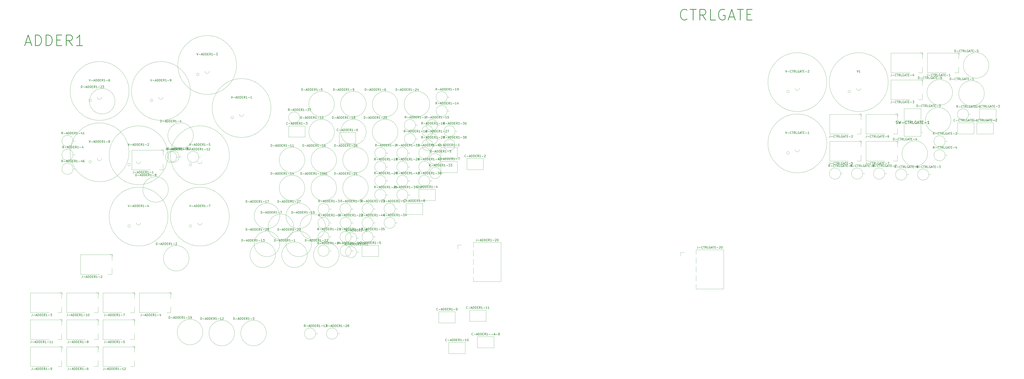
<source format=gbr>
%TF.GenerationSoftware,KiCad,Pcbnew,(5.1.6)-1*%
%TF.CreationDate,2020-08-01T01:01:07+01:00*%
%TF.ProjectId,SSEMD,5353454d-442e-46b6-9963-61645f706362,rev?*%
%TF.SameCoordinates,Original*%
%TF.FileFunction,Legend,Top*%
%TF.FilePolarity,Positive*%
%FSLAX46Y46*%
G04 Gerber Fmt 4.6, Leading zero omitted, Abs format (unit mm)*
G04 Created by KiCad (PCBNEW (5.1.6)-1) date 2020-08-01 01:01:07*
%MOMM*%
%LPD*%
G01*
G04 APERTURE LIST*
%ADD10C,0.300000*%
%ADD11C,0.120000*%
%ADD12C,0.100000*%
%ADD13C,0.200000*%
%ADD14C,0.150000*%
%ADD15C,0.254000*%
G04 APERTURE END LIST*
D10*
X21615523Y-236735714D02*
X21377428Y-236973809D01*
X20663142Y-237211904D01*
X20186952Y-237211904D01*
X19472666Y-236973809D01*
X18996476Y-236497619D01*
X18758380Y-236021428D01*
X18520285Y-235069047D01*
X18520285Y-234354761D01*
X18758380Y-233402380D01*
X18996476Y-232926190D01*
X19472666Y-232450000D01*
X20186952Y-232211904D01*
X20663142Y-232211904D01*
X21377428Y-232450000D01*
X21615523Y-232688095D01*
X23044095Y-232211904D02*
X25901238Y-232211904D01*
X24472666Y-237211904D02*
X24472666Y-232211904D01*
X30425047Y-237211904D02*
X28758380Y-234830952D01*
X27567904Y-237211904D02*
X27567904Y-232211904D01*
X29472666Y-232211904D01*
X29948857Y-232450000D01*
X30186952Y-232688095D01*
X30425047Y-233164285D01*
X30425047Y-233878571D01*
X30186952Y-234354761D01*
X29948857Y-234592857D01*
X29472666Y-234830952D01*
X27567904Y-234830952D01*
X34948857Y-237211904D02*
X32567904Y-237211904D01*
X32567904Y-232211904D01*
X39234571Y-232450000D02*
X38758380Y-232211904D01*
X38044095Y-232211904D01*
X37329809Y-232450000D01*
X36853619Y-232926190D01*
X36615523Y-233402380D01*
X36377428Y-234354761D01*
X36377428Y-235069047D01*
X36615523Y-236021428D01*
X36853619Y-236497619D01*
X37329809Y-236973809D01*
X38044095Y-237211904D01*
X38520285Y-237211904D01*
X39234571Y-236973809D01*
X39472666Y-236735714D01*
X39472666Y-235069047D01*
X38520285Y-235069047D01*
X41377428Y-235783333D02*
X43758380Y-235783333D01*
X40901238Y-237211904D02*
X42567904Y-232211904D01*
X44234571Y-237211904D01*
X45186952Y-232211904D02*
X48044095Y-232211904D01*
X46615523Y-237211904D02*
X46615523Y-232211904D01*
X49710761Y-234592857D02*
X51377428Y-234592857D01*
X52091714Y-237211904D02*
X49710761Y-237211904D01*
X49710761Y-232211904D01*
X52091714Y-232211904D01*
X-288415333Y-247848333D02*
X-286034380Y-247848333D01*
X-288891523Y-249276904D02*
X-287224857Y-244276904D01*
X-285558190Y-249276904D01*
X-283891523Y-249276904D02*
X-283891523Y-244276904D01*
X-282701047Y-244276904D01*
X-281986761Y-244515000D01*
X-281510571Y-244991190D01*
X-281272476Y-245467380D01*
X-281034380Y-246419761D01*
X-281034380Y-247134047D01*
X-281272476Y-248086428D01*
X-281510571Y-248562619D01*
X-281986761Y-249038809D01*
X-282701047Y-249276904D01*
X-283891523Y-249276904D01*
X-278891523Y-249276904D02*
X-278891523Y-244276904D01*
X-277701047Y-244276904D01*
X-276986761Y-244515000D01*
X-276510571Y-244991190D01*
X-276272476Y-245467380D01*
X-276034380Y-246419761D01*
X-276034380Y-247134047D01*
X-276272476Y-248086428D01*
X-276510571Y-248562619D01*
X-276986761Y-249038809D01*
X-277701047Y-249276904D01*
X-278891523Y-249276904D01*
X-273891523Y-246657857D02*
X-272224857Y-246657857D01*
X-271510571Y-249276904D02*
X-273891523Y-249276904D01*
X-273891523Y-244276904D01*
X-271510571Y-244276904D01*
X-266510571Y-249276904D02*
X-268177238Y-246895952D01*
X-269367714Y-249276904D02*
X-269367714Y-244276904D01*
X-267462952Y-244276904D01*
X-266986761Y-244515000D01*
X-266748666Y-244753095D01*
X-266510571Y-245229285D01*
X-266510571Y-245943571D01*
X-266748666Y-246419761D01*
X-266986761Y-246657857D01*
X-267462952Y-246895952D01*
X-269367714Y-246895952D01*
X-261748666Y-249276904D02*
X-264605809Y-249276904D01*
X-263177238Y-249276904D02*
X-263177238Y-244276904D01*
X-263653428Y-244991190D01*
X-264129619Y-245467380D01*
X-264605809Y-245705476D01*
D11*
%TO.C,J-CTRLGATE-20*%
X25850000Y-347228801D02*
X25850000Y-345010000D01*
X25850000Y-345010000D02*
X38770000Y-345010000D01*
X38770000Y-345010000D02*
X38770000Y-363370000D01*
X38770000Y-363370000D02*
X25850000Y-363370000D01*
X25850000Y-363370000D02*
X25850000Y-361151199D01*
X25850000Y-348731199D02*
X25850000Y-351368801D01*
X25850000Y-352871199D02*
X25850000Y-355508801D01*
X25850000Y-357011199D02*
X25850000Y-359648801D01*
X20320000Y-346200000D02*
X18540000Y-346200000D01*
X18540000Y-346200000D02*
X18540000Y-347980000D01*
%TO.C,J-ADDER1-20*%
X-78544000Y-343799801D02*
X-78544000Y-341581000D01*
X-78544000Y-341581000D02*
X-65624000Y-341581000D01*
X-65624000Y-341581000D02*
X-65624000Y-359941000D01*
X-65624000Y-359941000D02*
X-78544000Y-359941000D01*
X-78544000Y-359941000D02*
X-78544000Y-357722199D01*
X-78544000Y-345302199D02*
X-78544000Y-347939801D01*
X-78544000Y-349442199D02*
X-78544000Y-352079801D01*
X-78544000Y-353582199D02*
X-78544000Y-356219801D01*
X-84074000Y-342771000D02*
X-85854000Y-342771000D01*
X-85854000Y-342771000D02*
X-85854000Y-344551000D01*
%TO.C,V-CTRLGATE-2*%
X87122498Y-266356916D02*
G75*
G03*
X87122498Y-266356916I-13788582J0D01*
G01*
X69553281Y-270776916D02*
G75*
G03*
X69553281Y-270776916I-629365J0D01*
G01*
X72338904Y-269232914D02*
G75*
G03*
X74273716Y-269201716I969612J-121202D01*
G01*
%TO.C,V-CTRLGATE-1*%
X87122498Y-295126916D02*
G75*
G03*
X87122498Y-295126916I-13788582J0D01*
G01*
X69553281Y-299546916D02*
G75*
G03*
X69553281Y-299546916I-629365J0D01*
G01*
X72338904Y-298002914D02*
G75*
G03*
X74273716Y-297971716I969612J-121202D01*
G01*
%TO.C,V1*%
X115892498Y-266356916D02*
G75*
G03*
X115892498Y-266356916I-13788582J0D01*
G01*
X98323281Y-270776916D02*
G75*
G03*
X98323281Y-270776916I-629365J0D01*
G01*
X101108904Y-269232914D02*
G75*
G03*
X103043716Y-269201716I969612J-121202D01*
G01*
D12*
%TO.C,SW-CTRLGATE-1*%
X123368000Y-278781000D02*
X131268000Y-278781000D01*
X131268000Y-278781000D02*
X131268000Y-291781000D01*
X131268000Y-291781000D02*
X123368000Y-291781000D01*
X123368000Y-291781000D02*
X123368000Y-278781000D01*
D13*
X131718000Y-289881000D02*
X131718000Y-289881000D01*
X131718000Y-290081000D02*
X131718000Y-290081000D01*
X131718000Y-289881000D02*
G75*
G02*
X131718000Y-290081000I0J-100000D01*
G01*
X131718000Y-290081000D02*
G75*
G02*
X131718000Y-289881000I0J100000D01*
G01*
D11*
%TO.C,R-CTRLGATE-8*%
X103943000Y-309276000D02*
X104903000Y-309276000D01*
X103943000Y-309276000D02*
G75*
G03*
X103943000Y-309276000I-2620000J0D01*
G01*
%TO.C,R-CTRLGATE-7*%
X114273000Y-309276000D02*
X115233000Y-309276000D01*
X114273000Y-309276000D02*
G75*
G03*
X114273000Y-309276000I-2620000J0D01*
G01*
%TO.C,R-CTRLGATE-6*%
X124603000Y-309726000D02*
X125563000Y-309726000D01*
X124603000Y-309726000D02*
G75*
G03*
X124603000Y-309726000I-2620000J0D01*
G01*
%TO.C,R-CTRLGATE-5*%
X93613000Y-309276000D02*
X94573000Y-309276000D01*
X93613000Y-309276000D02*
G75*
G03*
X93613000Y-309276000I-2620000J0D01*
G01*
%TO.C,R-CTRLGATE-4*%
X142603000Y-300666000D02*
X143563000Y-300666000D01*
X142603000Y-300666000D02*
G75*
G03*
X142603000Y-300666000I-2620000J0D01*
G01*
%TO.C,R-CTRLGATE-3*%
X134933000Y-309726000D02*
X135893000Y-309726000D01*
X134933000Y-309726000D02*
G75*
G03*
X134933000Y-309726000I-2620000J0D01*
G01*
%TO.C,R-CTRLGATE-2*%
X142603000Y-294116000D02*
X143563000Y-294116000D01*
X142603000Y-294116000D02*
G75*
G03*
X142603000Y-294116000I-2620000J0D01*
G01*
%TO.C,R-CTRLGATE-1*%
X153603000Y-281486000D02*
X154563000Y-281486000D01*
X153603000Y-281486000D02*
G75*
G03*
X153603000Y-281486000I-2620000J0D01*
G01*
%TO.C,J-CTRLGATE-7*%
X120193000Y-294131000D02*
X120193000Y-296731000D01*
X105493000Y-294131000D02*
X120193000Y-294131000D01*
X120193000Y-303331000D02*
X118293000Y-303331000D01*
X120193000Y-300631000D02*
X120193000Y-303331000D01*
X105493000Y-303331000D02*
X105493000Y-294131000D01*
X114293000Y-303331000D02*
X105493000Y-303331000D01*
X119343000Y-293931000D02*
X120393000Y-293931000D01*
X120393000Y-294981000D02*
X120393000Y-293931000D01*
%TO.C,J-CTRLGATE-6*%
X120193000Y-281501000D02*
X120193000Y-284101000D01*
X105493000Y-281501000D02*
X120193000Y-281501000D01*
X120193000Y-290701000D02*
X118293000Y-290701000D01*
X120193000Y-288001000D02*
X120193000Y-290701000D01*
X105493000Y-290701000D02*
X105493000Y-281501000D01*
X114293000Y-290701000D02*
X105493000Y-290701000D01*
X119343000Y-281301000D02*
X120393000Y-281301000D01*
X120393000Y-282351000D02*
X120393000Y-281301000D01*
%TO.C,J-CTRLGATE-5*%
X103143000Y-294131000D02*
X103143000Y-296731000D01*
X88443000Y-294131000D02*
X103143000Y-294131000D01*
X103143000Y-303331000D02*
X101243000Y-303331000D01*
X103143000Y-300631000D02*
X103143000Y-303331000D01*
X88443000Y-303331000D02*
X88443000Y-294131000D01*
X97243000Y-303331000D02*
X88443000Y-303331000D01*
X102293000Y-293931000D02*
X103343000Y-293931000D01*
X103343000Y-294981000D02*
X103343000Y-293931000D01*
%TO.C,J-CTRLGATE-4*%
X131913000Y-252731000D02*
X131913000Y-255331000D01*
X117213000Y-252731000D02*
X131913000Y-252731000D01*
X131913000Y-261931000D02*
X130013000Y-261931000D01*
X131913000Y-259231000D02*
X131913000Y-261931000D01*
X117213000Y-261931000D02*
X117213000Y-252731000D01*
X126013000Y-261931000D02*
X117213000Y-261931000D01*
X131063000Y-252531000D02*
X132113000Y-252531000D01*
X132113000Y-253581000D02*
X132113000Y-252531000D01*
%TO.C,J-CTRLGATE-3*%
X131913000Y-265361000D02*
X131913000Y-267961000D01*
X117213000Y-265361000D02*
X131913000Y-265361000D01*
X131913000Y-274561000D02*
X130013000Y-274561000D01*
X131913000Y-271861000D02*
X131913000Y-274561000D01*
X117213000Y-274561000D02*
X117213000Y-265361000D01*
X126013000Y-274561000D02*
X117213000Y-274561000D01*
X131063000Y-265161000D02*
X132113000Y-265161000D01*
X132113000Y-266211000D02*
X132113000Y-265161000D01*
%TO.C,J-CTRLGATE-2*%
X103143000Y-281501000D02*
X103143000Y-284101000D01*
X88443000Y-281501000D02*
X103143000Y-281501000D01*
X103143000Y-290701000D02*
X101243000Y-290701000D01*
X103143000Y-288001000D02*
X103143000Y-290701000D01*
X88443000Y-290701000D02*
X88443000Y-281501000D01*
X97243000Y-290701000D02*
X88443000Y-290701000D01*
X102293000Y-281301000D02*
X103343000Y-281301000D01*
X103343000Y-282351000D02*
X103343000Y-281301000D01*
%TO.C,J-CTRLGATE-1*%
X148963000Y-252731000D02*
X148963000Y-255331000D01*
X134263000Y-252731000D02*
X148963000Y-252731000D01*
X148963000Y-261931000D02*
X147063000Y-261931000D01*
X148963000Y-259231000D02*
X148963000Y-261931000D01*
X134263000Y-261931000D02*
X134263000Y-252731000D01*
X143063000Y-261931000D02*
X134263000Y-261931000D01*
X148113000Y-252531000D02*
X149163000Y-252531000D01*
X149163000Y-253581000D02*
X149163000Y-252531000D01*
%TO.C,J-ADDER1-12*%
X-237475000Y-390526000D02*
X-237475000Y-393126000D01*
X-252175000Y-390526000D02*
X-237475000Y-390526000D01*
X-237475000Y-399726000D02*
X-239375000Y-399726000D01*
X-237475000Y-397026000D02*
X-237475000Y-399726000D01*
X-252175000Y-399726000D02*
X-252175000Y-390526000D01*
X-243375000Y-399726000D02*
X-252175000Y-399726000D01*
X-238325000Y-390326000D02*
X-237275000Y-390326000D01*
X-237275000Y-391376000D02*
X-237275000Y-390326000D01*
%TO.C,J-ADDER1-11*%
X-271575000Y-377896000D02*
X-271575000Y-380496000D01*
X-286275000Y-377896000D02*
X-271575000Y-377896000D01*
X-271575000Y-387096000D02*
X-273475000Y-387096000D01*
X-271575000Y-384396000D02*
X-271575000Y-387096000D01*
X-286275000Y-387096000D02*
X-286275000Y-377896000D01*
X-277475000Y-387096000D02*
X-286275000Y-387096000D01*
X-272425000Y-377696000D02*
X-271375000Y-377696000D01*
X-271375000Y-378746000D02*
X-271375000Y-377696000D01*
%TO.C,J-ADDER1-10*%
X-254525000Y-365266000D02*
X-254525000Y-367866000D01*
X-269225000Y-365266000D02*
X-254525000Y-365266000D01*
X-254525000Y-374466000D02*
X-256425000Y-374466000D01*
X-254525000Y-371766000D02*
X-254525000Y-374466000D01*
X-269225000Y-374466000D02*
X-269225000Y-365266000D01*
X-260425000Y-374466000D02*
X-269225000Y-374466000D01*
X-255375000Y-365066000D02*
X-254325000Y-365066000D01*
X-254325000Y-366116000D02*
X-254325000Y-365066000D01*
%TO.C,J-ADDER1-9*%
X-271575000Y-390526000D02*
X-271575000Y-393126000D01*
X-286275000Y-390526000D02*
X-271575000Y-390526000D01*
X-271575000Y-399726000D02*
X-273475000Y-399726000D01*
X-271575000Y-397026000D02*
X-271575000Y-399726000D01*
X-286275000Y-399726000D02*
X-286275000Y-390526000D01*
X-277475000Y-399726000D02*
X-286275000Y-399726000D01*
X-272425000Y-390326000D02*
X-271375000Y-390326000D01*
X-271375000Y-391376000D02*
X-271375000Y-390326000D01*
%TO.C,J-ADDER1-8*%
X-254525000Y-377896000D02*
X-254525000Y-380496000D01*
X-269225000Y-377896000D02*
X-254525000Y-377896000D01*
X-254525000Y-387096000D02*
X-256425000Y-387096000D01*
X-254525000Y-384396000D02*
X-254525000Y-387096000D01*
X-269225000Y-387096000D02*
X-269225000Y-377896000D01*
X-260425000Y-387096000D02*
X-269225000Y-387096000D01*
X-255375000Y-377696000D02*
X-254325000Y-377696000D01*
X-254325000Y-378746000D02*
X-254325000Y-377696000D01*
%TO.C,J-ADDER1-7*%
X-237475000Y-365266000D02*
X-237475000Y-367866000D01*
X-252175000Y-365266000D02*
X-237475000Y-365266000D01*
X-237475000Y-374466000D02*
X-239375000Y-374466000D01*
X-237475000Y-371766000D02*
X-237475000Y-374466000D01*
X-252175000Y-374466000D02*
X-252175000Y-365266000D01*
X-243375000Y-374466000D02*
X-252175000Y-374466000D01*
X-238325000Y-365066000D02*
X-237275000Y-365066000D01*
X-237275000Y-366116000D02*
X-237275000Y-365066000D01*
%TO.C,J-ADDER1-6*%
X-254525000Y-390526000D02*
X-254525000Y-393126000D01*
X-269225000Y-390526000D02*
X-254525000Y-390526000D01*
X-254525000Y-399726000D02*
X-256425000Y-399726000D01*
X-254525000Y-397026000D02*
X-254525000Y-399726000D01*
X-269225000Y-399726000D02*
X-269225000Y-390526000D01*
X-260425000Y-399726000D02*
X-269225000Y-399726000D01*
X-255375000Y-390326000D02*
X-254325000Y-390326000D01*
X-254325000Y-391376000D02*
X-254325000Y-390326000D01*
%TO.C,J-ADDER1-5*%
X-237475000Y-377896000D02*
X-237475000Y-380496000D01*
X-252175000Y-377896000D02*
X-237475000Y-377896000D01*
X-237475000Y-387096000D02*
X-239375000Y-387096000D01*
X-237475000Y-384396000D02*
X-237475000Y-387096000D01*
X-252175000Y-387096000D02*
X-252175000Y-377896000D01*
X-243375000Y-387096000D02*
X-252175000Y-387096000D01*
X-238325000Y-377696000D02*
X-237275000Y-377696000D01*
X-237275000Y-378746000D02*
X-237275000Y-377696000D01*
%TO.C,J-ADDER1-4*%
X-220425000Y-365266000D02*
X-220425000Y-367866000D01*
X-235125000Y-365266000D02*
X-220425000Y-365266000D01*
X-220425000Y-374466000D02*
X-222325000Y-374466000D01*
X-220425000Y-371766000D02*
X-220425000Y-374466000D01*
X-235125000Y-374466000D02*
X-235125000Y-365266000D01*
X-226325000Y-374466000D02*
X-235125000Y-374466000D01*
X-221275000Y-365066000D02*
X-220225000Y-365066000D01*
X-220225000Y-366116000D02*
X-220225000Y-365066000D01*
%TO.C,J-ADDER1-3*%
X-271575000Y-365266000D02*
X-271575000Y-367866000D01*
X-286275000Y-365266000D02*
X-271575000Y-365266000D01*
X-271575000Y-374466000D02*
X-273475000Y-374466000D01*
X-271575000Y-371766000D02*
X-271575000Y-374466000D01*
X-286275000Y-374466000D02*
X-286275000Y-365266000D01*
X-277475000Y-374466000D02*
X-286275000Y-374466000D01*
X-272425000Y-365066000D02*
X-271375000Y-365066000D01*
X-271375000Y-366116000D02*
X-271375000Y-365066000D01*
%TO.C,D-CTRLGATE-6*%
X146098000Y-271161000D02*
G75*
G03*
X146098000Y-271161000I-6000000J0D01*
G01*
%TO.C,D-CTRLGATE-5*%
X163148000Y-258531000D02*
G75*
G03*
X163148000Y-258531000I-6000000J0D01*
G01*
%TO.C,D-CTRLGATE-4*%
X134378000Y-299891000D02*
G75*
G03*
X134378000Y-299891000I-6000000J0D01*
G01*
%TO.C,D-CTRLGATE-3*%
X145378000Y-284281000D02*
G75*
G03*
X145378000Y-284281000I-6000000J0D01*
G01*
%TO.C,D-CTRLGATE-1*%
X160988000Y-271651000D02*
G75*
G03*
X160988000Y-271651000I-6000000J0D01*
G01*
%TO.C,C-CTRLGATE-3*%
X166433000Y-278866000D02*
X166433000Y-284106000D01*
X158693000Y-278866000D02*
X158693000Y-284106000D01*
X158693000Y-284106000D02*
X166433000Y-284106000D01*
X158693000Y-278866000D02*
X166433000Y-278866000D01*
%TO.C,C-CTRLGATE-2*%
X165153000Y-285416000D02*
X165153000Y-290656000D01*
X157413000Y-285416000D02*
X157413000Y-290656000D01*
X157413000Y-290656000D02*
X165153000Y-290656000D01*
X157413000Y-285416000D02*
X165153000Y-285416000D01*
%TO.C,C-CTRLGATE-1*%
X156103000Y-285416000D02*
X156103000Y-290656000D01*
X148363000Y-285416000D02*
X148363000Y-290656000D01*
X148363000Y-290656000D02*
X156103000Y-290656000D01*
X148363000Y-285416000D02*
X156103000Y-285416000D01*
%TO.C,C-ADDER1--A-8*%
X-68941000Y-385746000D02*
X-68941000Y-390986000D01*
X-76681000Y-385746000D02*
X-76681000Y-390986000D01*
X-76681000Y-390986000D02*
X-68941000Y-390986000D01*
X-76681000Y-385746000D02*
X-68941000Y-385746000D01*
%TO.C,C-ADDER1-11*%
X-72624000Y-373300000D02*
X-72624000Y-378540000D01*
X-80364000Y-373300000D02*
X-80364000Y-378540000D01*
X-80364000Y-378540000D02*
X-72624000Y-378540000D01*
X-80364000Y-373300000D02*
X-72624000Y-373300000D01*
%TO.C,C-ADDER1-10*%
X-82403000Y-388486000D02*
X-82403000Y-393726000D01*
X-90143000Y-388486000D02*
X-90143000Y-393726000D01*
X-90143000Y-393726000D02*
X-82403000Y-393726000D01*
X-90143000Y-388486000D02*
X-82403000Y-388486000D01*
%TO.C,C-ADDER1-9*%
X-87102000Y-374062000D02*
X-87102000Y-379302000D01*
X-94842000Y-374062000D02*
X-94842000Y-379302000D01*
X-94842000Y-379302000D02*
X-87102000Y-379302000D01*
X-94842000Y-374062000D02*
X-87102000Y-374062000D01*
%TO.C,V-ADDER1-9*%
X-228813719Y-274933916D02*
G75*
G03*
X-228813719Y-274933916I-629365J0D01*
G01*
X-211244502Y-270513916D02*
G75*
G03*
X-211244502Y-270513916I-13788582J0D01*
G01*
X-226028096Y-273389914D02*
G75*
G03*
X-224093284Y-273358716I969612J-121202D01*
G01*
%TO.C,V-ADDER1-8*%
X-257583719Y-303703916D02*
G75*
G03*
X-257583719Y-303703916I-629365J0D01*
G01*
X-240014502Y-299283916D02*
G75*
G03*
X-240014502Y-299283916I-13788582J0D01*
G01*
X-254798096Y-302159914D02*
G75*
G03*
X-252863284Y-302128716I969612J-121202D01*
G01*
%TO.C,V-ADDER1-7*%
X-210534719Y-333870916D02*
G75*
G03*
X-210534719Y-333870916I-629365J0D01*
G01*
X-192965502Y-329450916D02*
G75*
G03*
X-192965502Y-329450916I-13788582J0D01*
G01*
X-207749096Y-332326914D02*
G75*
G03*
X-205814284Y-332295716I969612J-121202D01*
G01*
%TO.C,V-ADDER1-6*%
X-257583719Y-274933916D02*
G75*
G03*
X-257583719Y-274933916I-629365J0D01*
G01*
X-240014502Y-270513916D02*
G75*
G03*
X-240014502Y-270513916I-13788582J0D01*
G01*
X-254798096Y-273389914D02*
G75*
G03*
X-252863284Y-273358716I969612J-121202D01*
G01*
%TO.C,V-ADDER1-5*%
X-210534719Y-305100916D02*
G75*
G03*
X-210534719Y-305100916I-629365J0D01*
G01*
X-192965502Y-300680916D02*
G75*
G03*
X-192965502Y-300680916I-13788582J0D01*
G01*
X-207749096Y-303556914D02*
G75*
G03*
X-205814284Y-303525716I969612J-121202D01*
G01*
%TO.C,V-ADDER1-4*%
X-239304719Y-333870916D02*
G75*
G03*
X-239304719Y-333870916I-629365J0D01*
G01*
X-221735502Y-329450916D02*
G75*
G03*
X-221735502Y-329450916I-13788582J0D01*
G01*
X-236519096Y-332326914D02*
G75*
G03*
X-234584284Y-332295716I969612J-121202D01*
G01*
%TO.C,V-ADDER1-3*%
X-207133035Y-262738000D02*
G75*
G03*
X-207133035Y-262738000I-629365J0D01*
G01*
X-189563818Y-258318000D02*
G75*
G03*
X-189563818Y-258318000I-13788582J0D01*
G01*
X-204347412Y-261193998D02*
G75*
G03*
X-202412600Y-261162800I969612J-121202D01*
G01*
%TO.C,V-ADDER1-2*%
X-239304719Y-305100916D02*
G75*
G03*
X-239304719Y-305100916I-629365J0D01*
G01*
X-221735502Y-300680916D02*
G75*
G03*
X-221735502Y-300680916I-13788582J0D01*
G01*
X-236519096Y-303556914D02*
G75*
G03*
X-234584284Y-303525716I969612J-121202D01*
G01*
%TO.C,V-ADDER1-1*%
X-191004035Y-282931000D02*
G75*
G03*
X-191004035Y-282931000I-629365J0D01*
G01*
X-173434818Y-278511000D02*
G75*
G03*
X-173434818Y-278511000I-13788582J0D01*
G01*
X-188218412Y-281386998D02*
G75*
G03*
X-186283600Y-281355800I969612J-121202D01*
G01*
%TO.C,R-ADDER1-34C1*%
X-109246000Y-319263000D02*
G75*
G03*
X-109246000Y-319263000I-2620000J0D01*
G01*
X-109246000Y-319263000D02*
X-108286000Y-319263000D01*
%TO.C,R-ADDER1-34B1*%
X-135856000Y-345503000D02*
G75*
G03*
X-135856000Y-345503000I-2620000J0D01*
G01*
X-135856000Y-345503000D02*
X-134896000Y-345503000D01*
%TO.C,R-ADDER1-46*%
X-266220000Y-307046000D02*
G75*
G03*
X-266220000Y-307046000I-2620000J0D01*
G01*
X-266220000Y-307046000D02*
X-265260000Y-307046000D01*
%TO.C,R-ADDER1-45*%
X-98916000Y-299593000D02*
G75*
G03*
X-98916000Y-299593000I-2620000J0D01*
G01*
X-98916000Y-299593000D02*
X-97956000Y-299593000D01*
%TO.C,R-ADDER1-44*%
X-125526000Y-332403000D02*
G75*
G03*
X-125526000Y-332403000I-2620000J0D01*
G01*
X-125526000Y-332403000D02*
X-124566000Y-332403000D01*
%TO.C,R-ADDER1-43*%
X-135856000Y-338953000D02*
G75*
G03*
X-135856000Y-338953000I-2620000J0D01*
G01*
X-135856000Y-338953000D02*
X-134896000Y-338953000D01*
%TO.C,R-ADDER1-42*%
X-109246000Y-312713000D02*
G75*
G03*
X-109246000Y-312713000I-2620000J0D01*
G01*
X-109246000Y-312713000D02*
X-108286000Y-312713000D01*
%TO.C,R-ADDER1-41*%
X-266220000Y-293946000D02*
G75*
G03*
X-266220000Y-293946000I-2620000J0D01*
G01*
X-266220000Y-293946000D02*
X-265260000Y-293946000D01*
%TO.C,R-ADDER1-40*%
X-98916000Y-306143000D02*
G75*
G03*
X-98916000Y-306143000I-2620000J0D01*
G01*
X-98916000Y-306143000D02*
X-97956000Y-306143000D01*
%TO.C,R-ADDER1-38*%
X-87118000Y-295905000D02*
G75*
G03*
X-87118000Y-295905000I-2620000J0D01*
G01*
X-87118000Y-295905000D02*
X-86158000Y-295905000D01*
%TO.C,R-ADDER1-37*%
X-159973000Y-282965000D02*
G75*
G03*
X-159973000Y-282965000I-2620000J0D01*
G01*
X-159973000Y-282965000D02*
X-159013000Y-282965000D01*
%TO.C,R-ADDER1-36*%
X-98916000Y-312693000D02*
G75*
G03*
X-98916000Y-312693000I-2620000J0D01*
G01*
X-98916000Y-312693000D02*
X-97956000Y-312693000D01*
%TO.C,R-ADDER1-35*%
X-125526000Y-338953000D02*
G75*
G03*
X-125526000Y-338953000I-2620000J0D01*
G01*
X-125526000Y-338953000D02*
X-124566000Y-338953000D01*
%TO.C,R-ADDER1-34*%
X-115196000Y-332363000D02*
G75*
G03*
X-115196000Y-332363000I-2620000J0D01*
G01*
X-115196000Y-332363000D02*
X-114236000Y-332363000D01*
%TO.C,R-ADDER1-33*%
X-93838000Y-309005000D02*
G75*
G03*
X-93838000Y-309005000I-2620000J0D01*
G01*
X-93838000Y-309005000D02*
X-92878000Y-309005000D01*
%TO.C,R-ADDER1-32*%
X-216474000Y-301293000D02*
G75*
G03*
X-216474000Y-301293000I-2620000J0D01*
G01*
X-216474000Y-301293000D02*
X-215514000Y-301293000D01*
%TO.C,R-ADDER1-31*%
X-109246000Y-299613000D02*
G75*
G03*
X-109246000Y-299613000I-2620000J0D01*
G01*
X-109246000Y-299613000D02*
X-108286000Y-299613000D01*
%TO.C,R-ADDER1-30*%
X-87118000Y-289355000D02*
G75*
G03*
X-87118000Y-289355000I-2620000J0D01*
G01*
X-87118000Y-289355000D02*
X-86158000Y-289355000D01*
%TO.C,R-ADDER1-29*%
X-97448000Y-295905000D02*
G75*
G03*
X-97448000Y-295905000I-2620000J0D01*
G01*
X-97448000Y-295905000D02*
X-96488000Y-295905000D01*
%TO.C,R-ADDER1-28*%
X-142184000Y-384334000D02*
G75*
G03*
X-142184000Y-384334000I-2620000J0D01*
G01*
X-142184000Y-384334000D02*
X-141224000Y-384334000D01*
%TO.C,R-ADDER1-27*%
X-95366000Y-293043000D02*
G75*
G03*
X-95366000Y-293043000I-2620000J0D01*
G01*
X-95366000Y-293043000D02*
X-94406000Y-293043000D01*
%TO.C,R-ADDER1-26*%
X-109246000Y-306163000D02*
G75*
G03*
X-109246000Y-306163000I-2620000J0D01*
G01*
X-109246000Y-306163000D02*
X-108286000Y-306163000D01*
%TO.C,R-ADDER1-25*%
X-119576000Y-319263000D02*
G75*
G03*
X-119576000Y-319263000I-2620000J0D01*
G01*
X-119576000Y-319263000D02*
X-118616000Y-319263000D01*
%TO.C,R-ADDER1-24*%
X-146186000Y-345503000D02*
G75*
G03*
X-146186000Y-345503000I-2620000J0D01*
G01*
X-146186000Y-345503000D02*
X-145226000Y-345503000D01*
%TO.C,R-ADDER1-23*%
X-125526000Y-325853000D02*
G75*
G03*
X-125526000Y-325853000I-2620000J0D01*
G01*
X-125526000Y-325853000D02*
X-124566000Y-325853000D01*
%TO.C,R-ADDER1-22*%
X-135856000Y-332403000D02*
G75*
G03*
X-135856000Y-332403000I-2620000J0D01*
G01*
X-135856000Y-332403000D02*
X-134896000Y-332403000D01*
%TO.C,R-ADDER1-21*%
X-146186000Y-338953000D02*
G75*
G03*
X-146186000Y-338953000I-2620000J0D01*
G01*
X-146186000Y-338953000D02*
X-145226000Y-338953000D01*
%TO.C,R-ADDER1-20*%
X-119576000Y-312713000D02*
G75*
G03*
X-119576000Y-312713000I-2620000J0D01*
G01*
X-119576000Y-312713000D02*
X-118616000Y-312713000D01*
%TO.C,R-ADDER1-19*%
X-90806000Y-273373000D02*
G75*
G03*
X-90806000Y-273373000I-2620000J0D01*
G01*
X-90806000Y-273373000D02*
X-89846000Y-273373000D01*
%TO.C,R-ADDER1-18*%
X-119576000Y-306163000D02*
G75*
G03*
X-119576000Y-306163000I-2620000J0D01*
G01*
X-119576000Y-306163000D02*
X-118616000Y-306163000D01*
%TO.C,R-ADDER1-17*%
X-115196000Y-325813000D02*
G75*
G03*
X-115196000Y-325813000I-2620000J0D01*
G01*
X-115196000Y-325813000D02*
X-114236000Y-325813000D01*
%TO.C,R-ADDER1-16*%
X-105696000Y-293043000D02*
G75*
G03*
X-105696000Y-293043000I-2620000J0D01*
G01*
X-105696000Y-293043000D02*
X-104736000Y-293043000D01*
%TO.C,R-ADDER1-15*%
X-95366000Y-286493000D02*
G75*
G03*
X-95366000Y-286493000I-2620000J0D01*
G01*
X-95366000Y-286493000D02*
X-94406000Y-286493000D01*
%TO.C,R-ADDER1-14*%
X-90806000Y-279923000D02*
G75*
G03*
X-90806000Y-279923000I-2620000J0D01*
G01*
X-90806000Y-279923000D02*
X-89846000Y-279923000D01*
%TO.C,R-ADDER1-13*%
X-152514000Y-384334000D02*
G75*
G03*
X-152514000Y-384334000I-2620000J0D01*
G01*
X-152514000Y-384334000D02*
X-151554000Y-384334000D01*
%TO.C,R-ADDER1-12*%
X-207335000Y-301457000D02*
G75*
G03*
X-207335000Y-301457000I-2620000J0D01*
G01*
X-207335000Y-301457000D02*
X-206375000Y-301457000D01*
%TO.C,R-ADDER1-11*%
X-133305000Y-346070000D02*
G75*
G03*
X-133305000Y-346070000I-2620000J0D01*
G01*
X-133305000Y-346070000D02*
X-132345000Y-346070000D01*
%TO.C,R-ADDER1-10*%
X-97448000Y-289355000D02*
G75*
G03*
X-97448000Y-289355000I-2620000J0D01*
G01*
X-97448000Y-289355000D02*
X-96488000Y-289355000D01*
%TO.C,R-ADDER1-9*%
X-135856000Y-325853000D02*
G75*
G03*
X-135856000Y-325853000I-2620000J0D01*
G01*
X-135856000Y-325853000D02*
X-134896000Y-325853000D01*
%TO.C,R-ADDER1-8*%
X-133305000Y-339520000D02*
G75*
G03*
X-133305000Y-339520000I-2620000J0D01*
G01*
X-133305000Y-339520000D02*
X-132345000Y-339520000D01*
%TO.C,R-ADDER1-7*%
X-217665000Y-301457000D02*
G75*
G03*
X-217665000Y-301457000I-2620000J0D01*
G01*
X-217665000Y-301457000D02*
X-216705000Y-301457000D01*
%TO.C,R-ADDER1-6*%
X-146186000Y-332403000D02*
G75*
G03*
X-146186000Y-332403000I-2620000J0D01*
G01*
X-146186000Y-332403000D02*
X-145226000Y-332403000D01*
%TO.C,R-ADDER1-5*%
X-93838000Y-302455000D02*
G75*
G03*
X-93838000Y-302455000I-2620000J0D01*
G01*
X-93838000Y-302455000D02*
X-92878000Y-302455000D01*
%TO.C,R-ADDER1-4*%
X-266220000Y-300496000D02*
G75*
G03*
X-266220000Y-300496000I-2620000J0D01*
G01*
X-266220000Y-300496000D02*
X-265260000Y-300496000D01*
%TO.C,R-ADDER1-3*%
X-146186000Y-325853000D02*
G75*
G03*
X-146186000Y-325853000I-2620000J0D01*
G01*
X-146186000Y-325853000D02*
X-145226000Y-325853000D01*
%TO.C,R-ADDER1-2*%
X-119576000Y-299613000D02*
G75*
G03*
X-119576000Y-299613000I-2620000J0D01*
G01*
X-119576000Y-299613000D02*
X-118616000Y-299613000D01*
%TO.C,R-ADDER1-1*%
X-105696000Y-286493000D02*
G75*
G03*
X-105696000Y-286493000I-2620000J0D01*
G01*
X-105696000Y-286493000D02*
X-104736000Y-286493000D01*
%TO.C,J-ADDER1-2*%
X-247820000Y-348167000D02*
X-247820000Y-347117000D01*
X-248870000Y-347117000D02*
X-247820000Y-347117000D01*
X-253920000Y-356517000D02*
X-262720000Y-356517000D01*
X-262720000Y-356517000D02*
X-262720000Y-347317000D01*
X-248020000Y-353817000D02*
X-248020000Y-356517000D01*
X-248020000Y-356517000D02*
X-249920000Y-356517000D01*
X-262720000Y-347317000D02*
X-248020000Y-347317000D01*
X-248020000Y-347317000D02*
X-248020000Y-349917000D01*
%TO.C,J-ADDER1-1*%
X-223794000Y-299138000D02*
X-223794000Y-298088000D01*
X-224844000Y-298088000D02*
X-223794000Y-298088000D01*
X-229894000Y-307488000D02*
X-238694000Y-307488000D01*
X-238694000Y-307488000D02*
X-238694000Y-298288000D01*
X-223994000Y-304788000D02*
X-223994000Y-307488000D01*
X-223994000Y-307488000D02*
X-225894000Y-307488000D01*
X-238694000Y-298288000D02*
X-223994000Y-298288000D01*
X-223994000Y-298288000D02*
X-223994000Y-300888000D01*
%TO.C,D-ADDER1-16A1*%
X-142691000Y-316018000D02*
G75*
G03*
X-142691000Y-316018000I-6000000J0D01*
G01*
%TO.C,D-ADDER1-28*%
X-169301000Y-342258000D02*
G75*
G03*
X-169301000Y-342258000I-6000000J0D01*
G01*
%TO.C,D-ADDER1-27*%
X-154411000Y-329138000D02*
G75*
G03*
X-154411000Y-329138000I-6000000J0D01*
G01*
%TO.C,D-ADDER1-26*%
X-127801000Y-302898000D02*
G75*
G03*
X-127801000Y-302898000I-6000000J0D01*
G01*
%TO.C,D-ADDER1-25*%
X-113921000Y-289778000D02*
G75*
G03*
X-113921000Y-289778000I-6000000J0D01*
G01*
%TO.C,D-ADDER1-24*%
X-99031000Y-276658000D02*
G75*
G03*
X-99031000Y-276658000I-6000000J0D01*
G01*
%TO.C,D-ADDER1-23*%
X-246555000Y-275336000D02*
G75*
G03*
X-246555000Y-275336000I-6000000J0D01*
G01*
%TO.C,D-ADDER1-22*%
X-141530000Y-347375000D02*
G75*
G03*
X-141530000Y-347375000I-6000000J0D01*
G01*
%TO.C,D-ADDER1-21*%
X-127801000Y-316018000D02*
G75*
G03*
X-127801000Y-316018000I-6000000J0D01*
G01*
%TO.C,D-ADDER1-20*%
X-154411000Y-342258000D02*
G75*
G03*
X-154411000Y-342258000I-6000000J0D01*
G01*
%TO.C,D-ADDER1-19*%
X-205409000Y-383599000D02*
G75*
G03*
X-205409000Y-383599000I-6000000J0D01*
G01*
%TO.C,D-ADDER1-18*%
X-128811000Y-289778000D02*
G75*
G03*
X-128811000Y-289778000I-6000000J0D01*
G01*
%TO.C,D-ADDER1-17*%
X-169301000Y-329138000D02*
G75*
G03*
X-169301000Y-329138000I-6000000J0D01*
G01*
%TO.C,D-ADDER1-16*%
X-142691000Y-302898000D02*
G75*
G03*
X-142691000Y-302898000I-6000000J0D01*
G01*
%TO.C,D-ADDER1-15*%
X-147870000Y-334255000D02*
G75*
G03*
X-147870000Y-334255000I-6000000J0D01*
G01*
%TO.C,D-ADDER1-14*%
X-157581000Y-316018000D02*
G75*
G03*
X-157581000Y-316018000I-6000000J0D01*
G01*
%TO.C,D-ADDER1-13*%
X-171310000Y-347375000D02*
G75*
G03*
X-171310000Y-347375000I-6000000J0D01*
G01*
%TO.C,D-ADDER1-12*%
X-190519000Y-384089000D02*
G75*
G03*
X-190519000Y-384089000I-6000000J0D01*
G01*
%TO.C,D-ADDER1-11*%
X-157581000Y-302898000D02*
G75*
G03*
X-157581000Y-302898000I-6000000J0D01*
G01*
%TO.C,D-ADDER1-10*%
X-143701000Y-289778000D02*
G75*
G03*
X-143701000Y-289778000I-6000000J0D01*
G01*
%TO.C,D-ADDER1-9*%
X-128811000Y-276658000D02*
G75*
G03*
X-128811000Y-276658000I-6000000J0D01*
G01*
%TO.C,D-ADDER1-8*%
X-221529000Y-316718000D02*
G75*
G03*
X-221529000Y-316718000I-6000000J0D01*
G01*
%TO.C,D-ADDER1-7*%
X-162760000Y-334255000D02*
G75*
G03*
X-162760000Y-334255000I-6000000J0D01*
G01*
%TO.C,D-ADDER1-6*%
X-113921000Y-276658000D02*
G75*
G03*
X-113921000Y-276658000I-6000000J0D01*
G01*
%TO.C,D-ADDER1-5*%
X-143701000Y-276658000D02*
G75*
G03*
X-143701000Y-276658000I-6000000J0D01*
G01*
%TO.C,D-ADDER1-4*%
X-209809000Y-291458000D02*
G75*
G03*
X-209809000Y-291458000I-6000000J0D01*
G01*
%TO.C,D-ADDER1-3*%
X-175629000Y-384089000D02*
G75*
G03*
X-175629000Y-384089000I-6000000J0D01*
G01*
%TO.C,D-ADDER1-2*%
X-211854000Y-348998000D02*
G75*
G03*
X-211854000Y-348998000I-6000000J0D01*
G01*
%TO.C,D-ADDER1-1*%
X-156420000Y-347375000D02*
G75*
G03*
X-156420000Y-347375000I-6000000J0D01*
G01*
%TO.C,C-ADDER1-8*%
X-110106000Y-323193000D02*
X-102366000Y-323193000D01*
X-110106000Y-328433000D02*
X-102366000Y-328433000D01*
X-110106000Y-323193000D02*
X-110106000Y-328433000D01*
X-102366000Y-323193000D02*
X-102366000Y-328433000D01*
%TO.C,C-ADDER1-7*%
X-93826000Y-303523000D02*
X-86086000Y-303523000D01*
X-93826000Y-308763000D02*
X-86086000Y-308763000D01*
X-93826000Y-303523000D02*
X-93826000Y-308763000D01*
X-86086000Y-303523000D02*
X-86086000Y-308763000D01*
%TO.C,C-ADDER1-6*%
X-141496000Y-289948000D02*
X-133756000Y-289948000D01*
X-141496000Y-295188000D02*
X-133756000Y-295188000D01*
X-141496000Y-289948000D02*
X-141496000Y-295188000D01*
X-133756000Y-289948000D02*
X-133756000Y-295188000D01*
%TO.C,C-ADDER1-5*%
X-130766000Y-342883000D02*
X-123026000Y-342883000D01*
X-130766000Y-348123000D02*
X-123026000Y-348123000D01*
X-130766000Y-342883000D02*
X-130766000Y-348123000D01*
X-123026000Y-342883000D02*
X-123026000Y-348123000D01*
%TO.C,C-ADDER1-4*%
X-104156000Y-316623000D02*
X-96416000Y-316623000D01*
X-104156000Y-321863000D02*
X-96416000Y-321863000D01*
X-104156000Y-316623000D02*
X-104156000Y-321863000D01*
X-96416000Y-316623000D02*
X-96416000Y-321863000D01*
%TO.C,C-ADDER1-3*%
X-165213000Y-286895000D02*
X-157473000Y-286895000D01*
X-165213000Y-292135000D02*
X-157473000Y-292135000D01*
X-165213000Y-286895000D02*
X-165213000Y-292135000D01*
X-157473000Y-286895000D02*
X-157473000Y-292135000D01*
%TO.C,C-ADDER1-2*%
X-81634000Y-302180000D02*
X-73894000Y-302180000D01*
X-81634000Y-307420000D02*
X-73894000Y-307420000D01*
X-81634000Y-302180000D02*
X-81634000Y-307420000D01*
X-73894000Y-302180000D02*
X-73894000Y-307420000D01*
%TO.C,C-ADDER1-1*%
X-93826000Y-296973000D02*
X-86086000Y-296973000D01*
X-93826000Y-302213000D02*
X-86086000Y-302213000D01*
X-93826000Y-296973000D02*
X-93826000Y-302213000D01*
X-86086000Y-296973000D02*
X-86086000Y-302213000D01*
%TO.C,J-CTRLGATE-20*%
D14*
X26714761Y-343372380D02*
X26714761Y-344086666D01*
X26667142Y-344229523D01*
X26571904Y-344324761D01*
X26429047Y-344372380D01*
X26333809Y-344372380D01*
X27190952Y-343991428D02*
X27952857Y-343991428D01*
X29000476Y-344277142D02*
X28952857Y-344324761D01*
X28810000Y-344372380D01*
X28714761Y-344372380D01*
X28571904Y-344324761D01*
X28476666Y-344229523D01*
X28429047Y-344134285D01*
X28381428Y-343943809D01*
X28381428Y-343800952D01*
X28429047Y-343610476D01*
X28476666Y-343515238D01*
X28571904Y-343420000D01*
X28714761Y-343372380D01*
X28810000Y-343372380D01*
X28952857Y-343420000D01*
X29000476Y-343467619D01*
X29286190Y-343372380D02*
X29857619Y-343372380D01*
X29571904Y-344372380D02*
X29571904Y-343372380D01*
X30762380Y-344372380D02*
X30429047Y-343896190D01*
X30190952Y-344372380D02*
X30190952Y-343372380D01*
X30571904Y-343372380D01*
X30667142Y-343420000D01*
X30714761Y-343467619D01*
X30762380Y-343562857D01*
X30762380Y-343705714D01*
X30714761Y-343800952D01*
X30667142Y-343848571D01*
X30571904Y-343896190D01*
X30190952Y-343896190D01*
X31667142Y-344372380D02*
X31190952Y-344372380D01*
X31190952Y-343372380D01*
X32524285Y-343420000D02*
X32429047Y-343372380D01*
X32286190Y-343372380D01*
X32143333Y-343420000D01*
X32048095Y-343515238D01*
X32000476Y-343610476D01*
X31952857Y-343800952D01*
X31952857Y-343943809D01*
X32000476Y-344134285D01*
X32048095Y-344229523D01*
X32143333Y-344324761D01*
X32286190Y-344372380D01*
X32381428Y-344372380D01*
X32524285Y-344324761D01*
X32571904Y-344277142D01*
X32571904Y-343943809D01*
X32381428Y-343943809D01*
X32952857Y-344086666D02*
X33429047Y-344086666D01*
X32857619Y-344372380D02*
X33190952Y-343372380D01*
X33524285Y-344372380D01*
X33714761Y-343372380D02*
X34286190Y-343372380D01*
X34000476Y-344372380D02*
X34000476Y-343372380D01*
X34619523Y-343848571D02*
X34952857Y-343848571D01*
X35095714Y-344372380D02*
X34619523Y-344372380D01*
X34619523Y-343372380D01*
X35095714Y-343372380D01*
X35524285Y-343991428D02*
X36286190Y-343991428D01*
X36714761Y-343467619D02*
X36762380Y-343420000D01*
X36857619Y-343372380D01*
X37095714Y-343372380D01*
X37190952Y-343420000D01*
X37238571Y-343467619D01*
X37286190Y-343562857D01*
X37286190Y-343658095D01*
X37238571Y-343800952D01*
X36667142Y-344372380D01*
X37286190Y-344372380D01*
X37905238Y-343372380D02*
X38000476Y-343372380D01*
X38095714Y-343420000D01*
X38143333Y-343467619D01*
X38190952Y-343562857D01*
X38238571Y-343753333D01*
X38238571Y-343991428D01*
X38190952Y-344181904D01*
X38143333Y-344277142D01*
X38095714Y-344324761D01*
X38000476Y-344372380D01*
X37905238Y-344372380D01*
X37810000Y-344324761D01*
X37762380Y-344277142D01*
X37714761Y-344181904D01*
X37667142Y-343991428D01*
X37667142Y-343753333D01*
X37714761Y-343562857D01*
X37762380Y-343467619D01*
X37810000Y-343420000D01*
X37905238Y-343372380D01*
%TO.C,J-ADDER1-20*%
X-76988761Y-339943380D02*
X-76988761Y-340657666D01*
X-77036380Y-340800523D01*
X-77131619Y-340895761D01*
X-77274476Y-340943380D01*
X-77369714Y-340943380D01*
X-76512571Y-340562428D02*
X-75750666Y-340562428D01*
X-75322095Y-340657666D02*
X-74845904Y-340657666D01*
X-75417333Y-340943380D02*
X-75084000Y-339943380D01*
X-74750666Y-340943380D01*
X-74417333Y-340943380D02*
X-74417333Y-339943380D01*
X-74179238Y-339943380D01*
X-74036380Y-339991000D01*
X-73941142Y-340086238D01*
X-73893523Y-340181476D01*
X-73845904Y-340371952D01*
X-73845904Y-340514809D01*
X-73893523Y-340705285D01*
X-73941142Y-340800523D01*
X-74036380Y-340895761D01*
X-74179238Y-340943380D01*
X-74417333Y-340943380D01*
X-73417333Y-340943380D02*
X-73417333Y-339943380D01*
X-73179238Y-339943380D01*
X-73036380Y-339991000D01*
X-72941142Y-340086238D01*
X-72893523Y-340181476D01*
X-72845904Y-340371952D01*
X-72845904Y-340514809D01*
X-72893523Y-340705285D01*
X-72941142Y-340800523D01*
X-73036380Y-340895761D01*
X-73179238Y-340943380D01*
X-73417333Y-340943380D01*
X-72417333Y-340419571D02*
X-72084000Y-340419571D01*
X-71941142Y-340943380D02*
X-72417333Y-340943380D01*
X-72417333Y-339943380D01*
X-71941142Y-339943380D01*
X-70941142Y-340943380D02*
X-71274476Y-340467190D01*
X-71512571Y-340943380D02*
X-71512571Y-339943380D01*
X-71131619Y-339943380D01*
X-71036380Y-339991000D01*
X-70988761Y-340038619D01*
X-70941142Y-340133857D01*
X-70941142Y-340276714D01*
X-70988761Y-340371952D01*
X-71036380Y-340419571D01*
X-71131619Y-340467190D01*
X-71512571Y-340467190D01*
X-69988761Y-340943380D02*
X-70560190Y-340943380D01*
X-70274476Y-340943380D02*
X-70274476Y-339943380D01*
X-70369714Y-340086238D01*
X-70464952Y-340181476D01*
X-70560190Y-340229095D01*
X-69560190Y-340562428D02*
X-68798285Y-340562428D01*
X-68369714Y-340038619D02*
X-68322095Y-339991000D01*
X-68226857Y-339943380D01*
X-67988761Y-339943380D01*
X-67893523Y-339991000D01*
X-67845904Y-340038619D01*
X-67798285Y-340133857D01*
X-67798285Y-340229095D01*
X-67845904Y-340371952D01*
X-68417333Y-340943380D01*
X-67798285Y-340943380D01*
X-67179238Y-339943380D02*
X-67084000Y-339943380D01*
X-66988761Y-339991000D01*
X-66941142Y-340038619D01*
X-66893523Y-340133857D01*
X-66845904Y-340324333D01*
X-66845904Y-340562428D01*
X-66893523Y-340752904D01*
X-66941142Y-340848142D01*
X-66988761Y-340895761D01*
X-67084000Y-340943380D01*
X-67179238Y-340943380D01*
X-67274476Y-340895761D01*
X-67322095Y-340848142D01*
X-67369714Y-340752904D01*
X-67417333Y-340562428D01*
X-67417333Y-340324333D01*
X-67369714Y-340133857D01*
X-67322095Y-340038619D01*
X-67274476Y-339991000D01*
X-67179238Y-339943380D01*
%TO.C,V-CTRLGATE-2*%
X67738677Y-260809296D02*
X68072011Y-261809296D01*
X68405344Y-260809296D01*
X68738677Y-261428344D02*
X69500582Y-261428344D01*
X70548201Y-261714058D02*
X70500582Y-261761677D01*
X70357725Y-261809296D01*
X70262487Y-261809296D01*
X70119630Y-261761677D01*
X70024392Y-261666439D01*
X69976773Y-261571201D01*
X69929154Y-261380725D01*
X69929154Y-261237868D01*
X69976773Y-261047392D01*
X70024392Y-260952154D01*
X70119630Y-260856916D01*
X70262487Y-260809296D01*
X70357725Y-260809296D01*
X70500582Y-260856916D01*
X70548201Y-260904535D01*
X70833916Y-260809296D02*
X71405344Y-260809296D01*
X71119630Y-261809296D02*
X71119630Y-260809296D01*
X72310106Y-261809296D02*
X71976773Y-261333106D01*
X71738677Y-261809296D02*
X71738677Y-260809296D01*
X72119630Y-260809296D01*
X72214868Y-260856916D01*
X72262487Y-260904535D01*
X72310106Y-260999773D01*
X72310106Y-261142630D01*
X72262487Y-261237868D01*
X72214868Y-261285487D01*
X72119630Y-261333106D01*
X71738677Y-261333106D01*
X73214868Y-261809296D02*
X72738677Y-261809296D01*
X72738677Y-260809296D01*
X74072011Y-260856916D02*
X73976773Y-260809296D01*
X73833916Y-260809296D01*
X73691058Y-260856916D01*
X73595820Y-260952154D01*
X73548201Y-261047392D01*
X73500582Y-261237868D01*
X73500582Y-261380725D01*
X73548201Y-261571201D01*
X73595820Y-261666439D01*
X73691058Y-261761677D01*
X73833916Y-261809296D01*
X73929154Y-261809296D01*
X74072011Y-261761677D01*
X74119630Y-261714058D01*
X74119630Y-261380725D01*
X73929154Y-261380725D01*
X74500582Y-261523582D02*
X74976773Y-261523582D01*
X74405344Y-261809296D02*
X74738677Y-260809296D01*
X75072011Y-261809296D01*
X75262487Y-260809296D02*
X75833916Y-260809296D01*
X75548201Y-261809296D02*
X75548201Y-260809296D01*
X76167249Y-261285487D02*
X76500582Y-261285487D01*
X76643439Y-261809296D02*
X76167249Y-261809296D01*
X76167249Y-260809296D01*
X76643439Y-260809296D01*
X77072011Y-261428344D02*
X77833916Y-261428344D01*
X78262487Y-260904535D02*
X78310106Y-260856916D01*
X78405344Y-260809296D01*
X78643439Y-260809296D01*
X78738677Y-260856916D01*
X78786296Y-260904535D01*
X78833916Y-260999773D01*
X78833916Y-261095011D01*
X78786296Y-261237868D01*
X78214868Y-261809296D01*
X78833916Y-261809296D01*
%TO.C,V-CTRLGATE-1*%
X67738677Y-289579296D02*
X68072011Y-290579296D01*
X68405344Y-289579296D01*
X68738677Y-290198344D02*
X69500582Y-290198344D01*
X70548201Y-290484058D02*
X70500582Y-290531677D01*
X70357725Y-290579296D01*
X70262487Y-290579296D01*
X70119630Y-290531677D01*
X70024392Y-290436439D01*
X69976773Y-290341201D01*
X69929154Y-290150725D01*
X69929154Y-290007868D01*
X69976773Y-289817392D01*
X70024392Y-289722154D01*
X70119630Y-289626916D01*
X70262487Y-289579296D01*
X70357725Y-289579296D01*
X70500582Y-289626916D01*
X70548201Y-289674535D01*
X70833916Y-289579296D02*
X71405344Y-289579296D01*
X71119630Y-290579296D02*
X71119630Y-289579296D01*
X72310106Y-290579296D02*
X71976773Y-290103106D01*
X71738677Y-290579296D02*
X71738677Y-289579296D01*
X72119630Y-289579296D01*
X72214868Y-289626916D01*
X72262487Y-289674535D01*
X72310106Y-289769773D01*
X72310106Y-289912630D01*
X72262487Y-290007868D01*
X72214868Y-290055487D01*
X72119630Y-290103106D01*
X71738677Y-290103106D01*
X73214868Y-290579296D02*
X72738677Y-290579296D01*
X72738677Y-289579296D01*
X74072011Y-289626916D02*
X73976773Y-289579296D01*
X73833916Y-289579296D01*
X73691058Y-289626916D01*
X73595820Y-289722154D01*
X73548201Y-289817392D01*
X73500582Y-290007868D01*
X73500582Y-290150725D01*
X73548201Y-290341201D01*
X73595820Y-290436439D01*
X73691058Y-290531677D01*
X73833916Y-290579296D01*
X73929154Y-290579296D01*
X74072011Y-290531677D01*
X74119630Y-290484058D01*
X74119630Y-290150725D01*
X73929154Y-290150725D01*
X74500582Y-290293582D02*
X74976773Y-290293582D01*
X74405344Y-290579296D02*
X74738677Y-289579296D01*
X75072011Y-290579296D01*
X75262487Y-289579296D02*
X75833916Y-289579296D01*
X75548201Y-290579296D02*
X75548201Y-289579296D01*
X76167249Y-290055487D02*
X76500582Y-290055487D01*
X76643439Y-290579296D02*
X76167249Y-290579296D01*
X76167249Y-289579296D01*
X76643439Y-289579296D01*
X77072011Y-290198344D02*
X77833916Y-290198344D01*
X78833916Y-290579296D02*
X78262487Y-290579296D01*
X78548201Y-290579296D02*
X78548201Y-289579296D01*
X78452963Y-289722154D01*
X78357725Y-289817392D01*
X78262487Y-289865011D01*
%TO.C,V1*%
X101294392Y-260809296D02*
X101627725Y-261809296D01*
X101961058Y-260809296D01*
X102818201Y-261809296D02*
X102246773Y-261809296D01*
X102532487Y-261809296D02*
X102532487Y-260809296D01*
X102437249Y-260952154D01*
X102342011Y-261047392D01*
X102246773Y-261095011D01*
%TO.C,SW-CTRLGATE-1*%
D15*
X119546809Y-285795047D02*
X119728238Y-285855523D01*
X120030619Y-285855523D01*
X120151571Y-285795047D01*
X120212047Y-285734571D01*
X120272523Y-285613619D01*
X120272523Y-285492666D01*
X120212047Y-285371714D01*
X120151571Y-285311238D01*
X120030619Y-285250761D01*
X119788714Y-285190285D01*
X119667761Y-285129809D01*
X119607285Y-285069333D01*
X119546809Y-284948380D01*
X119546809Y-284827428D01*
X119607285Y-284706476D01*
X119667761Y-284646000D01*
X119788714Y-284585523D01*
X120091095Y-284585523D01*
X120272523Y-284646000D01*
X120695857Y-284585523D02*
X120998238Y-285855523D01*
X121240142Y-284948380D01*
X121482047Y-285855523D01*
X121784428Y-284585523D01*
X122268238Y-285371714D02*
X123235857Y-285371714D01*
X124566333Y-285734571D02*
X124505857Y-285795047D01*
X124324428Y-285855523D01*
X124203476Y-285855523D01*
X124022047Y-285795047D01*
X123901095Y-285674095D01*
X123840619Y-285553142D01*
X123780142Y-285311238D01*
X123780142Y-285129809D01*
X123840619Y-284887904D01*
X123901095Y-284766952D01*
X124022047Y-284646000D01*
X124203476Y-284585523D01*
X124324428Y-284585523D01*
X124505857Y-284646000D01*
X124566333Y-284706476D01*
X124929190Y-284585523D02*
X125654904Y-284585523D01*
X125292047Y-285855523D02*
X125292047Y-284585523D01*
X126803952Y-285855523D02*
X126380619Y-285250761D01*
X126078238Y-285855523D02*
X126078238Y-284585523D01*
X126562047Y-284585523D01*
X126683000Y-284646000D01*
X126743476Y-284706476D01*
X126803952Y-284827428D01*
X126803952Y-285008857D01*
X126743476Y-285129809D01*
X126683000Y-285190285D01*
X126562047Y-285250761D01*
X126078238Y-285250761D01*
X127953000Y-285855523D02*
X127348238Y-285855523D01*
X127348238Y-284585523D01*
X129041571Y-284646000D02*
X128920619Y-284585523D01*
X128739190Y-284585523D01*
X128557761Y-284646000D01*
X128436809Y-284766952D01*
X128376333Y-284887904D01*
X128315857Y-285129809D01*
X128315857Y-285311238D01*
X128376333Y-285553142D01*
X128436809Y-285674095D01*
X128557761Y-285795047D01*
X128739190Y-285855523D01*
X128860142Y-285855523D01*
X129041571Y-285795047D01*
X129102047Y-285734571D01*
X129102047Y-285311238D01*
X128860142Y-285311238D01*
X129585857Y-285492666D02*
X130190619Y-285492666D01*
X129464904Y-285855523D02*
X129888238Y-284585523D01*
X130311571Y-285855523D01*
X130553476Y-284585523D02*
X131279190Y-284585523D01*
X130916333Y-285855523D02*
X130916333Y-284585523D01*
X131702523Y-285190285D02*
X132125857Y-285190285D01*
X132307285Y-285855523D02*
X131702523Y-285855523D01*
X131702523Y-284585523D01*
X132307285Y-284585523D01*
X132851571Y-285371714D02*
X133819190Y-285371714D01*
X135089190Y-285855523D02*
X134363476Y-285855523D01*
X134726333Y-285855523D02*
X134726333Y-284585523D01*
X134605380Y-284766952D01*
X134484428Y-284887904D01*
X134363476Y-284948380D01*
%TO.C,R-CTRLGATE-8*%
D14*
X98910619Y-306108380D02*
X98577285Y-305632190D01*
X98339190Y-306108380D02*
X98339190Y-305108380D01*
X98720142Y-305108380D01*
X98815380Y-305156000D01*
X98863000Y-305203619D01*
X98910619Y-305298857D01*
X98910619Y-305441714D01*
X98863000Y-305536952D01*
X98815380Y-305584571D01*
X98720142Y-305632190D01*
X98339190Y-305632190D01*
X99339190Y-305727428D02*
X100101095Y-305727428D01*
X101148714Y-306013142D02*
X101101095Y-306060761D01*
X100958238Y-306108380D01*
X100863000Y-306108380D01*
X100720142Y-306060761D01*
X100624904Y-305965523D01*
X100577285Y-305870285D01*
X100529666Y-305679809D01*
X100529666Y-305536952D01*
X100577285Y-305346476D01*
X100624904Y-305251238D01*
X100720142Y-305156000D01*
X100863000Y-305108380D01*
X100958238Y-305108380D01*
X101101095Y-305156000D01*
X101148714Y-305203619D01*
X101434428Y-305108380D02*
X102005857Y-305108380D01*
X101720142Y-306108380D02*
X101720142Y-305108380D01*
X102910619Y-306108380D02*
X102577285Y-305632190D01*
X102339190Y-306108380D02*
X102339190Y-305108380D01*
X102720142Y-305108380D01*
X102815380Y-305156000D01*
X102863000Y-305203619D01*
X102910619Y-305298857D01*
X102910619Y-305441714D01*
X102863000Y-305536952D01*
X102815380Y-305584571D01*
X102720142Y-305632190D01*
X102339190Y-305632190D01*
X103815380Y-306108380D02*
X103339190Y-306108380D01*
X103339190Y-305108380D01*
X104672523Y-305156000D02*
X104577285Y-305108380D01*
X104434428Y-305108380D01*
X104291571Y-305156000D01*
X104196333Y-305251238D01*
X104148714Y-305346476D01*
X104101095Y-305536952D01*
X104101095Y-305679809D01*
X104148714Y-305870285D01*
X104196333Y-305965523D01*
X104291571Y-306060761D01*
X104434428Y-306108380D01*
X104529666Y-306108380D01*
X104672523Y-306060761D01*
X104720142Y-306013142D01*
X104720142Y-305679809D01*
X104529666Y-305679809D01*
X105101095Y-305822666D02*
X105577285Y-305822666D01*
X105005857Y-306108380D02*
X105339190Y-305108380D01*
X105672523Y-306108380D01*
X105863000Y-305108380D02*
X106434428Y-305108380D01*
X106148714Y-306108380D02*
X106148714Y-305108380D01*
X106767761Y-305584571D02*
X107101095Y-305584571D01*
X107243952Y-306108380D02*
X106767761Y-306108380D01*
X106767761Y-305108380D01*
X107243952Y-305108380D01*
X107672523Y-305727428D02*
X108434428Y-305727428D01*
X109053476Y-305536952D02*
X108958238Y-305489333D01*
X108910619Y-305441714D01*
X108863000Y-305346476D01*
X108863000Y-305298857D01*
X108910619Y-305203619D01*
X108958238Y-305156000D01*
X109053476Y-305108380D01*
X109243952Y-305108380D01*
X109339190Y-305156000D01*
X109386809Y-305203619D01*
X109434428Y-305298857D01*
X109434428Y-305346476D01*
X109386809Y-305441714D01*
X109339190Y-305489333D01*
X109243952Y-305536952D01*
X109053476Y-305536952D01*
X108958238Y-305584571D01*
X108910619Y-305632190D01*
X108863000Y-305727428D01*
X108863000Y-305917904D01*
X108910619Y-306013142D01*
X108958238Y-306060761D01*
X109053476Y-306108380D01*
X109243952Y-306108380D01*
X109339190Y-306060761D01*
X109386809Y-306013142D01*
X109434428Y-305917904D01*
X109434428Y-305727428D01*
X109386809Y-305632190D01*
X109339190Y-305584571D01*
X109243952Y-305536952D01*
%TO.C,R-CTRLGATE-7*%
X109240619Y-306108380D02*
X108907285Y-305632190D01*
X108669190Y-306108380D02*
X108669190Y-305108380D01*
X109050142Y-305108380D01*
X109145380Y-305156000D01*
X109193000Y-305203619D01*
X109240619Y-305298857D01*
X109240619Y-305441714D01*
X109193000Y-305536952D01*
X109145380Y-305584571D01*
X109050142Y-305632190D01*
X108669190Y-305632190D01*
X109669190Y-305727428D02*
X110431095Y-305727428D01*
X111478714Y-306013142D02*
X111431095Y-306060761D01*
X111288238Y-306108380D01*
X111193000Y-306108380D01*
X111050142Y-306060761D01*
X110954904Y-305965523D01*
X110907285Y-305870285D01*
X110859666Y-305679809D01*
X110859666Y-305536952D01*
X110907285Y-305346476D01*
X110954904Y-305251238D01*
X111050142Y-305156000D01*
X111193000Y-305108380D01*
X111288238Y-305108380D01*
X111431095Y-305156000D01*
X111478714Y-305203619D01*
X111764428Y-305108380D02*
X112335857Y-305108380D01*
X112050142Y-306108380D02*
X112050142Y-305108380D01*
X113240619Y-306108380D02*
X112907285Y-305632190D01*
X112669190Y-306108380D02*
X112669190Y-305108380D01*
X113050142Y-305108380D01*
X113145380Y-305156000D01*
X113193000Y-305203619D01*
X113240619Y-305298857D01*
X113240619Y-305441714D01*
X113193000Y-305536952D01*
X113145380Y-305584571D01*
X113050142Y-305632190D01*
X112669190Y-305632190D01*
X114145380Y-306108380D02*
X113669190Y-306108380D01*
X113669190Y-305108380D01*
X115002523Y-305156000D02*
X114907285Y-305108380D01*
X114764428Y-305108380D01*
X114621571Y-305156000D01*
X114526333Y-305251238D01*
X114478714Y-305346476D01*
X114431095Y-305536952D01*
X114431095Y-305679809D01*
X114478714Y-305870285D01*
X114526333Y-305965523D01*
X114621571Y-306060761D01*
X114764428Y-306108380D01*
X114859666Y-306108380D01*
X115002523Y-306060761D01*
X115050142Y-306013142D01*
X115050142Y-305679809D01*
X114859666Y-305679809D01*
X115431095Y-305822666D02*
X115907285Y-305822666D01*
X115335857Y-306108380D02*
X115669190Y-305108380D01*
X116002523Y-306108380D01*
X116193000Y-305108380D02*
X116764428Y-305108380D01*
X116478714Y-306108380D02*
X116478714Y-305108380D01*
X117097761Y-305584571D02*
X117431095Y-305584571D01*
X117573952Y-306108380D02*
X117097761Y-306108380D01*
X117097761Y-305108380D01*
X117573952Y-305108380D01*
X118002523Y-305727428D02*
X118764428Y-305727428D01*
X119145380Y-305108380D02*
X119812047Y-305108380D01*
X119383476Y-306108380D01*
%TO.C,R-CTRLGATE-6*%
X119570619Y-306558380D02*
X119237285Y-306082190D01*
X118999190Y-306558380D02*
X118999190Y-305558380D01*
X119380142Y-305558380D01*
X119475380Y-305606000D01*
X119523000Y-305653619D01*
X119570619Y-305748857D01*
X119570619Y-305891714D01*
X119523000Y-305986952D01*
X119475380Y-306034571D01*
X119380142Y-306082190D01*
X118999190Y-306082190D01*
X119999190Y-306177428D02*
X120761095Y-306177428D01*
X121808714Y-306463142D02*
X121761095Y-306510761D01*
X121618238Y-306558380D01*
X121523000Y-306558380D01*
X121380142Y-306510761D01*
X121284904Y-306415523D01*
X121237285Y-306320285D01*
X121189666Y-306129809D01*
X121189666Y-305986952D01*
X121237285Y-305796476D01*
X121284904Y-305701238D01*
X121380142Y-305606000D01*
X121523000Y-305558380D01*
X121618238Y-305558380D01*
X121761095Y-305606000D01*
X121808714Y-305653619D01*
X122094428Y-305558380D02*
X122665857Y-305558380D01*
X122380142Y-306558380D02*
X122380142Y-305558380D01*
X123570619Y-306558380D02*
X123237285Y-306082190D01*
X122999190Y-306558380D02*
X122999190Y-305558380D01*
X123380142Y-305558380D01*
X123475380Y-305606000D01*
X123523000Y-305653619D01*
X123570619Y-305748857D01*
X123570619Y-305891714D01*
X123523000Y-305986952D01*
X123475380Y-306034571D01*
X123380142Y-306082190D01*
X122999190Y-306082190D01*
X124475380Y-306558380D02*
X123999190Y-306558380D01*
X123999190Y-305558380D01*
X125332523Y-305606000D02*
X125237285Y-305558380D01*
X125094428Y-305558380D01*
X124951571Y-305606000D01*
X124856333Y-305701238D01*
X124808714Y-305796476D01*
X124761095Y-305986952D01*
X124761095Y-306129809D01*
X124808714Y-306320285D01*
X124856333Y-306415523D01*
X124951571Y-306510761D01*
X125094428Y-306558380D01*
X125189666Y-306558380D01*
X125332523Y-306510761D01*
X125380142Y-306463142D01*
X125380142Y-306129809D01*
X125189666Y-306129809D01*
X125761095Y-306272666D02*
X126237285Y-306272666D01*
X125665857Y-306558380D02*
X125999190Y-305558380D01*
X126332523Y-306558380D01*
X126523000Y-305558380D02*
X127094428Y-305558380D01*
X126808714Y-306558380D02*
X126808714Y-305558380D01*
X127427761Y-306034571D02*
X127761095Y-306034571D01*
X127903952Y-306558380D02*
X127427761Y-306558380D01*
X127427761Y-305558380D01*
X127903952Y-305558380D01*
X128332523Y-306177428D02*
X129094428Y-306177428D01*
X129999190Y-305558380D02*
X129808714Y-305558380D01*
X129713476Y-305606000D01*
X129665857Y-305653619D01*
X129570619Y-305796476D01*
X129523000Y-305986952D01*
X129523000Y-306367904D01*
X129570619Y-306463142D01*
X129618238Y-306510761D01*
X129713476Y-306558380D01*
X129903952Y-306558380D01*
X129999190Y-306510761D01*
X130046809Y-306463142D01*
X130094428Y-306367904D01*
X130094428Y-306129809D01*
X130046809Y-306034571D01*
X129999190Y-305986952D01*
X129903952Y-305939333D01*
X129713476Y-305939333D01*
X129618238Y-305986952D01*
X129570619Y-306034571D01*
X129523000Y-306129809D01*
%TO.C,R-CTRLGATE-5*%
X88580619Y-306108380D02*
X88247285Y-305632190D01*
X88009190Y-306108380D02*
X88009190Y-305108380D01*
X88390142Y-305108380D01*
X88485380Y-305156000D01*
X88533000Y-305203619D01*
X88580619Y-305298857D01*
X88580619Y-305441714D01*
X88533000Y-305536952D01*
X88485380Y-305584571D01*
X88390142Y-305632190D01*
X88009190Y-305632190D01*
X89009190Y-305727428D02*
X89771095Y-305727428D01*
X90818714Y-306013142D02*
X90771095Y-306060761D01*
X90628238Y-306108380D01*
X90533000Y-306108380D01*
X90390142Y-306060761D01*
X90294904Y-305965523D01*
X90247285Y-305870285D01*
X90199666Y-305679809D01*
X90199666Y-305536952D01*
X90247285Y-305346476D01*
X90294904Y-305251238D01*
X90390142Y-305156000D01*
X90533000Y-305108380D01*
X90628238Y-305108380D01*
X90771095Y-305156000D01*
X90818714Y-305203619D01*
X91104428Y-305108380D02*
X91675857Y-305108380D01*
X91390142Y-306108380D02*
X91390142Y-305108380D01*
X92580619Y-306108380D02*
X92247285Y-305632190D01*
X92009190Y-306108380D02*
X92009190Y-305108380D01*
X92390142Y-305108380D01*
X92485380Y-305156000D01*
X92533000Y-305203619D01*
X92580619Y-305298857D01*
X92580619Y-305441714D01*
X92533000Y-305536952D01*
X92485380Y-305584571D01*
X92390142Y-305632190D01*
X92009190Y-305632190D01*
X93485380Y-306108380D02*
X93009190Y-306108380D01*
X93009190Y-305108380D01*
X94342523Y-305156000D02*
X94247285Y-305108380D01*
X94104428Y-305108380D01*
X93961571Y-305156000D01*
X93866333Y-305251238D01*
X93818714Y-305346476D01*
X93771095Y-305536952D01*
X93771095Y-305679809D01*
X93818714Y-305870285D01*
X93866333Y-305965523D01*
X93961571Y-306060761D01*
X94104428Y-306108380D01*
X94199666Y-306108380D01*
X94342523Y-306060761D01*
X94390142Y-306013142D01*
X94390142Y-305679809D01*
X94199666Y-305679809D01*
X94771095Y-305822666D02*
X95247285Y-305822666D01*
X94675857Y-306108380D02*
X95009190Y-305108380D01*
X95342523Y-306108380D01*
X95533000Y-305108380D02*
X96104428Y-305108380D01*
X95818714Y-306108380D02*
X95818714Y-305108380D01*
X96437761Y-305584571D02*
X96771095Y-305584571D01*
X96913952Y-306108380D02*
X96437761Y-306108380D01*
X96437761Y-305108380D01*
X96913952Y-305108380D01*
X97342523Y-305727428D02*
X98104428Y-305727428D01*
X99056809Y-305108380D02*
X98580619Y-305108380D01*
X98533000Y-305584571D01*
X98580619Y-305536952D01*
X98675857Y-305489333D01*
X98913952Y-305489333D01*
X99009190Y-305536952D01*
X99056809Y-305584571D01*
X99104428Y-305679809D01*
X99104428Y-305917904D01*
X99056809Y-306013142D01*
X99009190Y-306060761D01*
X98913952Y-306108380D01*
X98675857Y-306108380D01*
X98580619Y-306060761D01*
X98533000Y-306013142D01*
%TO.C,R-CTRLGATE-4*%
X137570619Y-297498380D02*
X137237285Y-297022190D01*
X136999190Y-297498380D02*
X136999190Y-296498380D01*
X137380142Y-296498380D01*
X137475380Y-296546000D01*
X137523000Y-296593619D01*
X137570619Y-296688857D01*
X137570619Y-296831714D01*
X137523000Y-296926952D01*
X137475380Y-296974571D01*
X137380142Y-297022190D01*
X136999190Y-297022190D01*
X137999190Y-297117428D02*
X138761095Y-297117428D01*
X139808714Y-297403142D02*
X139761095Y-297450761D01*
X139618238Y-297498380D01*
X139523000Y-297498380D01*
X139380142Y-297450761D01*
X139284904Y-297355523D01*
X139237285Y-297260285D01*
X139189666Y-297069809D01*
X139189666Y-296926952D01*
X139237285Y-296736476D01*
X139284904Y-296641238D01*
X139380142Y-296546000D01*
X139523000Y-296498380D01*
X139618238Y-296498380D01*
X139761095Y-296546000D01*
X139808714Y-296593619D01*
X140094428Y-296498380D02*
X140665857Y-296498380D01*
X140380142Y-297498380D02*
X140380142Y-296498380D01*
X141570619Y-297498380D02*
X141237285Y-297022190D01*
X140999190Y-297498380D02*
X140999190Y-296498380D01*
X141380142Y-296498380D01*
X141475380Y-296546000D01*
X141523000Y-296593619D01*
X141570619Y-296688857D01*
X141570619Y-296831714D01*
X141523000Y-296926952D01*
X141475380Y-296974571D01*
X141380142Y-297022190D01*
X140999190Y-297022190D01*
X142475380Y-297498380D02*
X141999190Y-297498380D01*
X141999190Y-296498380D01*
X143332523Y-296546000D02*
X143237285Y-296498380D01*
X143094428Y-296498380D01*
X142951571Y-296546000D01*
X142856333Y-296641238D01*
X142808714Y-296736476D01*
X142761095Y-296926952D01*
X142761095Y-297069809D01*
X142808714Y-297260285D01*
X142856333Y-297355523D01*
X142951571Y-297450761D01*
X143094428Y-297498380D01*
X143189666Y-297498380D01*
X143332523Y-297450761D01*
X143380142Y-297403142D01*
X143380142Y-297069809D01*
X143189666Y-297069809D01*
X143761095Y-297212666D02*
X144237285Y-297212666D01*
X143665857Y-297498380D02*
X143999190Y-296498380D01*
X144332523Y-297498380D01*
X144523000Y-296498380D02*
X145094428Y-296498380D01*
X144808714Y-297498380D02*
X144808714Y-296498380D01*
X145427761Y-296974571D02*
X145761095Y-296974571D01*
X145903952Y-297498380D02*
X145427761Y-297498380D01*
X145427761Y-296498380D01*
X145903952Y-296498380D01*
X146332523Y-297117428D02*
X147094428Y-297117428D01*
X147999190Y-296831714D02*
X147999190Y-297498380D01*
X147761095Y-296450761D02*
X147523000Y-297165047D01*
X148142047Y-297165047D01*
%TO.C,R-CTRLGATE-3*%
X129900619Y-306558380D02*
X129567285Y-306082190D01*
X129329190Y-306558380D02*
X129329190Y-305558380D01*
X129710142Y-305558380D01*
X129805380Y-305606000D01*
X129853000Y-305653619D01*
X129900619Y-305748857D01*
X129900619Y-305891714D01*
X129853000Y-305986952D01*
X129805380Y-306034571D01*
X129710142Y-306082190D01*
X129329190Y-306082190D01*
X130329190Y-306177428D02*
X131091095Y-306177428D01*
X132138714Y-306463142D02*
X132091095Y-306510761D01*
X131948238Y-306558380D01*
X131853000Y-306558380D01*
X131710142Y-306510761D01*
X131614904Y-306415523D01*
X131567285Y-306320285D01*
X131519666Y-306129809D01*
X131519666Y-305986952D01*
X131567285Y-305796476D01*
X131614904Y-305701238D01*
X131710142Y-305606000D01*
X131853000Y-305558380D01*
X131948238Y-305558380D01*
X132091095Y-305606000D01*
X132138714Y-305653619D01*
X132424428Y-305558380D02*
X132995857Y-305558380D01*
X132710142Y-306558380D02*
X132710142Y-305558380D01*
X133900619Y-306558380D02*
X133567285Y-306082190D01*
X133329190Y-306558380D02*
X133329190Y-305558380D01*
X133710142Y-305558380D01*
X133805380Y-305606000D01*
X133853000Y-305653619D01*
X133900619Y-305748857D01*
X133900619Y-305891714D01*
X133853000Y-305986952D01*
X133805380Y-306034571D01*
X133710142Y-306082190D01*
X133329190Y-306082190D01*
X134805380Y-306558380D02*
X134329190Y-306558380D01*
X134329190Y-305558380D01*
X135662523Y-305606000D02*
X135567285Y-305558380D01*
X135424428Y-305558380D01*
X135281571Y-305606000D01*
X135186333Y-305701238D01*
X135138714Y-305796476D01*
X135091095Y-305986952D01*
X135091095Y-306129809D01*
X135138714Y-306320285D01*
X135186333Y-306415523D01*
X135281571Y-306510761D01*
X135424428Y-306558380D01*
X135519666Y-306558380D01*
X135662523Y-306510761D01*
X135710142Y-306463142D01*
X135710142Y-306129809D01*
X135519666Y-306129809D01*
X136091095Y-306272666D02*
X136567285Y-306272666D01*
X135995857Y-306558380D02*
X136329190Y-305558380D01*
X136662523Y-306558380D01*
X136853000Y-305558380D02*
X137424428Y-305558380D01*
X137138714Y-306558380D02*
X137138714Y-305558380D01*
X137757761Y-306034571D02*
X138091095Y-306034571D01*
X138233952Y-306558380D02*
X137757761Y-306558380D01*
X137757761Y-305558380D01*
X138233952Y-305558380D01*
X138662523Y-306177428D02*
X139424428Y-306177428D01*
X139805380Y-305558380D02*
X140424428Y-305558380D01*
X140091095Y-305939333D01*
X140233952Y-305939333D01*
X140329190Y-305986952D01*
X140376809Y-306034571D01*
X140424428Y-306129809D01*
X140424428Y-306367904D01*
X140376809Y-306463142D01*
X140329190Y-306510761D01*
X140233952Y-306558380D01*
X139948238Y-306558380D01*
X139853000Y-306510761D01*
X139805380Y-306463142D01*
%TO.C,R-CTRLGATE-2*%
X137570619Y-290948380D02*
X137237285Y-290472190D01*
X136999190Y-290948380D02*
X136999190Y-289948380D01*
X137380142Y-289948380D01*
X137475380Y-289996000D01*
X137523000Y-290043619D01*
X137570619Y-290138857D01*
X137570619Y-290281714D01*
X137523000Y-290376952D01*
X137475380Y-290424571D01*
X137380142Y-290472190D01*
X136999190Y-290472190D01*
X137999190Y-290567428D02*
X138761095Y-290567428D01*
X139808714Y-290853142D02*
X139761095Y-290900761D01*
X139618238Y-290948380D01*
X139523000Y-290948380D01*
X139380142Y-290900761D01*
X139284904Y-290805523D01*
X139237285Y-290710285D01*
X139189666Y-290519809D01*
X139189666Y-290376952D01*
X139237285Y-290186476D01*
X139284904Y-290091238D01*
X139380142Y-289996000D01*
X139523000Y-289948380D01*
X139618238Y-289948380D01*
X139761095Y-289996000D01*
X139808714Y-290043619D01*
X140094428Y-289948380D02*
X140665857Y-289948380D01*
X140380142Y-290948380D02*
X140380142Y-289948380D01*
X141570619Y-290948380D02*
X141237285Y-290472190D01*
X140999190Y-290948380D02*
X140999190Y-289948380D01*
X141380142Y-289948380D01*
X141475380Y-289996000D01*
X141523000Y-290043619D01*
X141570619Y-290138857D01*
X141570619Y-290281714D01*
X141523000Y-290376952D01*
X141475380Y-290424571D01*
X141380142Y-290472190D01*
X140999190Y-290472190D01*
X142475380Y-290948380D02*
X141999190Y-290948380D01*
X141999190Y-289948380D01*
X143332523Y-289996000D02*
X143237285Y-289948380D01*
X143094428Y-289948380D01*
X142951571Y-289996000D01*
X142856333Y-290091238D01*
X142808714Y-290186476D01*
X142761095Y-290376952D01*
X142761095Y-290519809D01*
X142808714Y-290710285D01*
X142856333Y-290805523D01*
X142951571Y-290900761D01*
X143094428Y-290948380D01*
X143189666Y-290948380D01*
X143332523Y-290900761D01*
X143380142Y-290853142D01*
X143380142Y-290519809D01*
X143189666Y-290519809D01*
X143761095Y-290662666D02*
X144237285Y-290662666D01*
X143665857Y-290948380D02*
X143999190Y-289948380D01*
X144332523Y-290948380D01*
X144523000Y-289948380D02*
X145094428Y-289948380D01*
X144808714Y-290948380D02*
X144808714Y-289948380D01*
X145427761Y-290424571D02*
X145761095Y-290424571D01*
X145903952Y-290948380D02*
X145427761Y-290948380D01*
X145427761Y-289948380D01*
X145903952Y-289948380D01*
X146332523Y-290567428D02*
X147094428Y-290567428D01*
X147523000Y-290043619D02*
X147570619Y-289996000D01*
X147665857Y-289948380D01*
X147903952Y-289948380D01*
X147999190Y-289996000D01*
X148046809Y-290043619D01*
X148094428Y-290138857D01*
X148094428Y-290234095D01*
X148046809Y-290376952D01*
X147475380Y-290948380D01*
X148094428Y-290948380D01*
%TO.C,R-CTRLGATE-1*%
X148570619Y-278318380D02*
X148237285Y-277842190D01*
X147999190Y-278318380D02*
X147999190Y-277318380D01*
X148380142Y-277318380D01*
X148475380Y-277366000D01*
X148523000Y-277413619D01*
X148570619Y-277508857D01*
X148570619Y-277651714D01*
X148523000Y-277746952D01*
X148475380Y-277794571D01*
X148380142Y-277842190D01*
X147999190Y-277842190D01*
X148999190Y-277937428D02*
X149761095Y-277937428D01*
X150808714Y-278223142D02*
X150761095Y-278270761D01*
X150618238Y-278318380D01*
X150523000Y-278318380D01*
X150380142Y-278270761D01*
X150284904Y-278175523D01*
X150237285Y-278080285D01*
X150189666Y-277889809D01*
X150189666Y-277746952D01*
X150237285Y-277556476D01*
X150284904Y-277461238D01*
X150380142Y-277366000D01*
X150523000Y-277318380D01*
X150618238Y-277318380D01*
X150761095Y-277366000D01*
X150808714Y-277413619D01*
X151094428Y-277318380D02*
X151665857Y-277318380D01*
X151380142Y-278318380D02*
X151380142Y-277318380D01*
X152570619Y-278318380D02*
X152237285Y-277842190D01*
X151999190Y-278318380D02*
X151999190Y-277318380D01*
X152380142Y-277318380D01*
X152475380Y-277366000D01*
X152523000Y-277413619D01*
X152570619Y-277508857D01*
X152570619Y-277651714D01*
X152523000Y-277746952D01*
X152475380Y-277794571D01*
X152380142Y-277842190D01*
X151999190Y-277842190D01*
X153475380Y-278318380D02*
X152999190Y-278318380D01*
X152999190Y-277318380D01*
X154332523Y-277366000D02*
X154237285Y-277318380D01*
X154094428Y-277318380D01*
X153951571Y-277366000D01*
X153856333Y-277461238D01*
X153808714Y-277556476D01*
X153761095Y-277746952D01*
X153761095Y-277889809D01*
X153808714Y-278080285D01*
X153856333Y-278175523D01*
X153951571Y-278270761D01*
X154094428Y-278318380D01*
X154189666Y-278318380D01*
X154332523Y-278270761D01*
X154380142Y-278223142D01*
X154380142Y-277889809D01*
X154189666Y-277889809D01*
X154761095Y-278032666D02*
X155237285Y-278032666D01*
X154665857Y-278318380D02*
X154999190Y-277318380D01*
X155332523Y-278318380D01*
X155523000Y-277318380D02*
X156094428Y-277318380D01*
X155808714Y-278318380D02*
X155808714Y-277318380D01*
X156427761Y-277794571D02*
X156761095Y-277794571D01*
X156903952Y-278318380D02*
X156427761Y-278318380D01*
X156427761Y-277318380D01*
X156903952Y-277318380D01*
X157332523Y-277937428D02*
X158094428Y-277937428D01*
X159094428Y-278318380D02*
X158523000Y-278318380D01*
X158808714Y-278318380D02*
X158808714Y-277318380D01*
X158713476Y-277461238D01*
X158618238Y-277556476D01*
X158523000Y-277604095D01*
%TO.C,J-CTRLGATE-7*%
X105723952Y-303933380D02*
X105723952Y-304647666D01*
X105676333Y-304790523D01*
X105581095Y-304885761D01*
X105438238Y-304933380D01*
X105343000Y-304933380D01*
X106200142Y-304552428D02*
X106962047Y-304552428D01*
X108009666Y-304838142D02*
X107962047Y-304885761D01*
X107819190Y-304933380D01*
X107723952Y-304933380D01*
X107581095Y-304885761D01*
X107485857Y-304790523D01*
X107438238Y-304695285D01*
X107390619Y-304504809D01*
X107390619Y-304361952D01*
X107438238Y-304171476D01*
X107485857Y-304076238D01*
X107581095Y-303981000D01*
X107723952Y-303933380D01*
X107819190Y-303933380D01*
X107962047Y-303981000D01*
X108009666Y-304028619D01*
X108295380Y-303933380D02*
X108866809Y-303933380D01*
X108581095Y-304933380D02*
X108581095Y-303933380D01*
X109771571Y-304933380D02*
X109438238Y-304457190D01*
X109200142Y-304933380D02*
X109200142Y-303933380D01*
X109581095Y-303933380D01*
X109676333Y-303981000D01*
X109723952Y-304028619D01*
X109771571Y-304123857D01*
X109771571Y-304266714D01*
X109723952Y-304361952D01*
X109676333Y-304409571D01*
X109581095Y-304457190D01*
X109200142Y-304457190D01*
X110676333Y-304933380D02*
X110200142Y-304933380D01*
X110200142Y-303933380D01*
X111533476Y-303981000D02*
X111438238Y-303933380D01*
X111295380Y-303933380D01*
X111152523Y-303981000D01*
X111057285Y-304076238D01*
X111009666Y-304171476D01*
X110962047Y-304361952D01*
X110962047Y-304504809D01*
X111009666Y-304695285D01*
X111057285Y-304790523D01*
X111152523Y-304885761D01*
X111295380Y-304933380D01*
X111390619Y-304933380D01*
X111533476Y-304885761D01*
X111581095Y-304838142D01*
X111581095Y-304504809D01*
X111390619Y-304504809D01*
X111962047Y-304647666D02*
X112438238Y-304647666D01*
X111866809Y-304933380D02*
X112200142Y-303933380D01*
X112533476Y-304933380D01*
X112723952Y-303933380D02*
X113295380Y-303933380D01*
X113009666Y-304933380D02*
X113009666Y-303933380D01*
X113628714Y-304409571D02*
X113962047Y-304409571D01*
X114104904Y-304933380D02*
X113628714Y-304933380D01*
X113628714Y-303933380D01*
X114104904Y-303933380D01*
X114533476Y-304552428D02*
X115295380Y-304552428D01*
X115676333Y-303933380D02*
X116343000Y-303933380D01*
X115914428Y-304933380D01*
%TO.C,J-CTRLGATE-6*%
X105723952Y-291303380D02*
X105723952Y-292017666D01*
X105676333Y-292160523D01*
X105581095Y-292255761D01*
X105438238Y-292303380D01*
X105343000Y-292303380D01*
X106200142Y-291922428D02*
X106962047Y-291922428D01*
X108009666Y-292208142D02*
X107962047Y-292255761D01*
X107819190Y-292303380D01*
X107723952Y-292303380D01*
X107581095Y-292255761D01*
X107485857Y-292160523D01*
X107438238Y-292065285D01*
X107390619Y-291874809D01*
X107390619Y-291731952D01*
X107438238Y-291541476D01*
X107485857Y-291446238D01*
X107581095Y-291351000D01*
X107723952Y-291303380D01*
X107819190Y-291303380D01*
X107962047Y-291351000D01*
X108009666Y-291398619D01*
X108295380Y-291303380D02*
X108866809Y-291303380D01*
X108581095Y-292303380D02*
X108581095Y-291303380D01*
X109771571Y-292303380D02*
X109438238Y-291827190D01*
X109200142Y-292303380D02*
X109200142Y-291303380D01*
X109581095Y-291303380D01*
X109676333Y-291351000D01*
X109723952Y-291398619D01*
X109771571Y-291493857D01*
X109771571Y-291636714D01*
X109723952Y-291731952D01*
X109676333Y-291779571D01*
X109581095Y-291827190D01*
X109200142Y-291827190D01*
X110676333Y-292303380D02*
X110200142Y-292303380D01*
X110200142Y-291303380D01*
X111533476Y-291351000D02*
X111438238Y-291303380D01*
X111295380Y-291303380D01*
X111152523Y-291351000D01*
X111057285Y-291446238D01*
X111009666Y-291541476D01*
X110962047Y-291731952D01*
X110962047Y-291874809D01*
X111009666Y-292065285D01*
X111057285Y-292160523D01*
X111152523Y-292255761D01*
X111295380Y-292303380D01*
X111390619Y-292303380D01*
X111533476Y-292255761D01*
X111581095Y-292208142D01*
X111581095Y-291874809D01*
X111390619Y-291874809D01*
X111962047Y-292017666D02*
X112438238Y-292017666D01*
X111866809Y-292303380D02*
X112200142Y-291303380D01*
X112533476Y-292303380D01*
X112723952Y-291303380D02*
X113295380Y-291303380D01*
X113009666Y-292303380D02*
X113009666Y-291303380D01*
X113628714Y-291779571D02*
X113962047Y-291779571D01*
X114104904Y-292303380D02*
X113628714Y-292303380D01*
X113628714Y-291303380D01*
X114104904Y-291303380D01*
X114533476Y-291922428D02*
X115295380Y-291922428D01*
X116200142Y-291303380D02*
X116009666Y-291303380D01*
X115914428Y-291351000D01*
X115866809Y-291398619D01*
X115771571Y-291541476D01*
X115723952Y-291731952D01*
X115723952Y-292112904D01*
X115771571Y-292208142D01*
X115819190Y-292255761D01*
X115914428Y-292303380D01*
X116104904Y-292303380D01*
X116200142Y-292255761D01*
X116247761Y-292208142D01*
X116295380Y-292112904D01*
X116295380Y-291874809D01*
X116247761Y-291779571D01*
X116200142Y-291731952D01*
X116104904Y-291684333D01*
X115914428Y-291684333D01*
X115819190Y-291731952D01*
X115771571Y-291779571D01*
X115723952Y-291874809D01*
%TO.C,J-CTRLGATE-5*%
X88673952Y-303933380D02*
X88673952Y-304647666D01*
X88626333Y-304790523D01*
X88531095Y-304885761D01*
X88388238Y-304933380D01*
X88293000Y-304933380D01*
X89150142Y-304552428D02*
X89912047Y-304552428D01*
X90959666Y-304838142D02*
X90912047Y-304885761D01*
X90769190Y-304933380D01*
X90673952Y-304933380D01*
X90531095Y-304885761D01*
X90435857Y-304790523D01*
X90388238Y-304695285D01*
X90340619Y-304504809D01*
X90340619Y-304361952D01*
X90388238Y-304171476D01*
X90435857Y-304076238D01*
X90531095Y-303981000D01*
X90673952Y-303933380D01*
X90769190Y-303933380D01*
X90912047Y-303981000D01*
X90959666Y-304028619D01*
X91245380Y-303933380D02*
X91816809Y-303933380D01*
X91531095Y-304933380D02*
X91531095Y-303933380D01*
X92721571Y-304933380D02*
X92388238Y-304457190D01*
X92150142Y-304933380D02*
X92150142Y-303933380D01*
X92531095Y-303933380D01*
X92626333Y-303981000D01*
X92673952Y-304028619D01*
X92721571Y-304123857D01*
X92721571Y-304266714D01*
X92673952Y-304361952D01*
X92626333Y-304409571D01*
X92531095Y-304457190D01*
X92150142Y-304457190D01*
X93626333Y-304933380D02*
X93150142Y-304933380D01*
X93150142Y-303933380D01*
X94483476Y-303981000D02*
X94388238Y-303933380D01*
X94245380Y-303933380D01*
X94102523Y-303981000D01*
X94007285Y-304076238D01*
X93959666Y-304171476D01*
X93912047Y-304361952D01*
X93912047Y-304504809D01*
X93959666Y-304695285D01*
X94007285Y-304790523D01*
X94102523Y-304885761D01*
X94245380Y-304933380D01*
X94340619Y-304933380D01*
X94483476Y-304885761D01*
X94531095Y-304838142D01*
X94531095Y-304504809D01*
X94340619Y-304504809D01*
X94912047Y-304647666D02*
X95388238Y-304647666D01*
X94816809Y-304933380D02*
X95150142Y-303933380D01*
X95483476Y-304933380D01*
X95673952Y-303933380D02*
X96245380Y-303933380D01*
X95959666Y-304933380D02*
X95959666Y-303933380D01*
X96578714Y-304409571D02*
X96912047Y-304409571D01*
X97054904Y-304933380D02*
X96578714Y-304933380D01*
X96578714Y-303933380D01*
X97054904Y-303933380D01*
X97483476Y-304552428D02*
X98245380Y-304552428D01*
X99197761Y-303933380D02*
X98721571Y-303933380D01*
X98673952Y-304409571D01*
X98721571Y-304361952D01*
X98816809Y-304314333D01*
X99054904Y-304314333D01*
X99150142Y-304361952D01*
X99197761Y-304409571D01*
X99245380Y-304504809D01*
X99245380Y-304742904D01*
X99197761Y-304838142D01*
X99150142Y-304885761D01*
X99054904Y-304933380D01*
X98816809Y-304933380D01*
X98721571Y-304885761D01*
X98673952Y-304838142D01*
%TO.C,J-CTRLGATE-4*%
X117443952Y-262533380D02*
X117443952Y-263247666D01*
X117396333Y-263390523D01*
X117301095Y-263485761D01*
X117158238Y-263533380D01*
X117063000Y-263533380D01*
X117920142Y-263152428D02*
X118682047Y-263152428D01*
X119729666Y-263438142D02*
X119682047Y-263485761D01*
X119539190Y-263533380D01*
X119443952Y-263533380D01*
X119301095Y-263485761D01*
X119205857Y-263390523D01*
X119158238Y-263295285D01*
X119110619Y-263104809D01*
X119110619Y-262961952D01*
X119158238Y-262771476D01*
X119205857Y-262676238D01*
X119301095Y-262581000D01*
X119443952Y-262533380D01*
X119539190Y-262533380D01*
X119682047Y-262581000D01*
X119729666Y-262628619D01*
X120015380Y-262533380D02*
X120586809Y-262533380D01*
X120301095Y-263533380D02*
X120301095Y-262533380D01*
X121491571Y-263533380D02*
X121158238Y-263057190D01*
X120920142Y-263533380D02*
X120920142Y-262533380D01*
X121301095Y-262533380D01*
X121396333Y-262581000D01*
X121443952Y-262628619D01*
X121491571Y-262723857D01*
X121491571Y-262866714D01*
X121443952Y-262961952D01*
X121396333Y-263009571D01*
X121301095Y-263057190D01*
X120920142Y-263057190D01*
X122396333Y-263533380D02*
X121920142Y-263533380D01*
X121920142Y-262533380D01*
X123253476Y-262581000D02*
X123158238Y-262533380D01*
X123015380Y-262533380D01*
X122872523Y-262581000D01*
X122777285Y-262676238D01*
X122729666Y-262771476D01*
X122682047Y-262961952D01*
X122682047Y-263104809D01*
X122729666Y-263295285D01*
X122777285Y-263390523D01*
X122872523Y-263485761D01*
X123015380Y-263533380D01*
X123110619Y-263533380D01*
X123253476Y-263485761D01*
X123301095Y-263438142D01*
X123301095Y-263104809D01*
X123110619Y-263104809D01*
X123682047Y-263247666D02*
X124158238Y-263247666D01*
X123586809Y-263533380D02*
X123920142Y-262533380D01*
X124253476Y-263533380D01*
X124443952Y-262533380D02*
X125015380Y-262533380D01*
X124729666Y-263533380D02*
X124729666Y-262533380D01*
X125348714Y-263009571D02*
X125682047Y-263009571D01*
X125824904Y-263533380D02*
X125348714Y-263533380D01*
X125348714Y-262533380D01*
X125824904Y-262533380D01*
X126253476Y-263152428D02*
X127015380Y-263152428D01*
X127920142Y-262866714D02*
X127920142Y-263533380D01*
X127682047Y-262485761D02*
X127443952Y-263200047D01*
X128063000Y-263200047D01*
%TO.C,J-CTRLGATE-3*%
X117443952Y-275163380D02*
X117443952Y-275877666D01*
X117396333Y-276020523D01*
X117301095Y-276115761D01*
X117158238Y-276163380D01*
X117063000Y-276163380D01*
X117920142Y-275782428D02*
X118682047Y-275782428D01*
X119729666Y-276068142D02*
X119682047Y-276115761D01*
X119539190Y-276163380D01*
X119443952Y-276163380D01*
X119301095Y-276115761D01*
X119205857Y-276020523D01*
X119158238Y-275925285D01*
X119110619Y-275734809D01*
X119110619Y-275591952D01*
X119158238Y-275401476D01*
X119205857Y-275306238D01*
X119301095Y-275211000D01*
X119443952Y-275163380D01*
X119539190Y-275163380D01*
X119682047Y-275211000D01*
X119729666Y-275258619D01*
X120015380Y-275163380D02*
X120586809Y-275163380D01*
X120301095Y-276163380D02*
X120301095Y-275163380D01*
X121491571Y-276163380D02*
X121158238Y-275687190D01*
X120920142Y-276163380D02*
X120920142Y-275163380D01*
X121301095Y-275163380D01*
X121396333Y-275211000D01*
X121443952Y-275258619D01*
X121491571Y-275353857D01*
X121491571Y-275496714D01*
X121443952Y-275591952D01*
X121396333Y-275639571D01*
X121301095Y-275687190D01*
X120920142Y-275687190D01*
X122396333Y-276163380D02*
X121920142Y-276163380D01*
X121920142Y-275163380D01*
X123253476Y-275211000D02*
X123158238Y-275163380D01*
X123015380Y-275163380D01*
X122872523Y-275211000D01*
X122777285Y-275306238D01*
X122729666Y-275401476D01*
X122682047Y-275591952D01*
X122682047Y-275734809D01*
X122729666Y-275925285D01*
X122777285Y-276020523D01*
X122872523Y-276115761D01*
X123015380Y-276163380D01*
X123110619Y-276163380D01*
X123253476Y-276115761D01*
X123301095Y-276068142D01*
X123301095Y-275734809D01*
X123110619Y-275734809D01*
X123682047Y-275877666D02*
X124158238Y-275877666D01*
X123586809Y-276163380D02*
X123920142Y-275163380D01*
X124253476Y-276163380D01*
X124443952Y-275163380D02*
X125015380Y-275163380D01*
X124729666Y-276163380D02*
X124729666Y-275163380D01*
X125348714Y-275639571D02*
X125682047Y-275639571D01*
X125824904Y-276163380D02*
X125348714Y-276163380D01*
X125348714Y-275163380D01*
X125824904Y-275163380D01*
X126253476Y-275782428D02*
X127015380Y-275782428D01*
X127396333Y-275163380D02*
X128015380Y-275163380D01*
X127682047Y-275544333D01*
X127824904Y-275544333D01*
X127920142Y-275591952D01*
X127967761Y-275639571D01*
X128015380Y-275734809D01*
X128015380Y-275972904D01*
X127967761Y-276068142D01*
X127920142Y-276115761D01*
X127824904Y-276163380D01*
X127539190Y-276163380D01*
X127443952Y-276115761D01*
X127396333Y-276068142D01*
%TO.C,J-CTRLGATE-2*%
X88673952Y-291303380D02*
X88673952Y-292017666D01*
X88626333Y-292160523D01*
X88531095Y-292255761D01*
X88388238Y-292303380D01*
X88293000Y-292303380D01*
X89150142Y-291922428D02*
X89912047Y-291922428D01*
X90959666Y-292208142D02*
X90912047Y-292255761D01*
X90769190Y-292303380D01*
X90673952Y-292303380D01*
X90531095Y-292255761D01*
X90435857Y-292160523D01*
X90388238Y-292065285D01*
X90340619Y-291874809D01*
X90340619Y-291731952D01*
X90388238Y-291541476D01*
X90435857Y-291446238D01*
X90531095Y-291351000D01*
X90673952Y-291303380D01*
X90769190Y-291303380D01*
X90912047Y-291351000D01*
X90959666Y-291398619D01*
X91245380Y-291303380D02*
X91816809Y-291303380D01*
X91531095Y-292303380D02*
X91531095Y-291303380D01*
X92721571Y-292303380D02*
X92388238Y-291827190D01*
X92150142Y-292303380D02*
X92150142Y-291303380D01*
X92531095Y-291303380D01*
X92626333Y-291351000D01*
X92673952Y-291398619D01*
X92721571Y-291493857D01*
X92721571Y-291636714D01*
X92673952Y-291731952D01*
X92626333Y-291779571D01*
X92531095Y-291827190D01*
X92150142Y-291827190D01*
X93626333Y-292303380D02*
X93150142Y-292303380D01*
X93150142Y-291303380D01*
X94483476Y-291351000D02*
X94388238Y-291303380D01*
X94245380Y-291303380D01*
X94102523Y-291351000D01*
X94007285Y-291446238D01*
X93959666Y-291541476D01*
X93912047Y-291731952D01*
X93912047Y-291874809D01*
X93959666Y-292065285D01*
X94007285Y-292160523D01*
X94102523Y-292255761D01*
X94245380Y-292303380D01*
X94340619Y-292303380D01*
X94483476Y-292255761D01*
X94531095Y-292208142D01*
X94531095Y-291874809D01*
X94340619Y-291874809D01*
X94912047Y-292017666D02*
X95388238Y-292017666D01*
X94816809Y-292303380D02*
X95150142Y-291303380D01*
X95483476Y-292303380D01*
X95673952Y-291303380D02*
X96245380Y-291303380D01*
X95959666Y-292303380D02*
X95959666Y-291303380D01*
X96578714Y-291779571D02*
X96912047Y-291779571D01*
X97054904Y-292303380D02*
X96578714Y-292303380D01*
X96578714Y-291303380D01*
X97054904Y-291303380D01*
X97483476Y-291922428D02*
X98245380Y-291922428D01*
X98673952Y-291398619D02*
X98721571Y-291351000D01*
X98816809Y-291303380D01*
X99054904Y-291303380D01*
X99150142Y-291351000D01*
X99197761Y-291398619D01*
X99245380Y-291493857D01*
X99245380Y-291589095D01*
X99197761Y-291731952D01*
X98626333Y-292303380D01*
X99245380Y-292303380D01*
%TO.C,J-CTRLGATE-1*%
X134493952Y-262533380D02*
X134493952Y-263247666D01*
X134446333Y-263390523D01*
X134351095Y-263485761D01*
X134208238Y-263533380D01*
X134113000Y-263533380D01*
X134970142Y-263152428D02*
X135732047Y-263152428D01*
X136779666Y-263438142D02*
X136732047Y-263485761D01*
X136589190Y-263533380D01*
X136493952Y-263533380D01*
X136351095Y-263485761D01*
X136255857Y-263390523D01*
X136208238Y-263295285D01*
X136160619Y-263104809D01*
X136160619Y-262961952D01*
X136208238Y-262771476D01*
X136255857Y-262676238D01*
X136351095Y-262581000D01*
X136493952Y-262533380D01*
X136589190Y-262533380D01*
X136732047Y-262581000D01*
X136779666Y-262628619D01*
X137065380Y-262533380D02*
X137636809Y-262533380D01*
X137351095Y-263533380D02*
X137351095Y-262533380D01*
X138541571Y-263533380D02*
X138208238Y-263057190D01*
X137970142Y-263533380D02*
X137970142Y-262533380D01*
X138351095Y-262533380D01*
X138446333Y-262581000D01*
X138493952Y-262628619D01*
X138541571Y-262723857D01*
X138541571Y-262866714D01*
X138493952Y-262961952D01*
X138446333Y-263009571D01*
X138351095Y-263057190D01*
X137970142Y-263057190D01*
X139446333Y-263533380D02*
X138970142Y-263533380D01*
X138970142Y-262533380D01*
X140303476Y-262581000D02*
X140208238Y-262533380D01*
X140065380Y-262533380D01*
X139922523Y-262581000D01*
X139827285Y-262676238D01*
X139779666Y-262771476D01*
X139732047Y-262961952D01*
X139732047Y-263104809D01*
X139779666Y-263295285D01*
X139827285Y-263390523D01*
X139922523Y-263485761D01*
X140065380Y-263533380D01*
X140160619Y-263533380D01*
X140303476Y-263485761D01*
X140351095Y-263438142D01*
X140351095Y-263104809D01*
X140160619Y-263104809D01*
X140732047Y-263247666D02*
X141208238Y-263247666D01*
X140636809Y-263533380D02*
X140970142Y-262533380D01*
X141303476Y-263533380D01*
X141493952Y-262533380D02*
X142065380Y-262533380D01*
X141779666Y-263533380D02*
X141779666Y-262533380D01*
X142398714Y-263009571D02*
X142732047Y-263009571D01*
X142874904Y-263533380D02*
X142398714Y-263533380D01*
X142398714Y-262533380D01*
X142874904Y-262533380D01*
X143303476Y-263152428D02*
X144065380Y-263152428D01*
X145065380Y-263533380D02*
X144493952Y-263533380D01*
X144779666Y-263533380D02*
X144779666Y-262533380D01*
X144684428Y-262676238D01*
X144589190Y-262771476D01*
X144493952Y-262819095D01*
%TO.C,J-ADDER1-12*%
X-251729761Y-400328380D02*
X-251729761Y-401042666D01*
X-251777380Y-401185523D01*
X-251872619Y-401280761D01*
X-252015476Y-401328380D01*
X-252110714Y-401328380D01*
X-251253571Y-400947428D02*
X-250491666Y-400947428D01*
X-250063095Y-401042666D02*
X-249586904Y-401042666D01*
X-250158333Y-401328380D02*
X-249825000Y-400328380D01*
X-249491666Y-401328380D01*
X-249158333Y-401328380D02*
X-249158333Y-400328380D01*
X-248920238Y-400328380D01*
X-248777380Y-400376000D01*
X-248682142Y-400471238D01*
X-248634523Y-400566476D01*
X-248586904Y-400756952D01*
X-248586904Y-400899809D01*
X-248634523Y-401090285D01*
X-248682142Y-401185523D01*
X-248777380Y-401280761D01*
X-248920238Y-401328380D01*
X-249158333Y-401328380D01*
X-248158333Y-401328380D02*
X-248158333Y-400328380D01*
X-247920238Y-400328380D01*
X-247777380Y-400376000D01*
X-247682142Y-400471238D01*
X-247634523Y-400566476D01*
X-247586904Y-400756952D01*
X-247586904Y-400899809D01*
X-247634523Y-401090285D01*
X-247682142Y-401185523D01*
X-247777380Y-401280761D01*
X-247920238Y-401328380D01*
X-248158333Y-401328380D01*
X-247158333Y-400804571D02*
X-246825000Y-400804571D01*
X-246682142Y-401328380D02*
X-247158333Y-401328380D01*
X-247158333Y-400328380D01*
X-246682142Y-400328380D01*
X-245682142Y-401328380D02*
X-246015476Y-400852190D01*
X-246253571Y-401328380D02*
X-246253571Y-400328380D01*
X-245872619Y-400328380D01*
X-245777380Y-400376000D01*
X-245729761Y-400423619D01*
X-245682142Y-400518857D01*
X-245682142Y-400661714D01*
X-245729761Y-400756952D01*
X-245777380Y-400804571D01*
X-245872619Y-400852190D01*
X-246253571Y-400852190D01*
X-244729761Y-401328380D02*
X-245301190Y-401328380D01*
X-245015476Y-401328380D02*
X-245015476Y-400328380D01*
X-245110714Y-400471238D01*
X-245205952Y-400566476D01*
X-245301190Y-400614095D01*
X-244301190Y-400947428D02*
X-243539285Y-400947428D01*
X-242539285Y-401328380D02*
X-243110714Y-401328380D01*
X-242825000Y-401328380D02*
X-242825000Y-400328380D01*
X-242920238Y-400471238D01*
X-243015476Y-400566476D01*
X-243110714Y-400614095D01*
X-242158333Y-400423619D02*
X-242110714Y-400376000D01*
X-242015476Y-400328380D01*
X-241777380Y-400328380D01*
X-241682142Y-400376000D01*
X-241634523Y-400423619D01*
X-241586904Y-400518857D01*
X-241586904Y-400614095D01*
X-241634523Y-400756952D01*
X-242205952Y-401328380D01*
X-241586904Y-401328380D01*
%TO.C,J-ADDER1-11*%
X-285829761Y-387698380D02*
X-285829761Y-388412666D01*
X-285877380Y-388555523D01*
X-285972619Y-388650761D01*
X-286115476Y-388698380D01*
X-286210714Y-388698380D01*
X-285353571Y-388317428D02*
X-284591666Y-388317428D01*
X-284163095Y-388412666D02*
X-283686904Y-388412666D01*
X-284258333Y-388698380D02*
X-283925000Y-387698380D01*
X-283591666Y-388698380D01*
X-283258333Y-388698380D02*
X-283258333Y-387698380D01*
X-283020238Y-387698380D01*
X-282877380Y-387746000D01*
X-282782142Y-387841238D01*
X-282734523Y-387936476D01*
X-282686904Y-388126952D01*
X-282686904Y-388269809D01*
X-282734523Y-388460285D01*
X-282782142Y-388555523D01*
X-282877380Y-388650761D01*
X-283020238Y-388698380D01*
X-283258333Y-388698380D01*
X-282258333Y-388698380D02*
X-282258333Y-387698380D01*
X-282020238Y-387698380D01*
X-281877380Y-387746000D01*
X-281782142Y-387841238D01*
X-281734523Y-387936476D01*
X-281686904Y-388126952D01*
X-281686904Y-388269809D01*
X-281734523Y-388460285D01*
X-281782142Y-388555523D01*
X-281877380Y-388650761D01*
X-282020238Y-388698380D01*
X-282258333Y-388698380D01*
X-281258333Y-388174571D02*
X-280925000Y-388174571D01*
X-280782142Y-388698380D02*
X-281258333Y-388698380D01*
X-281258333Y-387698380D01*
X-280782142Y-387698380D01*
X-279782142Y-388698380D02*
X-280115476Y-388222190D01*
X-280353571Y-388698380D02*
X-280353571Y-387698380D01*
X-279972619Y-387698380D01*
X-279877380Y-387746000D01*
X-279829761Y-387793619D01*
X-279782142Y-387888857D01*
X-279782142Y-388031714D01*
X-279829761Y-388126952D01*
X-279877380Y-388174571D01*
X-279972619Y-388222190D01*
X-280353571Y-388222190D01*
X-278829761Y-388698380D02*
X-279401190Y-388698380D01*
X-279115476Y-388698380D02*
X-279115476Y-387698380D01*
X-279210714Y-387841238D01*
X-279305952Y-387936476D01*
X-279401190Y-387984095D01*
X-278401190Y-388317428D02*
X-277639285Y-388317428D01*
X-276639285Y-388698380D02*
X-277210714Y-388698380D01*
X-276925000Y-388698380D02*
X-276925000Y-387698380D01*
X-277020238Y-387841238D01*
X-277115476Y-387936476D01*
X-277210714Y-387984095D01*
X-275686904Y-388698380D02*
X-276258333Y-388698380D01*
X-275972619Y-388698380D02*
X-275972619Y-387698380D01*
X-276067857Y-387841238D01*
X-276163095Y-387936476D01*
X-276258333Y-387984095D01*
%TO.C,J-ADDER1-10*%
X-268779761Y-375068380D02*
X-268779761Y-375782666D01*
X-268827380Y-375925523D01*
X-268922619Y-376020761D01*
X-269065476Y-376068380D01*
X-269160714Y-376068380D01*
X-268303571Y-375687428D02*
X-267541666Y-375687428D01*
X-267113095Y-375782666D02*
X-266636904Y-375782666D01*
X-267208333Y-376068380D02*
X-266874999Y-375068380D01*
X-266541666Y-376068380D01*
X-266208333Y-376068380D02*
X-266208333Y-375068380D01*
X-265970238Y-375068380D01*
X-265827380Y-375116000D01*
X-265732142Y-375211238D01*
X-265684523Y-375306476D01*
X-265636904Y-375496952D01*
X-265636904Y-375639809D01*
X-265684523Y-375830285D01*
X-265732142Y-375925523D01*
X-265827380Y-376020761D01*
X-265970238Y-376068380D01*
X-266208333Y-376068380D01*
X-265208333Y-376068380D02*
X-265208333Y-375068380D01*
X-264970238Y-375068380D01*
X-264827380Y-375116000D01*
X-264732142Y-375211238D01*
X-264684523Y-375306476D01*
X-264636904Y-375496952D01*
X-264636904Y-375639809D01*
X-264684523Y-375830285D01*
X-264732142Y-375925523D01*
X-264827380Y-376020761D01*
X-264970238Y-376068380D01*
X-265208333Y-376068380D01*
X-264208333Y-375544571D02*
X-263874999Y-375544571D01*
X-263732142Y-376068380D02*
X-264208333Y-376068380D01*
X-264208333Y-375068380D01*
X-263732142Y-375068380D01*
X-262732142Y-376068380D02*
X-263065476Y-375592190D01*
X-263303571Y-376068380D02*
X-263303571Y-375068380D01*
X-262922619Y-375068380D01*
X-262827380Y-375116000D01*
X-262779761Y-375163619D01*
X-262732142Y-375258857D01*
X-262732142Y-375401714D01*
X-262779761Y-375496952D01*
X-262827380Y-375544571D01*
X-262922619Y-375592190D01*
X-263303571Y-375592190D01*
X-261779761Y-376068380D02*
X-262351190Y-376068380D01*
X-262065476Y-376068380D02*
X-262065476Y-375068380D01*
X-262160714Y-375211238D01*
X-262255952Y-375306476D01*
X-262351190Y-375354095D01*
X-261351190Y-375687428D02*
X-260589285Y-375687428D01*
X-259589285Y-376068380D02*
X-260160714Y-376068380D01*
X-259874999Y-376068380D02*
X-259874999Y-375068380D01*
X-259970238Y-375211238D01*
X-260065476Y-375306476D01*
X-260160714Y-375354095D01*
X-258970238Y-375068380D02*
X-258874999Y-375068380D01*
X-258779761Y-375116000D01*
X-258732142Y-375163619D01*
X-258684523Y-375258857D01*
X-258636904Y-375449333D01*
X-258636904Y-375687428D01*
X-258684523Y-375877904D01*
X-258732142Y-375973142D01*
X-258779761Y-376020761D01*
X-258874999Y-376068380D01*
X-258970238Y-376068380D01*
X-259065476Y-376020761D01*
X-259113095Y-375973142D01*
X-259160714Y-375877904D01*
X-259208333Y-375687428D01*
X-259208333Y-375449333D01*
X-259160714Y-375258857D01*
X-259113095Y-375163619D01*
X-259065476Y-375116000D01*
X-258970238Y-375068380D01*
%TO.C,J-ADDER1-9*%
X-285353571Y-400328380D02*
X-285353571Y-401042666D01*
X-285401190Y-401185523D01*
X-285496428Y-401280761D01*
X-285639285Y-401328380D01*
X-285734523Y-401328380D01*
X-284877380Y-400947428D02*
X-284115476Y-400947428D01*
X-283686904Y-401042666D02*
X-283210714Y-401042666D01*
X-283782142Y-401328380D02*
X-283448809Y-400328380D01*
X-283115476Y-401328380D01*
X-282782142Y-401328380D02*
X-282782142Y-400328380D01*
X-282544047Y-400328380D01*
X-282401190Y-400376000D01*
X-282305952Y-400471238D01*
X-282258333Y-400566476D01*
X-282210714Y-400756952D01*
X-282210714Y-400899809D01*
X-282258333Y-401090285D01*
X-282305952Y-401185523D01*
X-282401190Y-401280761D01*
X-282544047Y-401328380D01*
X-282782142Y-401328380D01*
X-281782142Y-401328380D02*
X-281782142Y-400328380D01*
X-281544047Y-400328380D01*
X-281401190Y-400376000D01*
X-281305952Y-400471238D01*
X-281258333Y-400566476D01*
X-281210714Y-400756952D01*
X-281210714Y-400899809D01*
X-281258333Y-401090285D01*
X-281305952Y-401185523D01*
X-281401190Y-401280761D01*
X-281544047Y-401328380D01*
X-281782142Y-401328380D01*
X-280782142Y-400804571D02*
X-280448809Y-400804571D01*
X-280305952Y-401328380D02*
X-280782142Y-401328380D01*
X-280782142Y-400328380D01*
X-280305952Y-400328380D01*
X-279305952Y-401328380D02*
X-279639285Y-400852190D01*
X-279877380Y-401328380D02*
X-279877380Y-400328380D01*
X-279496428Y-400328380D01*
X-279401190Y-400376000D01*
X-279353571Y-400423619D01*
X-279305952Y-400518857D01*
X-279305952Y-400661714D01*
X-279353571Y-400756952D01*
X-279401190Y-400804571D01*
X-279496428Y-400852190D01*
X-279877380Y-400852190D01*
X-278353571Y-401328380D02*
X-278925000Y-401328380D01*
X-278639285Y-401328380D02*
X-278639285Y-400328380D01*
X-278734523Y-400471238D01*
X-278829761Y-400566476D01*
X-278925000Y-400614095D01*
X-277925000Y-400947428D02*
X-277163095Y-400947428D01*
X-276639285Y-401328380D02*
X-276448809Y-401328380D01*
X-276353571Y-401280761D01*
X-276305952Y-401233142D01*
X-276210714Y-401090285D01*
X-276163095Y-400899809D01*
X-276163095Y-400518857D01*
X-276210714Y-400423619D01*
X-276258333Y-400376000D01*
X-276353571Y-400328380D01*
X-276544047Y-400328380D01*
X-276639285Y-400376000D01*
X-276686904Y-400423619D01*
X-276734523Y-400518857D01*
X-276734523Y-400756952D01*
X-276686904Y-400852190D01*
X-276639285Y-400899809D01*
X-276544047Y-400947428D01*
X-276353571Y-400947428D01*
X-276258333Y-400899809D01*
X-276210714Y-400852190D01*
X-276163095Y-400756952D01*
%TO.C,J-ADDER1-8*%
X-268303571Y-387698380D02*
X-268303571Y-388412666D01*
X-268351190Y-388555523D01*
X-268446428Y-388650761D01*
X-268589285Y-388698380D01*
X-268684523Y-388698380D01*
X-267827380Y-388317428D02*
X-267065476Y-388317428D01*
X-266636904Y-388412666D02*
X-266160714Y-388412666D01*
X-266732142Y-388698380D02*
X-266398809Y-387698380D01*
X-266065476Y-388698380D01*
X-265732142Y-388698380D02*
X-265732142Y-387698380D01*
X-265494047Y-387698380D01*
X-265351190Y-387746000D01*
X-265255952Y-387841238D01*
X-265208333Y-387936476D01*
X-265160714Y-388126952D01*
X-265160714Y-388269809D01*
X-265208333Y-388460285D01*
X-265255952Y-388555523D01*
X-265351190Y-388650761D01*
X-265494047Y-388698380D01*
X-265732142Y-388698380D01*
X-264732142Y-388698380D02*
X-264732142Y-387698380D01*
X-264494047Y-387698380D01*
X-264351190Y-387746000D01*
X-264255952Y-387841238D01*
X-264208333Y-387936476D01*
X-264160714Y-388126952D01*
X-264160714Y-388269809D01*
X-264208333Y-388460285D01*
X-264255952Y-388555523D01*
X-264351190Y-388650761D01*
X-264494047Y-388698380D01*
X-264732142Y-388698380D01*
X-263732142Y-388174571D02*
X-263398809Y-388174571D01*
X-263255952Y-388698380D02*
X-263732142Y-388698380D01*
X-263732142Y-387698380D01*
X-263255952Y-387698380D01*
X-262255952Y-388698380D02*
X-262589285Y-388222190D01*
X-262827380Y-388698380D02*
X-262827380Y-387698380D01*
X-262446428Y-387698380D01*
X-262351190Y-387746000D01*
X-262303571Y-387793619D01*
X-262255952Y-387888857D01*
X-262255952Y-388031714D01*
X-262303571Y-388126952D01*
X-262351190Y-388174571D01*
X-262446428Y-388222190D01*
X-262827380Y-388222190D01*
X-261303571Y-388698380D02*
X-261875000Y-388698380D01*
X-261589285Y-388698380D02*
X-261589285Y-387698380D01*
X-261684523Y-387841238D01*
X-261779761Y-387936476D01*
X-261875000Y-387984095D01*
X-260875000Y-388317428D02*
X-260113095Y-388317428D01*
X-259494047Y-388126952D02*
X-259589285Y-388079333D01*
X-259636904Y-388031714D01*
X-259684523Y-387936476D01*
X-259684523Y-387888857D01*
X-259636904Y-387793619D01*
X-259589285Y-387746000D01*
X-259494047Y-387698380D01*
X-259303571Y-387698380D01*
X-259208333Y-387746000D01*
X-259160714Y-387793619D01*
X-259113095Y-387888857D01*
X-259113095Y-387936476D01*
X-259160714Y-388031714D01*
X-259208333Y-388079333D01*
X-259303571Y-388126952D01*
X-259494047Y-388126952D01*
X-259589285Y-388174571D01*
X-259636904Y-388222190D01*
X-259684523Y-388317428D01*
X-259684523Y-388507904D01*
X-259636904Y-388603142D01*
X-259589285Y-388650761D01*
X-259494047Y-388698380D01*
X-259303571Y-388698380D01*
X-259208333Y-388650761D01*
X-259160714Y-388603142D01*
X-259113095Y-388507904D01*
X-259113095Y-388317428D01*
X-259160714Y-388222190D01*
X-259208333Y-388174571D01*
X-259303571Y-388126952D01*
%TO.C,J-ADDER1-7*%
X-251253571Y-375068380D02*
X-251253571Y-375782666D01*
X-251301190Y-375925523D01*
X-251396428Y-376020761D01*
X-251539285Y-376068380D01*
X-251634523Y-376068380D01*
X-250777380Y-375687428D02*
X-250015476Y-375687428D01*
X-249586904Y-375782666D02*
X-249110714Y-375782666D01*
X-249682142Y-376068380D02*
X-249348809Y-375068380D01*
X-249015476Y-376068380D01*
X-248682142Y-376068380D02*
X-248682142Y-375068380D01*
X-248444047Y-375068380D01*
X-248301190Y-375116000D01*
X-248205952Y-375211238D01*
X-248158333Y-375306476D01*
X-248110714Y-375496952D01*
X-248110714Y-375639809D01*
X-248158333Y-375830285D01*
X-248205952Y-375925523D01*
X-248301190Y-376020761D01*
X-248444047Y-376068380D01*
X-248682142Y-376068380D01*
X-247682142Y-376068380D02*
X-247682142Y-375068380D01*
X-247444047Y-375068380D01*
X-247301190Y-375116000D01*
X-247205952Y-375211238D01*
X-247158333Y-375306476D01*
X-247110714Y-375496952D01*
X-247110714Y-375639809D01*
X-247158333Y-375830285D01*
X-247205952Y-375925523D01*
X-247301190Y-376020761D01*
X-247444047Y-376068380D01*
X-247682142Y-376068380D01*
X-246682142Y-375544571D02*
X-246348809Y-375544571D01*
X-246205952Y-376068380D02*
X-246682142Y-376068380D01*
X-246682142Y-375068380D01*
X-246205952Y-375068380D01*
X-245205952Y-376068380D02*
X-245539285Y-375592190D01*
X-245777380Y-376068380D02*
X-245777380Y-375068380D01*
X-245396428Y-375068380D01*
X-245301190Y-375116000D01*
X-245253571Y-375163619D01*
X-245205952Y-375258857D01*
X-245205952Y-375401714D01*
X-245253571Y-375496952D01*
X-245301190Y-375544571D01*
X-245396428Y-375592190D01*
X-245777380Y-375592190D01*
X-244253571Y-376068380D02*
X-244825000Y-376068380D01*
X-244539285Y-376068380D02*
X-244539285Y-375068380D01*
X-244634523Y-375211238D01*
X-244729761Y-375306476D01*
X-244825000Y-375354095D01*
X-243825000Y-375687428D02*
X-243063095Y-375687428D01*
X-242682142Y-375068380D02*
X-242015476Y-375068380D01*
X-242444047Y-376068380D01*
%TO.C,J-ADDER1-6*%
X-268303571Y-400328380D02*
X-268303571Y-401042666D01*
X-268351190Y-401185523D01*
X-268446428Y-401280761D01*
X-268589285Y-401328380D01*
X-268684523Y-401328380D01*
X-267827380Y-400947428D02*
X-267065476Y-400947428D01*
X-266636904Y-401042666D02*
X-266160714Y-401042666D01*
X-266732142Y-401328380D02*
X-266398809Y-400328380D01*
X-266065476Y-401328380D01*
X-265732142Y-401328380D02*
X-265732142Y-400328380D01*
X-265494047Y-400328380D01*
X-265351190Y-400376000D01*
X-265255952Y-400471238D01*
X-265208333Y-400566476D01*
X-265160714Y-400756952D01*
X-265160714Y-400899809D01*
X-265208333Y-401090285D01*
X-265255952Y-401185523D01*
X-265351190Y-401280761D01*
X-265494047Y-401328380D01*
X-265732142Y-401328380D01*
X-264732142Y-401328380D02*
X-264732142Y-400328380D01*
X-264494047Y-400328380D01*
X-264351190Y-400376000D01*
X-264255952Y-400471238D01*
X-264208333Y-400566476D01*
X-264160714Y-400756952D01*
X-264160714Y-400899809D01*
X-264208333Y-401090285D01*
X-264255952Y-401185523D01*
X-264351190Y-401280761D01*
X-264494047Y-401328380D01*
X-264732142Y-401328380D01*
X-263732142Y-400804571D02*
X-263398809Y-400804571D01*
X-263255952Y-401328380D02*
X-263732142Y-401328380D01*
X-263732142Y-400328380D01*
X-263255952Y-400328380D01*
X-262255952Y-401328380D02*
X-262589285Y-400852190D01*
X-262827380Y-401328380D02*
X-262827380Y-400328380D01*
X-262446428Y-400328380D01*
X-262351190Y-400376000D01*
X-262303571Y-400423619D01*
X-262255952Y-400518857D01*
X-262255952Y-400661714D01*
X-262303571Y-400756952D01*
X-262351190Y-400804571D01*
X-262446428Y-400852190D01*
X-262827380Y-400852190D01*
X-261303571Y-401328380D02*
X-261875000Y-401328380D01*
X-261589285Y-401328380D02*
X-261589285Y-400328380D01*
X-261684523Y-400471238D01*
X-261779761Y-400566476D01*
X-261875000Y-400614095D01*
X-260875000Y-400947428D02*
X-260113095Y-400947428D01*
X-259208333Y-400328380D02*
X-259398809Y-400328380D01*
X-259494047Y-400376000D01*
X-259541666Y-400423619D01*
X-259636904Y-400566476D01*
X-259684523Y-400756952D01*
X-259684523Y-401137904D01*
X-259636904Y-401233142D01*
X-259589285Y-401280761D01*
X-259494047Y-401328380D01*
X-259303571Y-401328380D01*
X-259208333Y-401280761D01*
X-259160714Y-401233142D01*
X-259113095Y-401137904D01*
X-259113095Y-400899809D01*
X-259160714Y-400804571D01*
X-259208333Y-400756952D01*
X-259303571Y-400709333D01*
X-259494047Y-400709333D01*
X-259589285Y-400756952D01*
X-259636904Y-400804571D01*
X-259684523Y-400899809D01*
%TO.C,J-ADDER1-5*%
X-251253571Y-387698380D02*
X-251253571Y-388412666D01*
X-251301190Y-388555523D01*
X-251396428Y-388650761D01*
X-251539285Y-388698380D01*
X-251634523Y-388698380D01*
X-250777380Y-388317428D02*
X-250015476Y-388317428D01*
X-249586904Y-388412666D02*
X-249110714Y-388412666D01*
X-249682142Y-388698380D02*
X-249348809Y-387698380D01*
X-249015476Y-388698380D01*
X-248682142Y-388698380D02*
X-248682142Y-387698380D01*
X-248444047Y-387698380D01*
X-248301190Y-387746000D01*
X-248205952Y-387841238D01*
X-248158333Y-387936476D01*
X-248110714Y-388126952D01*
X-248110714Y-388269809D01*
X-248158333Y-388460285D01*
X-248205952Y-388555523D01*
X-248301190Y-388650761D01*
X-248444047Y-388698380D01*
X-248682142Y-388698380D01*
X-247682142Y-388698380D02*
X-247682142Y-387698380D01*
X-247444047Y-387698380D01*
X-247301190Y-387746000D01*
X-247205952Y-387841238D01*
X-247158333Y-387936476D01*
X-247110714Y-388126952D01*
X-247110714Y-388269809D01*
X-247158333Y-388460285D01*
X-247205952Y-388555523D01*
X-247301190Y-388650761D01*
X-247444047Y-388698380D01*
X-247682142Y-388698380D01*
X-246682142Y-388174571D02*
X-246348809Y-388174571D01*
X-246205952Y-388698380D02*
X-246682142Y-388698380D01*
X-246682142Y-387698380D01*
X-246205952Y-387698380D01*
X-245205952Y-388698380D02*
X-245539285Y-388222190D01*
X-245777380Y-388698380D02*
X-245777380Y-387698380D01*
X-245396428Y-387698380D01*
X-245301190Y-387746000D01*
X-245253571Y-387793619D01*
X-245205952Y-387888857D01*
X-245205952Y-388031714D01*
X-245253571Y-388126952D01*
X-245301190Y-388174571D01*
X-245396428Y-388222190D01*
X-245777380Y-388222190D01*
X-244253571Y-388698380D02*
X-244825000Y-388698380D01*
X-244539285Y-388698380D02*
X-244539285Y-387698380D01*
X-244634523Y-387841238D01*
X-244729761Y-387936476D01*
X-244825000Y-387984095D01*
X-243825000Y-388317428D02*
X-243063095Y-388317428D01*
X-242110714Y-387698380D02*
X-242586904Y-387698380D01*
X-242634523Y-388174571D01*
X-242586904Y-388126952D01*
X-242491666Y-388079333D01*
X-242253571Y-388079333D01*
X-242158333Y-388126952D01*
X-242110714Y-388174571D01*
X-242063095Y-388269809D01*
X-242063095Y-388507904D01*
X-242110714Y-388603142D01*
X-242158333Y-388650761D01*
X-242253571Y-388698380D01*
X-242491666Y-388698380D01*
X-242586904Y-388650761D01*
X-242634523Y-388603142D01*
%TO.C,J-ADDER1-4*%
X-234203571Y-375068380D02*
X-234203571Y-375782666D01*
X-234251190Y-375925523D01*
X-234346428Y-376020761D01*
X-234489285Y-376068380D01*
X-234584523Y-376068380D01*
X-233727380Y-375687428D02*
X-232965476Y-375687428D01*
X-232536904Y-375782666D02*
X-232060714Y-375782666D01*
X-232632142Y-376068380D02*
X-232298809Y-375068380D01*
X-231965476Y-376068380D01*
X-231632142Y-376068380D02*
X-231632142Y-375068380D01*
X-231394047Y-375068380D01*
X-231251190Y-375116000D01*
X-231155952Y-375211238D01*
X-231108333Y-375306476D01*
X-231060714Y-375496952D01*
X-231060714Y-375639809D01*
X-231108333Y-375830285D01*
X-231155952Y-375925523D01*
X-231251190Y-376020761D01*
X-231394047Y-376068380D01*
X-231632142Y-376068380D01*
X-230632142Y-376068380D02*
X-230632142Y-375068380D01*
X-230394047Y-375068380D01*
X-230251190Y-375116000D01*
X-230155952Y-375211238D01*
X-230108333Y-375306476D01*
X-230060714Y-375496952D01*
X-230060714Y-375639809D01*
X-230108333Y-375830285D01*
X-230155952Y-375925523D01*
X-230251190Y-376020761D01*
X-230394047Y-376068380D01*
X-230632142Y-376068380D01*
X-229632142Y-375544571D02*
X-229298809Y-375544571D01*
X-229155952Y-376068380D02*
X-229632142Y-376068380D01*
X-229632142Y-375068380D01*
X-229155952Y-375068380D01*
X-228155952Y-376068380D02*
X-228489285Y-375592190D01*
X-228727380Y-376068380D02*
X-228727380Y-375068380D01*
X-228346428Y-375068380D01*
X-228251190Y-375116000D01*
X-228203571Y-375163619D01*
X-228155952Y-375258857D01*
X-228155952Y-375401714D01*
X-228203571Y-375496952D01*
X-228251190Y-375544571D01*
X-228346428Y-375592190D01*
X-228727380Y-375592190D01*
X-227203571Y-376068380D02*
X-227775000Y-376068380D01*
X-227489285Y-376068380D02*
X-227489285Y-375068380D01*
X-227584523Y-375211238D01*
X-227679761Y-375306476D01*
X-227775000Y-375354095D01*
X-226775000Y-375687428D02*
X-226013095Y-375687428D01*
X-225108333Y-375401714D02*
X-225108333Y-376068380D01*
X-225346428Y-375020761D02*
X-225584523Y-375735047D01*
X-224965476Y-375735047D01*
%TO.C,J-ADDER1-3*%
X-285353571Y-375068380D02*
X-285353571Y-375782666D01*
X-285401190Y-375925523D01*
X-285496428Y-376020761D01*
X-285639285Y-376068380D01*
X-285734523Y-376068380D01*
X-284877380Y-375687428D02*
X-284115476Y-375687428D01*
X-283686904Y-375782666D02*
X-283210714Y-375782666D01*
X-283782142Y-376068380D02*
X-283448809Y-375068380D01*
X-283115476Y-376068380D01*
X-282782142Y-376068380D02*
X-282782142Y-375068380D01*
X-282544047Y-375068380D01*
X-282401190Y-375116000D01*
X-282305952Y-375211238D01*
X-282258333Y-375306476D01*
X-282210714Y-375496952D01*
X-282210714Y-375639809D01*
X-282258333Y-375830285D01*
X-282305952Y-375925523D01*
X-282401190Y-376020761D01*
X-282544047Y-376068380D01*
X-282782142Y-376068380D01*
X-281782142Y-376068380D02*
X-281782142Y-375068380D01*
X-281544047Y-375068380D01*
X-281401190Y-375116000D01*
X-281305952Y-375211238D01*
X-281258333Y-375306476D01*
X-281210714Y-375496952D01*
X-281210714Y-375639809D01*
X-281258333Y-375830285D01*
X-281305952Y-375925523D01*
X-281401190Y-376020761D01*
X-281544047Y-376068380D01*
X-281782142Y-376068380D01*
X-280782142Y-375544571D02*
X-280448809Y-375544571D01*
X-280305952Y-376068380D02*
X-280782142Y-376068380D01*
X-280782142Y-375068380D01*
X-280305952Y-375068380D01*
X-279305952Y-376068380D02*
X-279639285Y-375592190D01*
X-279877380Y-376068380D02*
X-279877380Y-375068380D01*
X-279496428Y-375068380D01*
X-279401190Y-375116000D01*
X-279353571Y-375163619D01*
X-279305952Y-375258857D01*
X-279305952Y-375401714D01*
X-279353571Y-375496952D01*
X-279401190Y-375544571D01*
X-279496428Y-375592190D01*
X-279877380Y-375592190D01*
X-278353571Y-376068380D02*
X-278925000Y-376068380D01*
X-278639285Y-376068380D02*
X-278639285Y-375068380D01*
X-278734523Y-375211238D01*
X-278829761Y-375306476D01*
X-278925000Y-375354095D01*
X-277925000Y-375687428D02*
X-277163095Y-375687428D01*
X-276782142Y-375068380D02*
X-276163095Y-375068380D01*
X-276496428Y-375449333D01*
X-276353571Y-375449333D01*
X-276258333Y-375496952D01*
X-276210714Y-375544571D01*
X-276163095Y-375639809D01*
X-276163095Y-375877904D01*
X-276210714Y-375973142D01*
X-276258333Y-376020761D01*
X-276353571Y-376068380D01*
X-276639285Y-376068380D01*
X-276734523Y-376020761D01*
X-276782142Y-375973142D01*
%TO.C,D-CTRLGATE-6*%
X130002190Y-264856980D02*
X130002190Y-263856980D01*
X130240285Y-263856980D01*
X130383142Y-263904600D01*
X130478380Y-263999838D01*
X130526000Y-264095076D01*
X130573619Y-264285552D01*
X130573619Y-264428409D01*
X130526000Y-264618885D01*
X130478380Y-264714123D01*
X130383142Y-264809361D01*
X130240285Y-264856980D01*
X130002190Y-264856980D01*
X131002190Y-264476028D02*
X131764095Y-264476028D01*
X132811714Y-264761742D02*
X132764095Y-264809361D01*
X132621238Y-264856980D01*
X132526000Y-264856980D01*
X132383142Y-264809361D01*
X132287904Y-264714123D01*
X132240285Y-264618885D01*
X132192666Y-264428409D01*
X132192666Y-264285552D01*
X132240285Y-264095076D01*
X132287904Y-263999838D01*
X132383142Y-263904600D01*
X132526000Y-263856980D01*
X132621238Y-263856980D01*
X132764095Y-263904600D01*
X132811714Y-263952219D01*
X133097428Y-263856980D02*
X133668857Y-263856980D01*
X133383142Y-264856980D02*
X133383142Y-263856980D01*
X134573619Y-264856980D02*
X134240285Y-264380790D01*
X134002190Y-264856980D02*
X134002190Y-263856980D01*
X134383142Y-263856980D01*
X134478380Y-263904600D01*
X134526000Y-263952219D01*
X134573619Y-264047457D01*
X134573619Y-264190314D01*
X134526000Y-264285552D01*
X134478380Y-264333171D01*
X134383142Y-264380790D01*
X134002190Y-264380790D01*
X135478380Y-264856980D02*
X135002190Y-264856980D01*
X135002190Y-263856980D01*
X136335523Y-263904600D02*
X136240285Y-263856980D01*
X136097428Y-263856980D01*
X135954571Y-263904600D01*
X135859333Y-263999838D01*
X135811714Y-264095076D01*
X135764095Y-264285552D01*
X135764095Y-264428409D01*
X135811714Y-264618885D01*
X135859333Y-264714123D01*
X135954571Y-264809361D01*
X136097428Y-264856980D01*
X136192666Y-264856980D01*
X136335523Y-264809361D01*
X136383142Y-264761742D01*
X136383142Y-264428409D01*
X136192666Y-264428409D01*
X136764095Y-264571266D02*
X137240285Y-264571266D01*
X136668857Y-264856980D02*
X137002190Y-263856980D01*
X137335523Y-264856980D01*
X137526000Y-263856980D02*
X138097428Y-263856980D01*
X137811714Y-264856980D02*
X137811714Y-263856980D01*
X138430761Y-264333171D02*
X138764095Y-264333171D01*
X138906952Y-264856980D02*
X138430761Y-264856980D01*
X138430761Y-263856980D01*
X138906952Y-263856980D01*
X139335523Y-264476028D02*
X140097428Y-264476028D01*
X141002190Y-263856980D02*
X140811714Y-263856980D01*
X140716476Y-263904600D01*
X140668857Y-263952219D01*
X140573619Y-264095076D01*
X140526000Y-264285552D01*
X140526000Y-264666504D01*
X140573619Y-264761742D01*
X140621238Y-264809361D01*
X140716476Y-264856980D01*
X140906952Y-264856980D01*
X141002190Y-264809361D01*
X141049809Y-264761742D01*
X141097428Y-264666504D01*
X141097428Y-264428409D01*
X141049809Y-264333171D01*
X141002190Y-264285552D01*
X140906952Y-264237933D01*
X140716476Y-264237933D01*
X140621238Y-264285552D01*
X140573619Y-264333171D01*
X140526000Y-264428409D01*
%TO.C,D-CTRLGATE-5*%
X147052190Y-252226980D02*
X147052190Y-251226980D01*
X147290285Y-251226980D01*
X147433142Y-251274600D01*
X147528380Y-251369838D01*
X147576000Y-251465076D01*
X147623619Y-251655552D01*
X147623619Y-251798409D01*
X147576000Y-251988885D01*
X147528380Y-252084123D01*
X147433142Y-252179361D01*
X147290285Y-252226980D01*
X147052190Y-252226980D01*
X148052190Y-251846028D02*
X148814095Y-251846028D01*
X149861714Y-252131742D02*
X149814095Y-252179361D01*
X149671238Y-252226980D01*
X149576000Y-252226980D01*
X149433142Y-252179361D01*
X149337904Y-252084123D01*
X149290285Y-251988885D01*
X149242666Y-251798409D01*
X149242666Y-251655552D01*
X149290285Y-251465076D01*
X149337904Y-251369838D01*
X149433142Y-251274600D01*
X149576000Y-251226980D01*
X149671238Y-251226980D01*
X149814095Y-251274600D01*
X149861714Y-251322219D01*
X150147428Y-251226980D02*
X150718857Y-251226980D01*
X150433142Y-252226980D02*
X150433142Y-251226980D01*
X151623619Y-252226980D02*
X151290285Y-251750790D01*
X151052190Y-252226980D02*
X151052190Y-251226980D01*
X151433142Y-251226980D01*
X151528380Y-251274600D01*
X151576000Y-251322219D01*
X151623619Y-251417457D01*
X151623619Y-251560314D01*
X151576000Y-251655552D01*
X151528380Y-251703171D01*
X151433142Y-251750790D01*
X151052190Y-251750790D01*
X152528380Y-252226980D02*
X152052190Y-252226980D01*
X152052190Y-251226980D01*
X153385523Y-251274600D02*
X153290285Y-251226980D01*
X153147428Y-251226980D01*
X153004571Y-251274600D01*
X152909333Y-251369838D01*
X152861714Y-251465076D01*
X152814095Y-251655552D01*
X152814095Y-251798409D01*
X152861714Y-251988885D01*
X152909333Y-252084123D01*
X153004571Y-252179361D01*
X153147428Y-252226980D01*
X153242666Y-252226980D01*
X153385523Y-252179361D01*
X153433142Y-252131742D01*
X153433142Y-251798409D01*
X153242666Y-251798409D01*
X153814095Y-251941266D02*
X154290285Y-251941266D01*
X153718857Y-252226980D02*
X154052190Y-251226980D01*
X154385523Y-252226980D01*
X154576000Y-251226980D02*
X155147428Y-251226980D01*
X154861714Y-252226980D02*
X154861714Y-251226980D01*
X155480761Y-251703171D02*
X155814095Y-251703171D01*
X155956952Y-252226980D02*
X155480761Y-252226980D01*
X155480761Y-251226980D01*
X155956952Y-251226980D01*
X156385523Y-251846028D02*
X157147428Y-251846028D01*
X158099809Y-251226980D02*
X157623619Y-251226980D01*
X157576000Y-251703171D01*
X157623619Y-251655552D01*
X157718857Y-251607933D01*
X157956952Y-251607933D01*
X158052190Y-251655552D01*
X158099809Y-251703171D01*
X158147428Y-251798409D01*
X158147428Y-252036504D01*
X158099809Y-252131742D01*
X158052190Y-252179361D01*
X157956952Y-252226980D01*
X157718857Y-252226980D01*
X157623619Y-252179361D01*
X157576000Y-252131742D01*
%TO.C,D-CTRLGATE-4*%
X118282190Y-293586980D02*
X118282190Y-292586980D01*
X118520285Y-292586980D01*
X118663142Y-292634600D01*
X118758380Y-292729838D01*
X118806000Y-292825076D01*
X118853619Y-293015552D01*
X118853619Y-293158409D01*
X118806000Y-293348885D01*
X118758380Y-293444123D01*
X118663142Y-293539361D01*
X118520285Y-293586980D01*
X118282190Y-293586980D01*
X119282190Y-293206028D02*
X120044095Y-293206028D01*
X121091714Y-293491742D02*
X121044095Y-293539361D01*
X120901238Y-293586980D01*
X120806000Y-293586980D01*
X120663142Y-293539361D01*
X120567904Y-293444123D01*
X120520285Y-293348885D01*
X120472666Y-293158409D01*
X120472666Y-293015552D01*
X120520285Y-292825076D01*
X120567904Y-292729838D01*
X120663142Y-292634600D01*
X120806000Y-292586980D01*
X120901238Y-292586980D01*
X121044095Y-292634600D01*
X121091714Y-292682219D01*
X121377428Y-292586980D02*
X121948857Y-292586980D01*
X121663142Y-293586980D02*
X121663142Y-292586980D01*
X122853619Y-293586980D02*
X122520285Y-293110790D01*
X122282190Y-293586980D02*
X122282190Y-292586980D01*
X122663142Y-292586980D01*
X122758380Y-292634600D01*
X122806000Y-292682219D01*
X122853619Y-292777457D01*
X122853619Y-292920314D01*
X122806000Y-293015552D01*
X122758380Y-293063171D01*
X122663142Y-293110790D01*
X122282190Y-293110790D01*
X123758380Y-293586980D02*
X123282190Y-293586980D01*
X123282190Y-292586980D01*
X124615523Y-292634600D02*
X124520285Y-292586980D01*
X124377428Y-292586980D01*
X124234571Y-292634600D01*
X124139333Y-292729838D01*
X124091714Y-292825076D01*
X124044095Y-293015552D01*
X124044095Y-293158409D01*
X124091714Y-293348885D01*
X124139333Y-293444123D01*
X124234571Y-293539361D01*
X124377428Y-293586980D01*
X124472666Y-293586980D01*
X124615523Y-293539361D01*
X124663142Y-293491742D01*
X124663142Y-293158409D01*
X124472666Y-293158409D01*
X125044095Y-293301266D02*
X125520285Y-293301266D01*
X124948857Y-293586980D02*
X125282190Y-292586980D01*
X125615523Y-293586980D01*
X125806000Y-292586980D02*
X126377428Y-292586980D01*
X126091714Y-293586980D02*
X126091714Y-292586980D01*
X126710761Y-293063171D02*
X127044095Y-293063171D01*
X127186952Y-293586980D02*
X126710761Y-293586980D01*
X126710761Y-292586980D01*
X127186952Y-292586980D01*
X127615523Y-293206028D02*
X128377428Y-293206028D01*
X129282190Y-292920314D02*
X129282190Y-293586980D01*
X129044095Y-292539361D02*
X128806000Y-293253647D01*
X129425047Y-293253647D01*
%TO.C,D-CTRLGATE-3*%
X129282190Y-277976980D02*
X129282190Y-276976980D01*
X129520285Y-276976980D01*
X129663142Y-277024600D01*
X129758380Y-277119838D01*
X129806000Y-277215076D01*
X129853619Y-277405552D01*
X129853619Y-277548409D01*
X129806000Y-277738885D01*
X129758380Y-277834123D01*
X129663142Y-277929361D01*
X129520285Y-277976980D01*
X129282190Y-277976980D01*
X130282190Y-277596028D02*
X131044095Y-277596028D01*
X132091714Y-277881742D02*
X132044095Y-277929361D01*
X131901238Y-277976980D01*
X131806000Y-277976980D01*
X131663142Y-277929361D01*
X131567904Y-277834123D01*
X131520285Y-277738885D01*
X131472666Y-277548409D01*
X131472666Y-277405552D01*
X131520285Y-277215076D01*
X131567904Y-277119838D01*
X131663142Y-277024600D01*
X131806000Y-276976980D01*
X131901238Y-276976980D01*
X132044095Y-277024600D01*
X132091714Y-277072219D01*
X132377428Y-276976980D02*
X132948857Y-276976980D01*
X132663142Y-277976980D02*
X132663142Y-276976980D01*
X133853619Y-277976980D02*
X133520285Y-277500790D01*
X133282190Y-277976980D02*
X133282190Y-276976980D01*
X133663142Y-276976980D01*
X133758380Y-277024600D01*
X133806000Y-277072219D01*
X133853619Y-277167457D01*
X133853619Y-277310314D01*
X133806000Y-277405552D01*
X133758380Y-277453171D01*
X133663142Y-277500790D01*
X133282190Y-277500790D01*
X134758380Y-277976980D02*
X134282190Y-277976980D01*
X134282190Y-276976980D01*
X135615523Y-277024600D02*
X135520285Y-276976980D01*
X135377428Y-276976980D01*
X135234571Y-277024600D01*
X135139333Y-277119838D01*
X135091714Y-277215076D01*
X135044095Y-277405552D01*
X135044095Y-277548409D01*
X135091714Y-277738885D01*
X135139333Y-277834123D01*
X135234571Y-277929361D01*
X135377428Y-277976980D01*
X135472666Y-277976980D01*
X135615523Y-277929361D01*
X135663142Y-277881742D01*
X135663142Y-277548409D01*
X135472666Y-277548409D01*
X136044095Y-277691266D02*
X136520285Y-277691266D01*
X135948857Y-277976980D02*
X136282190Y-276976980D01*
X136615523Y-277976980D01*
X136806000Y-276976980D02*
X137377428Y-276976980D01*
X137091714Y-277976980D02*
X137091714Y-276976980D01*
X137710761Y-277453171D02*
X138044095Y-277453171D01*
X138186952Y-277976980D02*
X137710761Y-277976980D01*
X137710761Y-276976980D01*
X138186952Y-276976980D01*
X138615523Y-277596028D02*
X139377428Y-277596028D01*
X139758380Y-276976980D02*
X140377428Y-276976980D01*
X140044095Y-277357933D01*
X140186952Y-277357933D01*
X140282190Y-277405552D01*
X140329809Y-277453171D01*
X140377428Y-277548409D01*
X140377428Y-277786504D01*
X140329809Y-277881742D01*
X140282190Y-277929361D01*
X140186952Y-277976980D01*
X139901238Y-277976980D01*
X139806000Y-277929361D01*
X139758380Y-277881742D01*
%TO.C,D-CTRLGATE-1*%
X144892190Y-265346980D02*
X144892190Y-264346980D01*
X145130285Y-264346980D01*
X145273142Y-264394600D01*
X145368380Y-264489838D01*
X145416000Y-264585076D01*
X145463619Y-264775552D01*
X145463619Y-264918409D01*
X145416000Y-265108885D01*
X145368380Y-265204123D01*
X145273142Y-265299361D01*
X145130285Y-265346980D01*
X144892190Y-265346980D01*
X145892190Y-264966028D02*
X146654095Y-264966028D01*
X147701714Y-265251742D02*
X147654095Y-265299361D01*
X147511238Y-265346980D01*
X147416000Y-265346980D01*
X147273142Y-265299361D01*
X147177904Y-265204123D01*
X147130285Y-265108885D01*
X147082666Y-264918409D01*
X147082666Y-264775552D01*
X147130285Y-264585076D01*
X147177904Y-264489838D01*
X147273142Y-264394600D01*
X147416000Y-264346980D01*
X147511238Y-264346980D01*
X147654095Y-264394600D01*
X147701714Y-264442219D01*
X147987428Y-264346980D02*
X148558857Y-264346980D01*
X148273142Y-265346980D02*
X148273142Y-264346980D01*
X149463619Y-265346980D02*
X149130285Y-264870790D01*
X148892190Y-265346980D02*
X148892190Y-264346980D01*
X149273142Y-264346980D01*
X149368380Y-264394600D01*
X149416000Y-264442219D01*
X149463619Y-264537457D01*
X149463619Y-264680314D01*
X149416000Y-264775552D01*
X149368380Y-264823171D01*
X149273142Y-264870790D01*
X148892190Y-264870790D01*
X150368380Y-265346980D02*
X149892190Y-265346980D01*
X149892190Y-264346980D01*
X151225523Y-264394600D02*
X151130285Y-264346980D01*
X150987428Y-264346980D01*
X150844571Y-264394600D01*
X150749333Y-264489838D01*
X150701714Y-264585076D01*
X150654095Y-264775552D01*
X150654095Y-264918409D01*
X150701714Y-265108885D01*
X150749333Y-265204123D01*
X150844571Y-265299361D01*
X150987428Y-265346980D01*
X151082666Y-265346980D01*
X151225523Y-265299361D01*
X151273142Y-265251742D01*
X151273142Y-264918409D01*
X151082666Y-264918409D01*
X151654095Y-265061266D02*
X152130285Y-265061266D01*
X151558857Y-265346980D02*
X151892190Y-264346980D01*
X152225523Y-265346980D01*
X152416000Y-264346980D02*
X152987428Y-264346980D01*
X152701714Y-265346980D02*
X152701714Y-264346980D01*
X153320761Y-264823171D02*
X153654095Y-264823171D01*
X153796952Y-265346980D02*
X153320761Y-265346980D01*
X153320761Y-264346980D01*
X153796952Y-264346980D01*
X154225523Y-264966028D02*
X154987428Y-264966028D01*
X155987428Y-265346980D02*
X155416000Y-265346980D01*
X155701714Y-265346980D02*
X155701714Y-264346980D01*
X155606476Y-264489838D01*
X155511238Y-264585076D01*
X155416000Y-264632695D01*
%TO.C,C-CTRLGATE-3*%
X157610619Y-278093142D02*
X157563000Y-278140761D01*
X157420142Y-278188380D01*
X157324904Y-278188380D01*
X157182047Y-278140761D01*
X157086809Y-278045523D01*
X157039190Y-277950285D01*
X156991571Y-277759809D01*
X156991571Y-277616952D01*
X157039190Y-277426476D01*
X157086809Y-277331238D01*
X157182047Y-277236000D01*
X157324904Y-277188380D01*
X157420142Y-277188380D01*
X157563000Y-277236000D01*
X157610619Y-277283619D01*
X158039190Y-277807428D02*
X158801095Y-277807428D01*
X159848714Y-278093142D02*
X159801095Y-278140761D01*
X159658238Y-278188380D01*
X159563000Y-278188380D01*
X159420142Y-278140761D01*
X159324904Y-278045523D01*
X159277285Y-277950285D01*
X159229666Y-277759809D01*
X159229666Y-277616952D01*
X159277285Y-277426476D01*
X159324904Y-277331238D01*
X159420142Y-277236000D01*
X159563000Y-277188380D01*
X159658238Y-277188380D01*
X159801095Y-277236000D01*
X159848714Y-277283619D01*
X160134428Y-277188380D02*
X160705857Y-277188380D01*
X160420142Y-278188380D02*
X160420142Y-277188380D01*
X161610619Y-278188380D02*
X161277285Y-277712190D01*
X161039190Y-278188380D02*
X161039190Y-277188380D01*
X161420142Y-277188380D01*
X161515380Y-277236000D01*
X161563000Y-277283619D01*
X161610619Y-277378857D01*
X161610619Y-277521714D01*
X161563000Y-277616952D01*
X161515380Y-277664571D01*
X161420142Y-277712190D01*
X161039190Y-277712190D01*
X162515380Y-278188380D02*
X162039190Y-278188380D01*
X162039190Y-277188380D01*
X163372523Y-277236000D02*
X163277285Y-277188380D01*
X163134428Y-277188380D01*
X162991571Y-277236000D01*
X162896333Y-277331238D01*
X162848714Y-277426476D01*
X162801095Y-277616952D01*
X162801095Y-277759809D01*
X162848714Y-277950285D01*
X162896333Y-278045523D01*
X162991571Y-278140761D01*
X163134428Y-278188380D01*
X163229666Y-278188380D01*
X163372523Y-278140761D01*
X163420142Y-278093142D01*
X163420142Y-277759809D01*
X163229666Y-277759809D01*
X163801095Y-277902666D02*
X164277285Y-277902666D01*
X163705857Y-278188380D02*
X164039190Y-277188380D01*
X164372523Y-278188380D01*
X164563000Y-277188380D02*
X165134428Y-277188380D01*
X164848714Y-278188380D02*
X164848714Y-277188380D01*
X165467761Y-277664571D02*
X165801095Y-277664571D01*
X165943952Y-278188380D02*
X165467761Y-278188380D01*
X165467761Y-277188380D01*
X165943952Y-277188380D01*
X166372523Y-277807428D02*
X167134428Y-277807428D01*
X167515380Y-277188380D02*
X168134428Y-277188380D01*
X167801095Y-277569333D01*
X167943952Y-277569333D01*
X168039190Y-277616952D01*
X168086809Y-277664571D01*
X168134428Y-277759809D01*
X168134428Y-277997904D01*
X168086809Y-278093142D01*
X168039190Y-278140761D01*
X167943952Y-278188380D01*
X167658238Y-278188380D01*
X167563000Y-278140761D01*
X167515380Y-278093142D01*
%TO.C,C-CTRLGATE-2*%
X156330619Y-284643142D02*
X156283000Y-284690761D01*
X156140142Y-284738380D01*
X156044904Y-284738380D01*
X155902047Y-284690761D01*
X155806809Y-284595523D01*
X155759190Y-284500285D01*
X155711571Y-284309809D01*
X155711571Y-284166952D01*
X155759190Y-283976476D01*
X155806809Y-283881238D01*
X155902047Y-283786000D01*
X156044904Y-283738380D01*
X156140142Y-283738380D01*
X156283000Y-283786000D01*
X156330619Y-283833619D01*
X156759190Y-284357428D02*
X157521095Y-284357428D01*
X158568714Y-284643142D02*
X158521095Y-284690761D01*
X158378238Y-284738380D01*
X158283000Y-284738380D01*
X158140142Y-284690761D01*
X158044904Y-284595523D01*
X157997285Y-284500285D01*
X157949666Y-284309809D01*
X157949666Y-284166952D01*
X157997285Y-283976476D01*
X158044904Y-283881238D01*
X158140142Y-283786000D01*
X158283000Y-283738380D01*
X158378238Y-283738380D01*
X158521095Y-283786000D01*
X158568714Y-283833619D01*
X158854428Y-283738380D02*
X159425857Y-283738380D01*
X159140142Y-284738380D02*
X159140142Y-283738380D01*
X160330619Y-284738380D02*
X159997285Y-284262190D01*
X159759190Y-284738380D02*
X159759190Y-283738380D01*
X160140142Y-283738380D01*
X160235380Y-283786000D01*
X160283000Y-283833619D01*
X160330619Y-283928857D01*
X160330619Y-284071714D01*
X160283000Y-284166952D01*
X160235380Y-284214571D01*
X160140142Y-284262190D01*
X159759190Y-284262190D01*
X161235380Y-284738380D02*
X160759190Y-284738380D01*
X160759190Y-283738380D01*
X162092523Y-283786000D02*
X161997285Y-283738380D01*
X161854428Y-283738380D01*
X161711571Y-283786000D01*
X161616333Y-283881238D01*
X161568714Y-283976476D01*
X161521095Y-284166952D01*
X161521095Y-284309809D01*
X161568714Y-284500285D01*
X161616333Y-284595523D01*
X161711571Y-284690761D01*
X161854428Y-284738380D01*
X161949666Y-284738380D01*
X162092523Y-284690761D01*
X162140142Y-284643142D01*
X162140142Y-284309809D01*
X161949666Y-284309809D01*
X162521095Y-284452666D02*
X162997285Y-284452666D01*
X162425857Y-284738380D02*
X162759190Y-283738380D01*
X163092523Y-284738380D01*
X163283000Y-283738380D02*
X163854428Y-283738380D01*
X163568714Y-284738380D02*
X163568714Y-283738380D01*
X164187761Y-284214571D02*
X164521095Y-284214571D01*
X164663952Y-284738380D02*
X164187761Y-284738380D01*
X164187761Y-283738380D01*
X164663952Y-283738380D01*
X165092523Y-284357428D02*
X165854428Y-284357428D01*
X166283000Y-283833619D02*
X166330619Y-283786000D01*
X166425857Y-283738380D01*
X166663952Y-283738380D01*
X166759190Y-283786000D01*
X166806809Y-283833619D01*
X166854428Y-283928857D01*
X166854428Y-284024095D01*
X166806809Y-284166952D01*
X166235380Y-284738380D01*
X166854428Y-284738380D01*
%TO.C,C-CTRLGATE-1*%
X147280619Y-284643142D02*
X147233000Y-284690761D01*
X147090142Y-284738380D01*
X146994904Y-284738380D01*
X146852047Y-284690761D01*
X146756809Y-284595523D01*
X146709190Y-284500285D01*
X146661571Y-284309809D01*
X146661571Y-284166952D01*
X146709190Y-283976476D01*
X146756809Y-283881238D01*
X146852047Y-283786000D01*
X146994904Y-283738380D01*
X147090142Y-283738380D01*
X147233000Y-283786000D01*
X147280619Y-283833619D01*
X147709190Y-284357428D02*
X148471095Y-284357428D01*
X149518714Y-284643142D02*
X149471095Y-284690761D01*
X149328238Y-284738380D01*
X149233000Y-284738380D01*
X149090142Y-284690761D01*
X148994904Y-284595523D01*
X148947285Y-284500285D01*
X148899666Y-284309809D01*
X148899666Y-284166952D01*
X148947285Y-283976476D01*
X148994904Y-283881238D01*
X149090142Y-283786000D01*
X149233000Y-283738380D01*
X149328238Y-283738380D01*
X149471095Y-283786000D01*
X149518714Y-283833619D01*
X149804428Y-283738380D02*
X150375857Y-283738380D01*
X150090142Y-284738380D02*
X150090142Y-283738380D01*
X151280619Y-284738380D02*
X150947285Y-284262190D01*
X150709190Y-284738380D02*
X150709190Y-283738380D01*
X151090142Y-283738380D01*
X151185380Y-283786000D01*
X151233000Y-283833619D01*
X151280619Y-283928857D01*
X151280619Y-284071714D01*
X151233000Y-284166952D01*
X151185380Y-284214571D01*
X151090142Y-284262190D01*
X150709190Y-284262190D01*
X152185380Y-284738380D02*
X151709190Y-284738380D01*
X151709190Y-283738380D01*
X153042523Y-283786000D02*
X152947285Y-283738380D01*
X152804428Y-283738380D01*
X152661571Y-283786000D01*
X152566333Y-283881238D01*
X152518714Y-283976476D01*
X152471095Y-284166952D01*
X152471095Y-284309809D01*
X152518714Y-284500285D01*
X152566333Y-284595523D01*
X152661571Y-284690761D01*
X152804428Y-284738380D01*
X152899666Y-284738380D01*
X153042523Y-284690761D01*
X153090142Y-284643142D01*
X153090142Y-284309809D01*
X152899666Y-284309809D01*
X153471095Y-284452666D02*
X153947285Y-284452666D01*
X153375857Y-284738380D02*
X153709190Y-283738380D01*
X154042523Y-284738380D01*
X154233000Y-283738380D02*
X154804428Y-283738380D01*
X154518714Y-284738380D02*
X154518714Y-283738380D01*
X155137761Y-284214571D02*
X155471095Y-284214571D01*
X155613952Y-284738380D02*
X155137761Y-284738380D01*
X155137761Y-283738380D01*
X155613952Y-283738380D01*
X156042523Y-284357428D02*
X156804428Y-284357428D01*
X157804428Y-284738380D02*
X157233000Y-284738380D01*
X157518714Y-284738380D02*
X157518714Y-283738380D01*
X157423476Y-283881238D01*
X157328238Y-283976476D01*
X157233000Y-284024095D01*
%TO.C,C-ADDER1--A-8*%
X-78739571Y-384973142D02*
X-78787190Y-385020761D01*
X-78930047Y-385068380D01*
X-79025285Y-385068380D01*
X-79168142Y-385020761D01*
X-79263380Y-384925523D01*
X-79311000Y-384830285D01*
X-79358619Y-384639809D01*
X-79358619Y-384496952D01*
X-79311000Y-384306476D01*
X-79263380Y-384211238D01*
X-79168142Y-384116000D01*
X-79025285Y-384068380D01*
X-78930047Y-384068380D01*
X-78787190Y-384116000D01*
X-78739571Y-384163619D01*
X-78311000Y-384687428D02*
X-77549095Y-384687428D01*
X-77120523Y-384782666D02*
X-76644333Y-384782666D01*
X-77215761Y-385068380D02*
X-76882428Y-384068380D01*
X-76549095Y-385068380D01*
X-76215761Y-385068380D02*
X-76215761Y-384068380D01*
X-75977666Y-384068380D01*
X-75834809Y-384116000D01*
X-75739571Y-384211238D01*
X-75691952Y-384306476D01*
X-75644333Y-384496952D01*
X-75644333Y-384639809D01*
X-75691952Y-384830285D01*
X-75739571Y-384925523D01*
X-75834809Y-385020761D01*
X-75977666Y-385068380D01*
X-76215761Y-385068380D01*
X-75215761Y-385068380D02*
X-75215761Y-384068380D01*
X-74977666Y-384068380D01*
X-74834809Y-384116000D01*
X-74739571Y-384211238D01*
X-74691952Y-384306476D01*
X-74644333Y-384496952D01*
X-74644333Y-384639809D01*
X-74691952Y-384830285D01*
X-74739571Y-384925523D01*
X-74834809Y-385020761D01*
X-74977666Y-385068380D01*
X-75215761Y-385068380D01*
X-74215761Y-384544571D02*
X-73882428Y-384544571D01*
X-73739571Y-385068380D02*
X-74215761Y-385068380D01*
X-74215761Y-384068380D01*
X-73739571Y-384068380D01*
X-72739571Y-385068380D02*
X-73072904Y-384592190D01*
X-73311000Y-385068380D02*
X-73311000Y-384068380D01*
X-72930047Y-384068380D01*
X-72834809Y-384116000D01*
X-72787190Y-384163619D01*
X-72739571Y-384258857D01*
X-72739571Y-384401714D01*
X-72787190Y-384496952D01*
X-72834809Y-384544571D01*
X-72930047Y-384592190D01*
X-73311000Y-384592190D01*
X-71787190Y-385068380D02*
X-72358619Y-385068380D01*
X-72072904Y-385068380D02*
X-72072904Y-384068380D01*
X-72168142Y-384211238D01*
X-72263380Y-384306476D01*
X-72358619Y-384354095D01*
X-71358619Y-384687428D02*
X-70596714Y-384687428D01*
X-70120523Y-384687428D02*
X-69358619Y-384687428D01*
X-68930047Y-384782666D02*
X-68453857Y-384782666D01*
X-69025285Y-385068380D02*
X-68691952Y-384068380D01*
X-68358619Y-385068380D01*
X-68025285Y-384687428D02*
X-67263380Y-384687428D01*
X-66644333Y-384496952D02*
X-66739571Y-384449333D01*
X-66787190Y-384401714D01*
X-66834809Y-384306476D01*
X-66834809Y-384258857D01*
X-66787190Y-384163619D01*
X-66739571Y-384116000D01*
X-66644333Y-384068380D01*
X-66453857Y-384068380D01*
X-66358619Y-384116000D01*
X-66311000Y-384163619D01*
X-66263380Y-384258857D01*
X-66263380Y-384306476D01*
X-66311000Y-384401714D01*
X-66358619Y-384449333D01*
X-66453857Y-384496952D01*
X-66644333Y-384496952D01*
X-66739571Y-384544571D01*
X-66787190Y-384592190D01*
X-66834809Y-384687428D01*
X-66834809Y-384877904D01*
X-66787190Y-384973142D01*
X-66739571Y-385020761D01*
X-66644333Y-385068380D01*
X-66453857Y-385068380D01*
X-66358619Y-385020761D01*
X-66311000Y-384973142D01*
X-66263380Y-384877904D01*
X-66263380Y-384687428D01*
X-66311000Y-384592190D01*
X-66358619Y-384544571D01*
X-66453857Y-384496952D01*
%TO.C,C-ADDER1-11*%
X-81232095Y-372527142D02*
X-81279714Y-372574761D01*
X-81422571Y-372622380D01*
X-81517809Y-372622380D01*
X-81660666Y-372574761D01*
X-81755904Y-372479523D01*
X-81803523Y-372384285D01*
X-81851142Y-372193809D01*
X-81851142Y-372050952D01*
X-81803523Y-371860476D01*
X-81755904Y-371765238D01*
X-81660666Y-371670000D01*
X-81517809Y-371622380D01*
X-81422571Y-371622380D01*
X-81279714Y-371670000D01*
X-81232095Y-371717619D01*
X-80803523Y-372241428D02*
X-80041619Y-372241428D01*
X-79613047Y-372336666D02*
X-79136857Y-372336666D01*
X-79708285Y-372622380D02*
X-79374952Y-371622380D01*
X-79041619Y-372622380D01*
X-78708285Y-372622380D02*
X-78708285Y-371622380D01*
X-78470190Y-371622380D01*
X-78327333Y-371670000D01*
X-78232095Y-371765238D01*
X-78184476Y-371860476D01*
X-78136857Y-372050952D01*
X-78136857Y-372193809D01*
X-78184476Y-372384285D01*
X-78232095Y-372479523D01*
X-78327333Y-372574761D01*
X-78470190Y-372622380D01*
X-78708285Y-372622380D01*
X-77708285Y-372622380D02*
X-77708285Y-371622380D01*
X-77470190Y-371622380D01*
X-77327333Y-371670000D01*
X-77232095Y-371765238D01*
X-77184476Y-371860476D01*
X-77136857Y-372050952D01*
X-77136857Y-372193809D01*
X-77184476Y-372384285D01*
X-77232095Y-372479523D01*
X-77327333Y-372574761D01*
X-77470190Y-372622380D01*
X-77708285Y-372622380D01*
X-76708285Y-372098571D02*
X-76374952Y-372098571D01*
X-76232095Y-372622380D02*
X-76708285Y-372622380D01*
X-76708285Y-371622380D01*
X-76232095Y-371622380D01*
X-75232095Y-372622380D02*
X-75565428Y-372146190D01*
X-75803523Y-372622380D02*
X-75803523Y-371622380D01*
X-75422571Y-371622380D01*
X-75327333Y-371670000D01*
X-75279714Y-371717619D01*
X-75232095Y-371812857D01*
X-75232095Y-371955714D01*
X-75279714Y-372050952D01*
X-75327333Y-372098571D01*
X-75422571Y-372146190D01*
X-75803523Y-372146190D01*
X-74279714Y-372622380D02*
X-74851142Y-372622380D01*
X-74565428Y-372622380D02*
X-74565428Y-371622380D01*
X-74660666Y-371765238D01*
X-74755904Y-371860476D01*
X-74851142Y-371908095D01*
X-73851142Y-372241428D02*
X-73089238Y-372241428D01*
X-72089238Y-372622380D02*
X-72660666Y-372622380D01*
X-72374952Y-372622380D02*
X-72374952Y-371622380D01*
X-72470190Y-371765238D01*
X-72565428Y-371860476D01*
X-72660666Y-371908095D01*
X-71136857Y-372622380D02*
X-71708285Y-372622380D01*
X-71422571Y-372622380D02*
X-71422571Y-371622380D01*
X-71517809Y-371765238D01*
X-71613047Y-371860476D01*
X-71708285Y-371908095D01*
%TO.C,C-ADDER1-10*%
X-91011095Y-387713142D02*
X-91058714Y-387760761D01*
X-91201571Y-387808380D01*
X-91296809Y-387808380D01*
X-91439666Y-387760761D01*
X-91534904Y-387665523D01*
X-91582523Y-387570285D01*
X-91630142Y-387379809D01*
X-91630142Y-387236952D01*
X-91582523Y-387046476D01*
X-91534904Y-386951238D01*
X-91439666Y-386856000D01*
X-91296809Y-386808380D01*
X-91201571Y-386808380D01*
X-91058714Y-386856000D01*
X-91011095Y-386903619D01*
X-90582523Y-387427428D02*
X-89820619Y-387427428D01*
X-89392047Y-387522666D02*
X-88915857Y-387522666D01*
X-89487285Y-387808380D02*
X-89153952Y-386808380D01*
X-88820619Y-387808380D01*
X-88487285Y-387808380D02*
X-88487285Y-386808380D01*
X-88249190Y-386808380D01*
X-88106333Y-386856000D01*
X-88011095Y-386951238D01*
X-87963476Y-387046476D01*
X-87915857Y-387236952D01*
X-87915857Y-387379809D01*
X-87963476Y-387570285D01*
X-88011095Y-387665523D01*
X-88106333Y-387760761D01*
X-88249190Y-387808380D01*
X-88487285Y-387808380D01*
X-87487285Y-387808380D02*
X-87487285Y-386808380D01*
X-87249190Y-386808380D01*
X-87106333Y-386856000D01*
X-87011095Y-386951238D01*
X-86963476Y-387046476D01*
X-86915857Y-387236952D01*
X-86915857Y-387379809D01*
X-86963476Y-387570285D01*
X-87011095Y-387665523D01*
X-87106333Y-387760761D01*
X-87249190Y-387808380D01*
X-87487285Y-387808380D01*
X-86487285Y-387284571D02*
X-86153952Y-387284571D01*
X-86011095Y-387808380D02*
X-86487285Y-387808380D01*
X-86487285Y-386808380D01*
X-86011095Y-386808380D01*
X-85011095Y-387808380D02*
X-85344428Y-387332190D01*
X-85582523Y-387808380D02*
X-85582523Y-386808380D01*
X-85201571Y-386808380D01*
X-85106333Y-386856000D01*
X-85058714Y-386903619D01*
X-85011095Y-386998857D01*
X-85011095Y-387141714D01*
X-85058714Y-387236952D01*
X-85106333Y-387284571D01*
X-85201571Y-387332190D01*
X-85582523Y-387332190D01*
X-84058714Y-387808380D02*
X-84630142Y-387808380D01*
X-84344428Y-387808380D02*
X-84344428Y-386808380D01*
X-84439666Y-386951238D01*
X-84534904Y-387046476D01*
X-84630142Y-387094095D01*
X-83630142Y-387427428D02*
X-82868238Y-387427428D01*
X-81868238Y-387808380D02*
X-82439666Y-387808380D01*
X-82153952Y-387808380D02*
X-82153952Y-386808380D01*
X-82249190Y-386951238D01*
X-82344428Y-387046476D01*
X-82439666Y-387094095D01*
X-81249190Y-386808380D02*
X-81153952Y-386808380D01*
X-81058714Y-386856000D01*
X-81011095Y-386903619D01*
X-80963476Y-386998857D01*
X-80915857Y-387189333D01*
X-80915857Y-387427428D01*
X-80963476Y-387617904D01*
X-81011095Y-387713142D01*
X-81058714Y-387760761D01*
X-81153952Y-387808380D01*
X-81249190Y-387808380D01*
X-81344428Y-387760761D01*
X-81392047Y-387713142D01*
X-81439666Y-387617904D01*
X-81487285Y-387427428D01*
X-81487285Y-387189333D01*
X-81439666Y-386998857D01*
X-81392047Y-386903619D01*
X-81344428Y-386856000D01*
X-81249190Y-386808380D01*
%TO.C,C-ADDER1-9*%
X-95233904Y-373289142D02*
X-95281523Y-373336761D01*
X-95424380Y-373384380D01*
X-95519619Y-373384380D01*
X-95662476Y-373336761D01*
X-95757714Y-373241523D01*
X-95805333Y-373146285D01*
X-95852952Y-372955809D01*
X-95852952Y-372812952D01*
X-95805333Y-372622476D01*
X-95757714Y-372527238D01*
X-95662476Y-372432000D01*
X-95519619Y-372384380D01*
X-95424380Y-372384380D01*
X-95281523Y-372432000D01*
X-95233904Y-372479619D01*
X-94805333Y-373003428D02*
X-94043428Y-373003428D01*
X-93614857Y-373098666D02*
X-93138666Y-373098666D01*
X-93710095Y-373384380D02*
X-93376761Y-372384380D01*
X-93043428Y-373384380D01*
X-92710095Y-373384380D02*
X-92710095Y-372384380D01*
X-92472000Y-372384380D01*
X-92329142Y-372432000D01*
X-92233904Y-372527238D01*
X-92186285Y-372622476D01*
X-92138666Y-372812952D01*
X-92138666Y-372955809D01*
X-92186285Y-373146285D01*
X-92233904Y-373241523D01*
X-92329142Y-373336761D01*
X-92472000Y-373384380D01*
X-92710095Y-373384380D01*
X-91710095Y-373384380D02*
X-91710095Y-372384380D01*
X-91472000Y-372384380D01*
X-91329142Y-372432000D01*
X-91233904Y-372527238D01*
X-91186285Y-372622476D01*
X-91138666Y-372812952D01*
X-91138666Y-372955809D01*
X-91186285Y-373146285D01*
X-91233904Y-373241523D01*
X-91329142Y-373336761D01*
X-91472000Y-373384380D01*
X-91710095Y-373384380D01*
X-90710095Y-372860571D02*
X-90376761Y-372860571D01*
X-90233904Y-373384380D02*
X-90710095Y-373384380D01*
X-90710095Y-372384380D01*
X-90233904Y-372384380D01*
X-89233904Y-373384380D02*
X-89567238Y-372908190D01*
X-89805333Y-373384380D02*
X-89805333Y-372384380D01*
X-89424380Y-372384380D01*
X-89329142Y-372432000D01*
X-89281523Y-372479619D01*
X-89233904Y-372574857D01*
X-89233904Y-372717714D01*
X-89281523Y-372812952D01*
X-89329142Y-372860571D01*
X-89424380Y-372908190D01*
X-89805333Y-372908190D01*
X-88281523Y-373384380D02*
X-88852952Y-373384380D01*
X-88567238Y-373384380D02*
X-88567238Y-372384380D01*
X-88662476Y-372527238D01*
X-88757714Y-372622476D01*
X-88852952Y-372670095D01*
X-87852952Y-373003428D02*
X-87091047Y-373003428D01*
X-86567238Y-373384380D02*
X-86376761Y-373384380D01*
X-86281523Y-373336761D01*
X-86233904Y-373289142D01*
X-86138666Y-373146285D01*
X-86091047Y-372955809D01*
X-86091047Y-372574857D01*
X-86138666Y-372479619D01*
X-86186285Y-372432000D01*
X-86281523Y-372384380D01*
X-86472000Y-372384380D01*
X-86567238Y-372432000D01*
X-86614857Y-372479619D01*
X-86662476Y-372574857D01*
X-86662476Y-372812952D01*
X-86614857Y-372908190D01*
X-86567238Y-372955809D01*
X-86472000Y-373003428D01*
X-86281523Y-373003428D01*
X-86186285Y-372955809D01*
X-86138666Y-372908190D01*
X-86091047Y-372812952D01*
%TO.C,V-ADDER1-9*%
X-229937845Y-264966296D02*
X-229604512Y-265966296D01*
X-229271179Y-264966296D01*
X-228937845Y-265585344D02*
X-228175941Y-265585344D01*
X-227747369Y-265680582D02*
X-227271179Y-265680582D01*
X-227842607Y-265966296D02*
X-227509274Y-264966296D01*
X-227175941Y-265966296D01*
X-226842607Y-265966296D02*
X-226842607Y-264966296D01*
X-226604512Y-264966296D01*
X-226461655Y-265013916D01*
X-226366417Y-265109154D01*
X-226318798Y-265204392D01*
X-226271179Y-265394868D01*
X-226271179Y-265537725D01*
X-226318798Y-265728201D01*
X-226366417Y-265823439D01*
X-226461655Y-265918677D01*
X-226604512Y-265966296D01*
X-226842607Y-265966296D01*
X-225842607Y-265966296D02*
X-225842607Y-264966296D01*
X-225604512Y-264966296D01*
X-225461655Y-265013916D01*
X-225366417Y-265109154D01*
X-225318798Y-265204392D01*
X-225271179Y-265394868D01*
X-225271179Y-265537725D01*
X-225318798Y-265728201D01*
X-225366417Y-265823439D01*
X-225461655Y-265918677D01*
X-225604512Y-265966296D01*
X-225842607Y-265966296D01*
X-224842607Y-265442487D02*
X-224509274Y-265442487D01*
X-224366417Y-265966296D02*
X-224842607Y-265966296D01*
X-224842607Y-264966296D01*
X-224366417Y-264966296D01*
X-223366417Y-265966296D02*
X-223699750Y-265490106D01*
X-223937845Y-265966296D02*
X-223937845Y-264966296D01*
X-223556893Y-264966296D01*
X-223461655Y-265013916D01*
X-223414036Y-265061535D01*
X-223366417Y-265156773D01*
X-223366417Y-265299630D01*
X-223414036Y-265394868D01*
X-223461655Y-265442487D01*
X-223556893Y-265490106D01*
X-223937845Y-265490106D01*
X-222414036Y-265966296D02*
X-222985464Y-265966296D01*
X-222699750Y-265966296D02*
X-222699750Y-264966296D01*
X-222794988Y-265109154D01*
X-222890226Y-265204392D01*
X-222985464Y-265252011D01*
X-221985464Y-265585344D02*
X-221223560Y-265585344D01*
X-220699750Y-265966296D02*
X-220509274Y-265966296D01*
X-220414036Y-265918677D01*
X-220366417Y-265871058D01*
X-220271179Y-265728201D01*
X-220223560Y-265537725D01*
X-220223560Y-265156773D01*
X-220271179Y-265061535D01*
X-220318798Y-265013916D01*
X-220414036Y-264966296D01*
X-220604512Y-264966296D01*
X-220699750Y-265013916D01*
X-220747369Y-265061535D01*
X-220794988Y-265156773D01*
X-220794988Y-265394868D01*
X-220747369Y-265490106D01*
X-220699750Y-265537725D01*
X-220604512Y-265585344D01*
X-220414036Y-265585344D01*
X-220318798Y-265537725D01*
X-220271179Y-265490106D01*
X-220223560Y-265394868D01*
%TO.C,V-ADDER1-8*%
X-258707845Y-293736296D02*
X-258374512Y-294736296D01*
X-258041179Y-293736296D01*
X-257707845Y-294355344D02*
X-256945941Y-294355344D01*
X-256517369Y-294450582D02*
X-256041179Y-294450582D01*
X-256612607Y-294736296D02*
X-256279274Y-293736296D01*
X-255945941Y-294736296D01*
X-255612607Y-294736296D02*
X-255612607Y-293736296D01*
X-255374512Y-293736296D01*
X-255231655Y-293783916D01*
X-255136417Y-293879154D01*
X-255088798Y-293974392D01*
X-255041179Y-294164868D01*
X-255041179Y-294307725D01*
X-255088798Y-294498201D01*
X-255136417Y-294593439D01*
X-255231655Y-294688677D01*
X-255374512Y-294736296D01*
X-255612607Y-294736296D01*
X-254612607Y-294736296D02*
X-254612607Y-293736296D01*
X-254374512Y-293736296D01*
X-254231655Y-293783916D01*
X-254136417Y-293879154D01*
X-254088798Y-293974392D01*
X-254041179Y-294164868D01*
X-254041179Y-294307725D01*
X-254088798Y-294498201D01*
X-254136417Y-294593439D01*
X-254231655Y-294688677D01*
X-254374512Y-294736296D01*
X-254612607Y-294736296D01*
X-253612607Y-294212487D02*
X-253279274Y-294212487D01*
X-253136417Y-294736296D02*
X-253612607Y-294736296D01*
X-253612607Y-293736296D01*
X-253136417Y-293736296D01*
X-252136417Y-294736296D02*
X-252469750Y-294260106D01*
X-252707845Y-294736296D02*
X-252707845Y-293736296D01*
X-252326893Y-293736296D01*
X-252231655Y-293783916D01*
X-252184036Y-293831535D01*
X-252136417Y-293926773D01*
X-252136417Y-294069630D01*
X-252184036Y-294164868D01*
X-252231655Y-294212487D01*
X-252326893Y-294260106D01*
X-252707845Y-294260106D01*
X-251184036Y-294736296D02*
X-251755464Y-294736296D01*
X-251469750Y-294736296D02*
X-251469750Y-293736296D01*
X-251564988Y-293879154D01*
X-251660226Y-293974392D01*
X-251755464Y-294022011D01*
X-250755464Y-294355344D02*
X-249993560Y-294355344D01*
X-249374512Y-294164868D02*
X-249469750Y-294117249D01*
X-249517369Y-294069630D01*
X-249564988Y-293974392D01*
X-249564988Y-293926773D01*
X-249517369Y-293831535D01*
X-249469750Y-293783916D01*
X-249374512Y-293736296D01*
X-249184036Y-293736296D01*
X-249088798Y-293783916D01*
X-249041179Y-293831535D01*
X-248993560Y-293926773D01*
X-248993560Y-293974392D01*
X-249041179Y-294069630D01*
X-249088798Y-294117249D01*
X-249184036Y-294164868D01*
X-249374512Y-294164868D01*
X-249469750Y-294212487D01*
X-249517369Y-294260106D01*
X-249564988Y-294355344D01*
X-249564988Y-294545820D01*
X-249517369Y-294641058D01*
X-249469750Y-294688677D01*
X-249374512Y-294736296D01*
X-249184036Y-294736296D01*
X-249088798Y-294688677D01*
X-249041179Y-294641058D01*
X-248993560Y-294545820D01*
X-248993560Y-294355344D01*
X-249041179Y-294260106D01*
X-249088798Y-294212487D01*
X-249184036Y-294164868D01*
%TO.C,V-ADDER1-7*%
X-211658845Y-323903296D02*
X-211325512Y-324903296D01*
X-210992179Y-323903296D01*
X-210658845Y-324522344D02*
X-209896941Y-324522344D01*
X-209468369Y-324617582D02*
X-208992179Y-324617582D01*
X-209563607Y-324903296D02*
X-209230274Y-323903296D01*
X-208896941Y-324903296D01*
X-208563607Y-324903296D02*
X-208563607Y-323903296D01*
X-208325512Y-323903296D01*
X-208182655Y-323950916D01*
X-208087417Y-324046154D01*
X-208039798Y-324141392D01*
X-207992179Y-324331868D01*
X-207992179Y-324474725D01*
X-208039798Y-324665201D01*
X-208087417Y-324760439D01*
X-208182655Y-324855677D01*
X-208325512Y-324903296D01*
X-208563607Y-324903296D01*
X-207563607Y-324903296D02*
X-207563607Y-323903296D01*
X-207325512Y-323903296D01*
X-207182655Y-323950916D01*
X-207087417Y-324046154D01*
X-207039798Y-324141392D01*
X-206992179Y-324331868D01*
X-206992179Y-324474725D01*
X-207039798Y-324665201D01*
X-207087417Y-324760439D01*
X-207182655Y-324855677D01*
X-207325512Y-324903296D01*
X-207563607Y-324903296D01*
X-206563607Y-324379487D02*
X-206230274Y-324379487D01*
X-206087417Y-324903296D02*
X-206563607Y-324903296D01*
X-206563607Y-323903296D01*
X-206087417Y-323903296D01*
X-205087417Y-324903296D02*
X-205420750Y-324427106D01*
X-205658845Y-324903296D02*
X-205658845Y-323903296D01*
X-205277893Y-323903296D01*
X-205182655Y-323950916D01*
X-205135036Y-323998535D01*
X-205087417Y-324093773D01*
X-205087417Y-324236630D01*
X-205135036Y-324331868D01*
X-205182655Y-324379487D01*
X-205277893Y-324427106D01*
X-205658845Y-324427106D01*
X-204135036Y-324903296D02*
X-204706464Y-324903296D01*
X-204420750Y-324903296D02*
X-204420750Y-323903296D01*
X-204515988Y-324046154D01*
X-204611226Y-324141392D01*
X-204706464Y-324189011D01*
X-203706464Y-324522344D02*
X-202944560Y-324522344D01*
X-202563607Y-323903296D02*
X-201896941Y-323903296D01*
X-202325512Y-324903296D01*
%TO.C,V-ADDER1-6*%
X-258707845Y-264966296D02*
X-258374512Y-265966296D01*
X-258041179Y-264966296D01*
X-257707845Y-265585344D02*
X-256945941Y-265585344D01*
X-256517369Y-265680582D02*
X-256041179Y-265680582D01*
X-256612607Y-265966296D02*
X-256279274Y-264966296D01*
X-255945941Y-265966296D01*
X-255612607Y-265966296D02*
X-255612607Y-264966296D01*
X-255374512Y-264966296D01*
X-255231655Y-265013916D01*
X-255136417Y-265109154D01*
X-255088798Y-265204392D01*
X-255041179Y-265394868D01*
X-255041179Y-265537725D01*
X-255088798Y-265728201D01*
X-255136417Y-265823439D01*
X-255231655Y-265918677D01*
X-255374512Y-265966296D01*
X-255612607Y-265966296D01*
X-254612607Y-265966296D02*
X-254612607Y-264966296D01*
X-254374512Y-264966296D01*
X-254231655Y-265013916D01*
X-254136417Y-265109154D01*
X-254088798Y-265204392D01*
X-254041179Y-265394868D01*
X-254041179Y-265537725D01*
X-254088798Y-265728201D01*
X-254136417Y-265823439D01*
X-254231655Y-265918677D01*
X-254374512Y-265966296D01*
X-254612607Y-265966296D01*
X-253612607Y-265442487D02*
X-253279274Y-265442487D01*
X-253136417Y-265966296D02*
X-253612607Y-265966296D01*
X-253612607Y-264966296D01*
X-253136417Y-264966296D01*
X-252136417Y-265966296D02*
X-252469750Y-265490106D01*
X-252707845Y-265966296D02*
X-252707845Y-264966296D01*
X-252326893Y-264966296D01*
X-252231655Y-265013916D01*
X-252184036Y-265061535D01*
X-252136417Y-265156773D01*
X-252136417Y-265299630D01*
X-252184036Y-265394868D01*
X-252231655Y-265442487D01*
X-252326893Y-265490106D01*
X-252707845Y-265490106D01*
X-251184036Y-265966296D02*
X-251755464Y-265966296D01*
X-251469750Y-265966296D02*
X-251469750Y-264966296D01*
X-251564988Y-265109154D01*
X-251660226Y-265204392D01*
X-251755464Y-265252011D01*
X-250755464Y-265585344D02*
X-249993560Y-265585344D01*
X-249088798Y-264966296D02*
X-249279274Y-264966296D01*
X-249374512Y-265013916D01*
X-249422131Y-265061535D01*
X-249517369Y-265204392D01*
X-249564988Y-265394868D01*
X-249564988Y-265775820D01*
X-249517369Y-265871058D01*
X-249469750Y-265918677D01*
X-249374512Y-265966296D01*
X-249184036Y-265966296D01*
X-249088798Y-265918677D01*
X-249041179Y-265871058D01*
X-248993560Y-265775820D01*
X-248993560Y-265537725D01*
X-249041179Y-265442487D01*
X-249088798Y-265394868D01*
X-249184036Y-265347249D01*
X-249374512Y-265347249D01*
X-249469750Y-265394868D01*
X-249517369Y-265442487D01*
X-249564988Y-265537725D01*
%TO.C,V-ADDER1-5*%
X-211658845Y-295133296D02*
X-211325512Y-296133296D01*
X-210992179Y-295133296D01*
X-210658845Y-295752344D02*
X-209896941Y-295752344D01*
X-209468369Y-295847582D02*
X-208992179Y-295847582D01*
X-209563607Y-296133296D02*
X-209230274Y-295133296D01*
X-208896941Y-296133296D01*
X-208563607Y-296133296D02*
X-208563607Y-295133296D01*
X-208325512Y-295133296D01*
X-208182655Y-295180916D01*
X-208087417Y-295276154D01*
X-208039798Y-295371392D01*
X-207992179Y-295561868D01*
X-207992179Y-295704725D01*
X-208039798Y-295895201D01*
X-208087417Y-295990439D01*
X-208182655Y-296085677D01*
X-208325512Y-296133296D01*
X-208563607Y-296133296D01*
X-207563607Y-296133296D02*
X-207563607Y-295133296D01*
X-207325512Y-295133296D01*
X-207182655Y-295180916D01*
X-207087417Y-295276154D01*
X-207039798Y-295371392D01*
X-206992179Y-295561868D01*
X-206992179Y-295704725D01*
X-207039798Y-295895201D01*
X-207087417Y-295990439D01*
X-207182655Y-296085677D01*
X-207325512Y-296133296D01*
X-207563607Y-296133296D01*
X-206563607Y-295609487D02*
X-206230274Y-295609487D01*
X-206087417Y-296133296D02*
X-206563607Y-296133296D01*
X-206563607Y-295133296D01*
X-206087417Y-295133296D01*
X-205087417Y-296133296D02*
X-205420750Y-295657106D01*
X-205658845Y-296133296D02*
X-205658845Y-295133296D01*
X-205277893Y-295133296D01*
X-205182655Y-295180916D01*
X-205135036Y-295228535D01*
X-205087417Y-295323773D01*
X-205087417Y-295466630D01*
X-205135036Y-295561868D01*
X-205182655Y-295609487D01*
X-205277893Y-295657106D01*
X-205658845Y-295657106D01*
X-204135036Y-296133296D02*
X-204706464Y-296133296D01*
X-204420750Y-296133296D02*
X-204420750Y-295133296D01*
X-204515988Y-295276154D01*
X-204611226Y-295371392D01*
X-204706464Y-295419011D01*
X-203706464Y-295752344D02*
X-202944560Y-295752344D01*
X-201992179Y-295133296D02*
X-202468369Y-295133296D01*
X-202515988Y-295609487D01*
X-202468369Y-295561868D01*
X-202373131Y-295514249D01*
X-202135036Y-295514249D01*
X-202039798Y-295561868D01*
X-201992179Y-295609487D01*
X-201944560Y-295704725D01*
X-201944560Y-295942820D01*
X-201992179Y-296038058D01*
X-202039798Y-296085677D01*
X-202135036Y-296133296D01*
X-202373131Y-296133296D01*
X-202468369Y-296085677D01*
X-202515988Y-296038058D01*
%TO.C,V-ADDER1-4*%
X-240428845Y-323903296D02*
X-240095512Y-324903296D01*
X-239762179Y-323903296D01*
X-239428845Y-324522344D02*
X-238666941Y-324522344D01*
X-238238369Y-324617582D02*
X-237762179Y-324617582D01*
X-238333607Y-324903296D02*
X-238000274Y-323903296D01*
X-237666941Y-324903296D01*
X-237333607Y-324903296D02*
X-237333607Y-323903296D01*
X-237095512Y-323903296D01*
X-236952655Y-323950916D01*
X-236857417Y-324046154D01*
X-236809798Y-324141392D01*
X-236762179Y-324331868D01*
X-236762179Y-324474725D01*
X-236809798Y-324665201D01*
X-236857417Y-324760439D01*
X-236952655Y-324855677D01*
X-237095512Y-324903296D01*
X-237333607Y-324903296D01*
X-236333607Y-324903296D02*
X-236333607Y-323903296D01*
X-236095512Y-323903296D01*
X-235952655Y-323950916D01*
X-235857417Y-324046154D01*
X-235809798Y-324141392D01*
X-235762179Y-324331868D01*
X-235762179Y-324474725D01*
X-235809798Y-324665201D01*
X-235857417Y-324760439D01*
X-235952655Y-324855677D01*
X-236095512Y-324903296D01*
X-236333607Y-324903296D01*
X-235333607Y-324379487D02*
X-235000274Y-324379487D01*
X-234857417Y-324903296D02*
X-235333607Y-324903296D01*
X-235333607Y-323903296D01*
X-234857417Y-323903296D01*
X-233857417Y-324903296D02*
X-234190750Y-324427106D01*
X-234428845Y-324903296D02*
X-234428845Y-323903296D01*
X-234047893Y-323903296D01*
X-233952655Y-323950916D01*
X-233905036Y-323998535D01*
X-233857417Y-324093773D01*
X-233857417Y-324236630D01*
X-233905036Y-324331868D01*
X-233952655Y-324379487D01*
X-234047893Y-324427106D01*
X-234428845Y-324427106D01*
X-232905036Y-324903296D02*
X-233476464Y-324903296D01*
X-233190750Y-324903296D02*
X-233190750Y-323903296D01*
X-233285988Y-324046154D01*
X-233381226Y-324141392D01*
X-233476464Y-324189011D01*
X-232476464Y-324522344D02*
X-231714560Y-324522344D01*
X-230809798Y-324236630D02*
X-230809798Y-324903296D01*
X-231047893Y-323855677D02*
X-231285988Y-324569963D01*
X-230666941Y-324569963D01*
%TO.C,V-ADDER1-3*%
X-208257161Y-252770380D02*
X-207923828Y-253770380D01*
X-207590495Y-252770380D01*
X-207257161Y-253389428D02*
X-206495257Y-253389428D01*
X-206066685Y-253484666D02*
X-205590495Y-253484666D01*
X-206161923Y-253770380D02*
X-205828590Y-252770380D01*
X-205495257Y-253770380D01*
X-205161923Y-253770380D02*
X-205161923Y-252770380D01*
X-204923828Y-252770380D01*
X-204780971Y-252818000D01*
X-204685733Y-252913238D01*
X-204638114Y-253008476D01*
X-204590495Y-253198952D01*
X-204590495Y-253341809D01*
X-204638114Y-253532285D01*
X-204685733Y-253627523D01*
X-204780971Y-253722761D01*
X-204923828Y-253770380D01*
X-205161923Y-253770380D01*
X-204161923Y-253770380D02*
X-204161923Y-252770380D01*
X-203923828Y-252770380D01*
X-203780971Y-252818000D01*
X-203685733Y-252913238D01*
X-203638114Y-253008476D01*
X-203590495Y-253198952D01*
X-203590495Y-253341809D01*
X-203638114Y-253532285D01*
X-203685733Y-253627523D01*
X-203780971Y-253722761D01*
X-203923828Y-253770380D01*
X-204161923Y-253770380D01*
X-203161923Y-253246571D02*
X-202828590Y-253246571D01*
X-202685733Y-253770380D02*
X-203161923Y-253770380D01*
X-203161923Y-252770380D01*
X-202685733Y-252770380D01*
X-201685733Y-253770380D02*
X-202019066Y-253294190D01*
X-202257161Y-253770380D02*
X-202257161Y-252770380D01*
X-201876209Y-252770380D01*
X-201780971Y-252818000D01*
X-201733352Y-252865619D01*
X-201685733Y-252960857D01*
X-201685733Y-253103714D01*
X-201733352Y-253198952D01*
X-201780971Y-253246571D01*
X-201876209Y-253294190D01*
X-202257161Y-253294190D01*
X-200733352Y-253770380D02*
X-201304780Y-253770380D01*
X-201019066Y-253770380D02*
X-201019066Y-252770380D01*
X-201114304Y-252913238D01*
X-201209542Y-253008476D01*
X-201304780Y-253056095D01*
X-200304780Y-253389428D02*
X-199542876Y-253389428D01*
X-199161923Y-252770380D02*
X-198542876Y-252770380D01*
X-198876209Y-253151333D01*
X-198733352Y-253151333D01*
X-198638114Y-253198952D01*
X-198590495Y-253246571D01*
X-198542876Y-253341809D01*
X-198542876Y-253579904D01*
X-198590495Y-253675142D01*
X-198638114Y-253722761D01*
X-198733352Y-253770380D01*
X-199019066Y-253770380D01*
X-199114304Y-253722761D01*
X-199161923Y-253675142D01*
%TO.C,V-ADDER1-2*%
X-240428845Y-295133296D02*
X-240095512Y-296133296D01*
X-239762179Y-295133296D01*
X-239428845Y-295752344D02*
X-238666941Y-295752344D01*
X-238238369Y-295847582D02*
X-237762179Y-295847582D01*
X-238333607Y-296133296D02*
X-238000274Y-295133296D01*
X-237666941Y-296133296D01*
X-237333607Y-296133296D02*
X-237333607Y-295133296D01*
X-237095512Y-295133296D01*
X-236952655Y-295180916D01*
X-236857417Y-295276154D01*
X-236809798Y-295371392D01*
X-236762179Y-295561868D01*
X-236762179Y-295704725D01*
X-236809798Y-295895201D01*
X-236857417Y-295990439D01*
X-236952655Y-296085677D01*
X-237095512Y-296133296D01*
X-237333607Y-296133296D01*
X-236333607Y-296133296D02*
X-236333607Y-295133296D01*
X-236095512Y-295133296D01*
X-235952655Y-295180916D01*
X-235857417Y-295276154D01*
X-235809798Y-295371392D01*
X-235762179Y-295561868D01*
X-235762179Y-295704725D01*
X-235809798Y-295895201D01*
X-235857417Y-295990439D01*
X-235952655Y-296085677D01*
X-236095512Y-296133296D01*
X-236333607Y-296133296D01*
X-235333607Y-295609487D02*
X-235000274Y-295609487D01*
X-234857417Y-296133296D02*
X-235333607Y-296133296D01*
X-235333607Y-295133296D01*
X-234857417Y-295133296D01*
X-233857417Y-296133296D02*
X-234190750Y-295657106D01*
X-234428845Y-296133296D02*
X-234428845Y-295133296D01*
X-234047893Y-295133296D01*
X-233952655Y-295180916D01*
X-233905036Y-295228535D01*
X-233857417Y-295323773D01*
X-233857417Y-295466630D01*
X-233905036Y-295561868D01*
X-233952655Y-295609487D01*
X-234047893Y-295657106D01*
X-234428845Y-295657106D01*
X-232905036Y-296133296D02*
X-233476464Y-296133296D01*
X-233190750Y-296133296D02*
X-233190750Y-295133296D01*
X-233285988Y-295276154D01*
X-233381226Y-295371392D01*
X-233476464Y-295419011D01*
X-232476464Y-295752344D02*
X-231714560Y-295752344D01*
X-231285988Y-295228535D02*
X-231238369Y-295180916D01*
X-231143131Y-295133296D01*
X-230905036Y-295133296D01*
X-230809798Y-295180916D01*
X-230762179Y-295228535D01*
X-230714560Y-295323773D01*
X-230714560Y-295419011D01*
X-230762179Y-295561868D01*
X-231333607Y-296133296D01*
X-230714560Y-296133296D01*
%TO.C,V-ADDER1-1*%
X-192128161Y-272963380D02*
X-191794828Y-273963380D01*
X-191461495Y-272963380D01*
X-191128161Y-273582428D02*
X-190366257Y-273582428D01*
X-189937685Y-273677666D02*
X-189461495Y-273677666D01*
X-190032923Y-273963380D02*
X-189699590Y-272963380D01*
X-189366257Y-273963380D01*
X-189032923Y-273963380D02*
X-189032923Y-272963380D01*
X-188794828Y-272963380D01*
X-188651971Y-273011000D01*
X-188556733Y-273106238D01*
X-188509114Y-273201476D01*
X-188461495Y-273391952D01*
X-188461495Y-273534809D01*
X-188509114Y-273725285D01*
X-188556733Y-273820523D01*
X-188651971Y-273915761D01*
X-188794828Y-273963380D01*
X-189032923Y-273963380D01*
X-188032923Y-273963380D02*
X-188032923Y-272963380D01*
X-187794828Y-272963380D01*
X-187651971Y-273011000D01*
X-187556733Y-273106238D01*
X-187509114Y-273201476D01*
X-187461495Y-273391952D01*
X-187461495Y-273534809D01*
X-187509114Y-273725285D01*
X-187556733Y-273820523D01*
X-187651971Y-273915761D01*
X-187794828Y-273963380D01*
X-188032923Y-273963380D01*
X-187032923Y-273439571D02*
X-186699590Y-273439571D01*
X-186556733Y-273963380D02*
X-187032923Y-273963380D01*
X-187032923Y-272963380D01*
X-186556733Y-272963380D01*
X-185556733Y-273963380D02*
X-185890066Y-273487190D01*
X-186128161Y-273963380D02*
X-186128161Y-272963380D01*
X-185747209Y-272963380D01*
X-185651971Y-273011000D01*
X-185604352Y-273058619D01*
X-185556733Y-273153857D01*
X-185556733Y-273296714D01*
X-185604352Y-273391952D01*
X-185651971Y-273439571D01*
X-185747209Y-273487190D01*
X-186128161Y-273487190D01*
X-184604352Y-273963380D02*
X-185175780Y-273963380D01*
X-184890066Y-273963380D02*
X-184890066Y-272963380D01*
X-184985304Y-273106238D01*
X-185080542Y-273201476D01*
X-185175780Y-273249095D01*
X-184175780Y-273582428D02*
X-183413876Y-273582428D01*
X-182413876Y-273963380D02*
X-182985304Y-273963380D01*
X-182699590Y-273963380D02*
X-182699590Y-272963380D01*
X-182794828Y-273106238D01*
X-182890066Y-273201476D01*
X-182985304Y-273249095D01*
%TO.C,R-ADDER1-34C1*%
X-115040285Y-316095380D02*
X-115373619Y-315619190D01*
X-115611714Y-316095380D02*
X-115611714Y-315095380D01*
X-115230761Y-315095380D01*
X-115135523Y-315143000D01*
X-115087904Y-315190619D01*
X-115040285Y-315285857D01*
X-115040285Y-315428714D01*
X-115087904Y-315523952D01*
X-115135523Y-315571571D01*
X-115230761Y-315619190D01*
X-115611714Y-315619190D01*
X-114611714Y-315714428D02*
X-113849809Y-315714428D01*
X-113421238Y-315809666D02*
X-112945047Y-315809666D01*
X-113516476Y-316095380D02*
X-113183142Y-315095380D01*
X-112849809Y-316095380D01*
X-112516476Y-316095380D02*
X-112516476Y-315095380D01*
X-112278380Y-315095380D01*
X-112135523Y-315143000D01*
X-112040285Y-315238238D01*
X-111992666Y-315333476D01*
X-111945047Y-315523952D01*
X-111945047Y-315666809D01*
X-111992666Y-315857285D01*
X-112040285Y-315952523D01*
X-112135523Y-316047761D01*
X-112278380Y-316095380D01*
X-112516476Y-316095380D01*
X-111516476Y-316095380D02*
X-111516476Y-315095380D01*
X-111278380Y-315095380D01*
X-111135523Y-315143000D01*
X-111040285Y-315238238D01*
X-110992666Y-315333476D01*
X-110945047Y-315523952D01*
X-110945047Y-315666809D01*
X-110992666Y-315857285D01*
X-111040285Y-315952523D01*
X-111135523Y-316047761D01*
X-111278380Y-316095380D01*
X-111516476Y-316095380D01*
X-110516476Y-315571571D02*
X-110183142Y-315571571D01*
X-110040285Y-316095380D02*
X-110516476Y-316095380D01*
X-110516476Y-315095380D01*
X-110040285Y-315095380D01*
X-109040285Y-316095380D02*
X-109373619Y-315619190D01*
X-109611714Y-316095380D02*
X-109611714Y-315095380D01*
X-109230761Y-315095380D01*
X-109135523Y-315143000D01*
X-109087904Y-315190619D01*
X-109040285Y-315285857D01*
X-109040285Y-315428714D01*
X-109087904Y-315523952D01*
X-109135523Y-315571571D01*
X-109230761Y-315619190D01*
X-109611714Y-315619190D01*
X-108087904Y-316095380D02*
X-108659333Y-316095380D01*
X-108373619Y-316095380D02*
X-108373619Y-315095380D01*
X-108468857Y-315238238D01*
X-108564095Y-315333476D01*
X-108659333Y-315381095D01*
X-107659333Y-315714428D02*
X-106897428Y-315714428D01*
X-106516476Y-315095380D02*
X-105897428Y-315095380D01*
X-106230761Y-315476333D01*
X-106087904Y-315476333D01*
X-105992666Y-315523952D01*
X-105945047Y-315571571D01*
X-105897428Y-315666809D01*
X-105897428Y-315904904D01*
X-105945047Y-316000142D01*
X-105992666Y-316047761D01*
X-106087904Y-316095380D01*
X-106373619Y-316095380D01*
X-106468857Y-316047761D01*
X-106516476Y-316000142D01*
X-105040285Y-315428714D02*
X-105040285Y-316095380D01*
X-105278380Y-315047761D02*
X-105516476Y-315762047D01*
X-104897428Y-315762047D01*
X-103945047Y-316000142D02*
X-103992666Y-316047761D01*
X-104135523Y-316095380D01*
X-104230761Y-316095380D01*
X-104373619Y-316047761D01*
X-104468857Y-315952523D01*
X-104516476Y-315857285D01*
X-104564095Y-315666809D01*
X-104564095Y-315523952D01*
X-104516476Y-315333476D01*
X-104468857Y-315238238D01*
X-104373619Y-315143000D01*
X-104230761Y-315095380D01*
X-104135523Y-315095380D01*
X-103992666Y-315143000D01*
X-103945047Y-315190619D01*
X-102992666Y-316095380D02*
X-103564095Y-316095380D01*
X-103278380Y-316095380D02*
X-103278380Y-315095380D01*
X-103373619Y-315238238D01*
X-103468857Y-315333476D01*
X-103564095Y-315381095D01*
%TO.C,R-ADDER1-34B1*%
X-141650285Y-342335380D02*
X-141983619Y-341859190D01*
X-142221714Y-342335380D02*
X-142221714Y-341335380D01*
X-141840761Y-341335380D01*
X-141745523Y-341383000D01*
X-141697904Y-341430619D01*
X-141650285Y-341525857D01*
X-141650285Y-341668714D01*
X-141697904Y-341763952D01*
X-141745523Y-341811571D01*
X-141840761Y-341859190D01*
X-142221714Y-341859190D01*
X-141221714Y-341954428D02*
X-140459809Y-341954428D01*
X-140031238Y-342049666D02*
X-139555047Y-342049666D01*
X-140126476Y-342335380D02*
X-139793142Y-341335380D01*
X-139459809Y-342335380D01*
X-139126476Y-342335380D02*
X-139126476Y-341335380D01*
X-138888380Y-341335380D01*
X-138745523Y-341383000D01*
X-138650285Y-341478238D01*
X-138602666Y-341573476D01*
X-138555047Y-341763952D01*
X-138555047Y-341906809D01*
X-138602666Y-342097285D01*
X-138650285Y-342192523D01*
X-138745523Y-342287761D01*
X-138888380Y-342335380D01*
X-139126476Y-342335380D01*
X-138126476Y-342335380D02*
X-138126476Y-341335380D01*
X-137888380Y-341335380D01*
X-137745523Y-341383000D01*
X-137650285Y-341478238D01*
X-137602666Y-341573476D01*
X-137555047Y-341763952D01*
X-137555047Y-341906809D01*
X-137602666Y-342097285D01*
X-137650285Y-342192523D01*
X-137745523Y-342287761D01*
X-137888380Y-342335380D01*
X-138126476Y-342335380D01*
X-137126476Y-341811571D02*
X-136793142Y-341811571D01*
X-136650285Y-342335380D02*
X-137126476Y-342335380D01*
X-137126476Y-341335380D01*
X-136650285Y-341335380D01*
X-135650285Y-342335380D02*
X-135983619Y-341859190D01*
X-136221714Y-342335380D02*
X-136221714Y-341335380D01*
X-135840761Y-341335380D01*
X-135745523Y-341383000D01*
X-135697904Y-341430619D01*
X-135650285Y-341525857D01*
X-135650285Y-341668714D01*
X-135697904Y-341763952D01*
X-135745523Y-341811571D01*
X-135840761Y-341859190D01*
X-136221714Y-341859190D01*
X-134697904Y-342335380D02*
X-135269333Y-342335380D01*
X-134983619Y-342335380D02*
X-134983619Y-341335380D01*
X-135078857Y-341478238D01*
X-135174095Y-341573476D01*
X-135269333Y-341621095D01*
X-134269333Y-341954428D02*
X-133507428Y-341954428D01*
X-133126476Y-341335380D02*
X-132507428Y-341335380D01*
X-132840761Y-341716333D01*
X-132697904Y-341716333D01*
X-132602666Y-341763952D01*
X-132555047Y-341811571D01*
X-132507428Y-341906809D01*
X-132507428Y-342144904D01*
X-132555047Y-342240142D01*
X-132602666Y-342287761D01*
X-132697904Y-342335380D01*
X-132983619Y-342335380D01*
X-133078857Y-342287761D01*
X-133126476Y-342240142D01*
X-131650285Y-341668714D02*
X-131650285Y-342335380D01*
X-131888380Y-341287761D02*
X-132126476Y-342002047D01*
X-131507428Y-342002047D01*
X-130793142Y-341811571D02*
X-130650285Y-341859190D01*
X-130602666Y-341906809D01*
X-130555047Y-342002047D01*
X-130555047Y-342144904D01*
X-130602666Y-342240142D01*
X-130650285Y-342287761D01*
X-130745523Y-342335380D01*
X-131126476Y-342335380D01*
X-131126476Y-341335380D01*
X-130793142Y-341335380D01*
X-130697904Y-341383000D01*
X-130650285Y-341430619D01*
X-130602666Y-341525857D01*
X-130602666Y-341621095D01*
X-130650285Y-341716333D01*
X-130697904Y-341763952D01*
X-130793142Y-341811571D01*
X-131126476Y-341811571D01*
X-129602666Y-342335380D02*
X-130174095Y-342335380D01*
X-129888380Y-342335380D02*
X-129888380Y-341335380D01*
X-129983619Y-341478238D01*
X-130078857Y-341573476D01*
X-130174095Y-341621095D01*
%TO.C,R-ADDER1-46*%
X-271038095Y-303878380D02*
X-271371428Y-303402190D01*
X-271609523Y-303878380D02*
X-271609523Y-302878380D01*
X-271228571Y-302878380D01*
X-271133333Y-302926000D01*
X-271085714Y-302973619D01*
X-271038095Y-303068857D01*
X-271038095Y-303211714D01*
X-271085714Y-303306952D01*
X-271133333Y-303354571D01*
X-271228571Y-303402190D01*
X-271609523Y-303402190D01*
X-270609523Y-303497428D02*
X-269847619Y-303497428D01*
X-269419047Y-303592666D02*
X-268942857Y-303592666D01*
X-269514285Y-303878380D02*
X-269180952Y-302878380D01*
X-268847619Y-303878380D01*
X-268514285Y-303878380D02*
X-268514285Y-302878380D01*
X-268276190Y-302878380D01*
X-268133333Y-302926000D01*
X-268038095Y-303021238D01*
X-267990476Y-303116476D01*
X-267942857Y-303306952D01*
X-267942857Y-303449809D01*
X-267990476Y-303640285D01*
X-268038095Y-303735523D01*
X-268133333Y-303830761D01*
X-268276190Y-303878380D01*
X-268514285Y-303878380D01*
X-267514285Y-303878380D02*
X-267514285Y-302878380D01*
X-267276190Y-302878380D01*
X-267133333Y-302926000D01*
X-267038095Y-303021238D01*
X-266990476Y-303116476D01*
X-266942857Y-303306952D01*
X-266942857Y-303449809D01*
X-266990476Y-303640285D01*
X-267038095Y-303735523D01*
X-267133333Y-303830761D01*
X-267276190Y-303878380D01*
X-267514285Y-303878380D01*
X-266514285Y-303354571D02*
X-266180952Y-303354571D01*
X-266038095Y-303878380D02*
X-266514285Y-303878380D01*
X-266514285Y-302878380D01*
X-266038095Y-302878380D01*
X-265038095Y-303878380D02*
X-265371428Y-303402190D01*
X-265609523Y-303878380D02*
X-265609523Y-302878380D01*
X-265228571Y-302878380D01*
X-265133333Y-302926000D01*
X-265085714Y-302973619D01*
X-265038095Y-303068857D01*
X-265038095Y-303211714D01*
X-265085714Y-303306952D01*
X-265133333Y-303354571D01*
X-265228571Y-303402190D01*
X-265609523Y-303402190D01*
X-264085714Y-303878380D02*
X-264657142Y-303878380D01*
X-264371428Y-303878380D02*
X-264371428Y-302878380D01*
X-264466666Y-303021238D01*
X-264561904Y-303116476D01*
X-264657142Y-303164095D01*
X-263657142Y-303497428D02*
X-262895238Y-303497428D01*
X-261990476Y-303211714D02*
X-261990476Y-303878380D01*
X-262228571Y-302830761D02*
X-262466666Y-303545047D01*
X-261847619Y-303545047D01*
X-261038095Y-302878380D02*
X-261228571Y-302878380D01*
X-261323809Y-302926000D01*
X-261371428Y-302973619D01*
X-261466666Y-303116476D01*
X-261514285Y-303306952D01*
X-261514285Y-303687904D01*
X-261466666Y-303783142D01*
X-261419047Y-303830761D01*
X-261323809Y-303878380D01*
X-261133333Y-303878380D01*
X-261038095Y-303830761D01*
X-260990476Y-303783142D01*
X-260942857Y-303687904D01*
X-260942857Y-303449809D01*
X-260990476Y-303354571D01*
X-261038095Y-303306952D01*
X-261133333Y-303259333D01*
X-261323809Y-303259333D01*
X-261419047Y-303306952D01*
X-261466666Y-303354571D01*
X-261514285Y-303449809D01*
%TO.C,R-ADDER1-45*%
X-103734095Y-296425380D02*
X-104067428Y-295949190D01*
X-104305523Y-296425380D02*
X-104305523Y-295425380D01*
X-103924571Y-295425380D01*
X-103829333Y-295473000D01*
X-103781714Y-295520619D01*
X-103734095Y-295615857D01*
X-103734095Y-295758714D01*
X-103781714Y-295853952D01*
X-103829333Y-295901571D01*
X-103924571Y-295949190D01*
X-104305523Y-295949190D01*
X-103305523Y-296044428D02*
X-102543619Y-296044428D01*
X-102115047Y-296139666D02*
X-101638857Y-296139666D01*
X-102210285Y-296425380D02*
X-101876952Y-295425380D01*
X-101543619Y-296425380D01*
X-101210285Y-296425380D02*
X-101210285Y-295425380D01*
X-100972190Y-295425380D01*
X-100829333Y-295473000D01*
X-100734095Y-295568238D01*
X-100686476Y-295663476D01*
X-100638857Y-295853952D01*
X-100638857Y-295996809D01*
X-100686476Y-296187285D01*
X-100734095Y-296282523D01*
X-100829333Y-296377761D01*
X-100972190Y-296425380D01*
X-101210285Y-296425380D01*
X-100210285Y-296425380D02*
X-100210285Y-295425380D01*
X-99972190Y-295425380D01*
X-99829333Y-295473000D01*
X-99734095Y-295568238D01*
X-99686476Y-295663476D01*
X-99638857Y-295853952D01*
X-99638857Y-295996809D01*
X-99686476Y-296187285D01*
X-99734095Y-296282523D01*
X-99829333Y-296377761D01*
X-99972190Y-296425380D01*
X-100210285Y-296425380D01*
X-99210285Y-295901571D02*
X-98876952Y-295901571D01*
X-98734095Y-296425380D02*
X-99210285Y-296425380D01*
X-99210285Y-295425380D01*
X-98734095Y-295425380D01*
X-97734095Y-296425380D02*
X-98067428Y-295949190D01*
X-98305523Y-296425380D02*
X-98305523Y-295425380D01*
X-97924571Y-295425380D01*
X-97829333Y-295473000D01*
X-97781714Y-295520619D01*
X-97734095Y-295615857D01*
X-97734095Y-295758714D01*
X-97781714Y-295853952D01*
X-97829333Y-295901571D01*
X-97924571Y-295949190D01*
X-98305523Y-295949190D01*
X-96781714Y-296425380D02*
X-97353142Y-296425380D01*
X-97067428Y-296425380D02*
X-97067428Y-295425380D01*
X-97162666Y-295568238D01*
X-97257904Y-295663476D01*
X-97353142Y-295711095D01*
X-96353142Y-296044428D02*
X-95591238Y-296044428D01*
X-94686476Y-295758714D02*
X-94686476Y-296425380D01*
X-94924571Y-295377761D02*
X-95162666Y-296092047D01*
X-94543619Y-296092047D01*
X-93686476Y-295425380D02*
X-94162666Y-295425380D01*
X-94210285Y-295901571D01*
X-94162666Y-295853952D01*
X-94067428Y-295806333D01*
X-93829333Y-295806333D01*
X-93734095Y-295853952D01*
X-93686476Y-295901571D01*
X-93638857Y-295996809D01*
X-93638857Y-296234904D01*
X-93686476Y-296330142D01*
X-93734095Y-296377761D01*
X-93829333Y-296425380D01*
X-94067428Y-296425380D01*
X-94162666Y-296377761D01*
X-94210285Y-296330142D01*
%TO.C,R-ADDER1-44*%
X-130344095Y-329235380D02*
X-130677428Y-328759190D01*
X-130915523Y-329235380D02*
X-130915523Y-328235380D01*
X-130534571Y-328235380D01*
X-130439333Y-328283000D01*
X-130391714Y-328330619D01*
X-130344095Y-328425857D01*
X-130344095Y-328568714D01*
X-130391714Y-328663952D01*
X-130439333Y-328711571D01*
X-130534571Y-328759190D01*
X-130915523Y-328759190D01*
X-129915523Y-328854428D02*
X-129153619Y-328854428D01*
X-128725047Y-328949666D02*
X-128248857Y-328949666D01*
X-128820285Y-329235380D02*
X-128486952Y-328235380D01*
X-128153619Y-329235380D01*
X-127820285Y-329235380D02*
X-127820285Y-328235380D01*
X-127582190Y-328235380D01*
X-127439333Y-328283000D01*
X-127344095Y-328378238D01*
X-127296476Y-328473476D01*
X-127248857Y-328663952D01*
X-127248857Y-328806809D01*
X-127296476Y-328997285D01*
X-127344095Y-329092523D01*
X-127439333Y-329187761D01*
X-127582190Y-329235380D01*
X-127820285Y-329235380D01*
X-126820285Y-329235380D02*
X-126820285Y-328235380D01*
X-126582190Y-328235380D01*
X-126439333Y-328283000D01*
X-126344095Y-328378238D01*
X-126296476Y-328473476D01*
X-126248857Y-328663952D01*
X-126248857Y-328806809D01*
X-126296476Y-328997285D01*
X-126344095Y-329092523D01*
X-126439333Y-329187761D01*
X-126582190Y-329235380D01*
X-126820285Y-329235380D01*
X-125820285Y-328711571D02*
X-125486952Y-328711571D01*
X-125344095Y-329235380D02*
X-125820285Y-329235380D01*
X-125820285Y-328235380D01*
X-125344095Y-328235380D01*
X-124344095Y-329235380D02*
X-124677428Y-328759190D01*
X-124915523Y-329235380D02*
X-124915523Y-328235380D01*
X-124534571Y-328235380D01*
X-124439333Y-328283000D01*
X-124391714Y-328330619D01*
X-124344095Y-328425857D01*
X-124344095Y-328568714D01*
X-124391714Y-328663952D01*
X-124439333Y-328711571D01*
X-124534571Y-328759190D01*
X-124915523Y-328759190D01*
X-123391714Y-329235380D02*
X-123963142Y-329235380D01*
X-123677428Y-329235380D02*
X-123677428Y-328235380D01*
X-123772666Y-328378238D01*
X-123867904Y-328473476D01*
X-123963142Y-328521095D01*
X-122963142Y-328854428D02*
X-122201238Y-328854428D01*
X-121296476Y-328568714D02*
X-121296476Y-329235380D01*
X-121534571Y-328187761D02*
X-121772666Y-328902047D01*
X-121153619Y-328902047D01*
X-120344095Y-328568714D02*
X-120344095Y-329235380D01*
X-120582190Y-328187761D02*
X-120820285Y-328902047D01*
X-120201238Y-328902047D01*
%TO.C,R-ADDER1-43*%
X-140674095Y-335785380D02*
X-141007428Y-335309190D01*
X-141245523Y-335785380D02*
X-141245523Y-334785380D01*
X-140864571Y-334785380D01*
X-140769333Y-334833000D01*
X-140721714Y-334880619D01*
X-140674095Y-334975857D01*
X-140674095Y-335118714D01*
X-140721714Y-335213952D01*
X-140769333Y-335261571D01*
X-140864571Y-335309190D01*
X-141245523Y-335309190D01*
X-140245523Y-335404428D02*
X-139483619Y-335404428D01*
X-139055047Y-335499666D02*
X-138578857Y-335499666D01*
X-139150285Y-335785380D02*
X-138816952Y-334785380D01*
X-138483619Y-335785380D01*
X-138150285Y-335785380D02*
X-138150285Y-334785380D01*
X-137912190Y-334785380D01*
X-137769333Y-334833000D01*
X-137674095Y-334928238D01*
X-137626476Y-335023476D01*
X-137578857Y-335213952D01*
X-137578857Y-335356809D01*
X-137626476Y-335547285D01*
X-137674095Y-335642523D01*
X-137769333Y-335737761D01*
X-137912190Y-335785380D01*
X-138150285Y-335785380D01*
X-137150285Y-335785380D02*
X-137150285Y-334785380D01*
X-136912190Y-334785380D01*
X-136769333Y-334833000D01*
X-136674095Y-334928238D01*
X-136626476Y-335023476D01*
X-136578857Y-335213952D01*
X-136578857Y-335356809D01*
X-136626476Y-335547285D01*
X-136674095Y-335642523D01*
X-136769333Y-335737761D01*
X-136912190Y-335785380D01*
X-137150285Y-335785380D01*
X-136150285Y-335261571D02*
X-135816952Y-335261571D01*
X-135674095Y-335785380D02*
X-136150285Y-335785380D01*
X-136150285Y-334785380D01*
X-135674095Y-334785380D01*
X-134674095Y-335785380D02*
X-135007428Y-335309190D01*
X-135245523Y-335785380D02*
X-135245523Y-334785380D01*
X-134864571Y-334785380D01*
X-134769333Y-334833000D01*
X-134721714Y-334880619D01*
X-134674095Y-334975857D01*
X-134674095Y-335118714D01*
X-134721714Y-335213952D01*
X-134769333Y-335261571D01*
X-134864571Y-335309190D01*
X-135245523Y-335309190D01*
X-133721714Y-335785380D02*
X-134293142Y-335785380D01*
X-134007428Y-335785380D02*
X-134007428Y-334785380D01*
X-134102666Y-334928238D01*
X-134197904Y-335023476D01*
X-134293142Y-335071095D01*
X-133293142Y-335404428D02*
X-132531238Y-335404428D01*
X-131626476Y-335118714D02*
X-131626476Y-335785380D01*
X-131864571Y-334737761D02*
X-132102666Y-335452047D01*
X-131483619Y-335452047D01*
X-131197904Y-334785380D02*
X-130578857Y-334785380D01*
X-130912190Y-335166333D01*
X-130769333Y-335166333D01*
X-130674095Y-335213952D01*
X-130626476Y-335261571D01*
X-130578857Y-335356809D01*
X-130578857Y-335594904D01*
X-130626476Y-335690142D01*
X-130674095Y-335737761D01*
X-130769333Y-335785380D01*
X-131055047Y-335785380D01*
X-131150285Y-335737761D01*
X-131197904Y-335690142D01*
%TO.C,R-ADDER1-42*%
X-114064095Y-309545380D02*
X-114397428Y-309069190D01*
X-114635523Y-309545380D02*
X-114635523Y-308545380D01*
X-114254571Y-308545380D01*
X-114159333Y-308593000D01*
X-114111714Y-308640619D01*
X-114064095Y-308735857D01*
X-114064095Y-308878714D01*
X-114111714Y-308973952D01*
X-114159333Y-309021571D01*
X-114254571Y-309069190D01*
X-114635523Y-309069190D01*
X-113635523Y-309164428D02*
X-112873619Y-309164428D01*
X-112445047Y-309259666D02*
X-111968857Y-309259666D01*
X-112540285Y-309545380D02*
X-112206952Y-308545380D01*
X-111873619Y-309545380D01*
X-111540285Y-309545380D02*
X-111540285Y-308545380D01*
X-111302190Y-308545380D01*
X-111159333Y-308593000D01*
X-111064095Y-308688238D01*
X-111016476Y-308783476D01*
X-110968857Y-308973952D01*
X-110968857Y-309116809D01*
X-111016476Y-309307285D01*
X-111064095Y-309402523D01*
X-111159333Y-309497761D01*
X-111302190Y-309545380D01*
X-111540285Y-309545380D01*
X-110540285Y-309545380D02*
X-110540285Y-308545380D01*
X-110302190Y-308545380D01*
X-110159333Y-308593000D01*
X-110064095Y-308688238D01*
X-110016476Y-308783476D01*
X-109968857Y-308973952D01*
X-109968857Y-309116809D01*
X-110016476Y-309307285D01*
X-110064095Y-309402523D01*
X-110159333Y-309497761D01*
X-110302190Y-309545380D01*
X-110540285Y-309545380D01*
X-109540285Y-309021571D02*
X-109206952Y-309021571D01*
X-109064095Y-309545380D02*
X-109540285Y-309545380D01*
X-109540285Y-308545380D01*
X-109064095Y-308545380D01*
X-108064095Y-309545380D02*
X-108397428Y-309069190D01*
X-108635523Y-309545380D02*
X-108635523Y-308545380D01*
X-108254571Y-308545380D01*
X-108159333Y-308593000D01*
X-108111714Y-308640619D01*
X-108064095Y-308735857D01*
X-108064095Y-308878714D01*
X-108111714Y-308973952D01*
X-108159333Y-309021571D01*
X-108254571Y-309069190D01*
X-108635523Y-309069190D01*
X-107111714Y-309545380D02*
X-107683142Y-309545380D01*
X-107397428Y-309545380D02*
X-107397428Y-308545380D01*
X-107492666Y-308688238D01*
X-107587904Y-308783476D01*
X-107683142Y-308831095D01*
X-106683142Y-309164428D02*
X-105921238Y-309164428D01*
X-105016476Y-308878714D02*
X-105016476Y-309545380D01*
X-105254571Y-308497761D02*
X-105492666Y-309212047D01*
X-104873619Y-309212047D01*
X-104540285Y-308640619D02*
X-104492666Y-308593000D01*
X-104397428Y-308545380D01*
X-104159333Y-308545380D01*
X-104064095Y-308593000D01*
X-104016476Y-308640619D01*
X-103968857Y-308735857D01*
X-103968857Y-308831095D01*
X-104016476Y-308973952D01*
X-104587904Y-309545380D01*
X-103968857Y-309545380D01*
%TO.C,R-ADDER1-41*%
X-271038095Y-290778380D02*
X-271371428Y-290302190D01*
X-271609523Y-290778380D02*
X-271609523Y-289778380D01*
X-271228571Y-289778380D01*
X-271133333Y-289826000D01*
X-271085714Y-289873619D01*
X-271038095Y-289968857D01*
X-271038095Y-290111714D01*
X-271085714Y-290206952D01*
X-271133333Y-290254571D01*
X-271228571Y-290302190D01*
X-271609523Y-290302190D01*
X-270609523Y-290397428D02*
X-269847619Y-290397428D01*
X-269419047Y-290492666D02*
X-268942857Y-290492666D01*
X-269514285Y-290778380D02*
X-269180952Y-289778380D01*
X-268847619Y-290778380D01*
X-268514285Y-290778380D02*
X-268514285Y-289778380D01*
X-268276190Y-289778380D01*
X-268133333Y-289826000D01*
X-268038095Y-289921238D01*
X-267990476Y-290016476D01*
X-267942857Y-290206952D01*
X-267942857Y-290349809D01*
X-267990476Y-290540285D01*
X-268038095Y-290635523D01*
X-268133333Y-290730761D01*
X-268276190Y-290778380D01*
X-268514285Y-290778380D01*
X-267514285Y-290778380D02*
X-267514285Y-289778380D01*
X-267276190Y-289778380D01*
X-267133333Y-289826000D01*
X-267038095Y-289921238D01*
X-266990476Y-290016476D01*
X-266942857Y-290206952D01*
X-266942857Y-290349809D01*
X-266990476Y-290540285D01*
X-267038095Y-290635523D01*
X-267133333Y-290730761D01*
X-267276190Y-290778380D01*
X-267514285Y-290778380D01*
X-266514285Y-290254571D02*
X-266180952Y-290254571D01*
X-266038095Y-290778380D02*
X-266514285Y-290778380D01*
X-266514285Y-289778380D01*
X-266038095Y-289778380D01*
X-265038095Y-290778380D02*
X-265371428Y-290302190D01*
X-265609523Y-290778380D02*
X-265609523Y-289778380D01*
X-265228571Y-289778380D01*
X-265133333Y-289826000D01*
X-265085714Y-289873619D01*
X-265038095Y-289968857D01*
X-265038095Y-290111714D01*
X-265085714Y-290206952D01*
X-265133333Y-290254571D01*
X-265228571Y-290302190D01*
X-265609523Y-290302190D01*
X-264085714Y-290778380D02*
X-264657142Y-290778380D01*
X-264371428Y-290778380D02*
X-264371428Y-289778380D01*
X-264466666Y-289921238D01*
X-264561904Y-290016476D01*
X-264657142Y-290064095D01*
X-263657142Y-290397428D02*
X-262895238Y-290397428D01*
X-261990476Y-290111714D02*
X-261990476Y-290778380D01*
X-262228571Y-289730761D02*
X-262466666Y-290445047D01*
X-261847619Y-290445047D01*
X-260942857Y-290778380D02*
X-261514285Y-290778380D01*
X-261228571Y-290778380D02*
X-261228571Y-289778380D01*
X-261323809Y-289921238D01*
X-261419047Y-290016476D01*
X-261514285Y-290064095D01*
%TO.C,R-ADDER1-40*%
X-103734095Y-302975380D02*
X-104067428Y-302499190D01*
X-104305523Y-302975380D02*
X-104305523Y-301975380D01*
X-103924571Y-301975380D01*
X-103829333Y-302023000D01*
X-103781714Y-302070619D01*
X-103734095Y-302165857D01*
X-103734095Y-302308714D01*
X-103781714Y-302403952D01*
X-103829333Y-302451571D01*
X-103924571Y-302499190D01*
X-104305523Y-302499190D01*
X-103305523Y-302594428D02*
X-102543619Y-302594428D01*
X-102115047Y-302689666D02*
X-101638857Y-302689666D01*
X-102210285Y-302975380D02*
X-101876952Y-301975380D01*
X-101543619Y-302975380D01*
X-101210285Y-302975380D02*
X-101210285Y-301975380D01*
X-100972190Y-301975380D01*
X-100829333Y-302023000D01*
X-100734095Y-302118238D01*
X-100686476Y-302213476D01*
X-100638857Y-302403952D01*
X-100638857Y-302546809D01*
X-100686476Y-302737285D01*
X-100734095Y-302832523D01*
X-100829333Y-302927761D01*
X-100972190Y-302975380D01*
X-101210285Y-302975380D01*
X-100210285Y-302975380D02*
X-100210285Y-301975380D01*
X-99972190Y-301975380D01*
X-99829333Y-302023000D01*
X-99734095Y-302118238D01*
X-99686476Y-302213476D01*
X-99638857Y-302403952D01*
X-99638857Y-302546809D01*
X-99686476Y-302737285D01*
X-99734095Y-302832523D01*
X-99829333Y-302927761D01*
X-99972190Y-302975380D01*
X-100210285Y-302975380D01*
X-99210285Y-302451571D02*
X-98876952Y-302451571D01*
X-98734095Y-302975380D02*
X-99210285Y-302975380D01*
X-99210285Y-301975380D01*
X-98734095Y-301975380D01*
X-97734095Y-302975380D02*
X-98067428Y-302499190D01*
X-98305523Y-302975380D02*
X-98305523Y-301975380D01*
X-97924571Y-301975380D01*
X-97829333Y-302023000D01*
X-97781714Y-302070619D01*
X-97734095Y-302165857D01*
X-97734095Y-302308714D01*
X-97781714Y-302403952D01*
X-97829333Y-302451571D01*
X-97924571Y-302499190D01*
X-98305523Y-302499190D01*
X-96781714Y-302975380D02*
X-97353142Y-302975380D01*
X-97067428Y-302975380D02*
X-97067428Y-301975380D01*
X-97162666Y-302118238D01*
X-97257904Y-302213476D01*
X-97353142Y-302261095D01*
X-96353142Y-302594428D02*
X-95591238Y-302594428D01*
X-94686476Y-302308714D02*
X-94686476Y-302975380D01*
X-94924571Y-301927761D02*
X-95162666Y-302642047D01*
X-94543619Y-302642047D01*
X-93972190Y-301975380D02*
X-93876952Y-301975380D01*
X-93781714Y-302023000D01*
X-93734095Y-302070619D01*
X-93686476Y-302165857D01*
X-93638857Y-302356333D01*
X-93638857Y-302594428D01*
X-93686476Y-302784904D01*
X-93734095Y-302880142D01*
X-93781714Y-302927761D01*
X-93876952Y-302975380D01*
X-93972190Y-302975380D01*
X-94067428Y-302927761D01*
X-94115047Y-302880142D01*
X-94162666Y-302784904D01*
X-94210285Y-302594428D01*
X-94210285Y-302356333D01*
X-94162666Y-302165857D01*
X-94115047Y-302070619D01*
X-94067428Y-302023000D01*
X-93972190Y-301975380D01*
%TO.C,R-ADDER1-38*%
X-91936095Y-292737380D02*
X-92269428Y-292261190D01*
X-92507523Y-292737380D02*
X-92507523Y-291737380D01*
X-92126571Y-291737380D01*
X-92031333Y-291785000D01*
X-91983714Y-291832619D01*
X-91936095Y-291927857D01*
X-91936095Y-292070714D01*
X-91983714Y-292165952D01*
X-92031333Y-292213571D01*
X-92126571Y-292261190D01*
X-92507523Y-292261190D01*
X-91507523Y-292356428D02*
X-90745619Y-292356428D01*
X-90317047Y-292451666D02*
X-89840857Y-292451666D01*
X-90412285Y-292737380D02*
X-90078952Y-291737380D01*
X-89745619Y-292737380D01*
X-89412285Y-292737380D02*
X-89412285Y-291737380D01*
X-89174190Y-291737380D01*
X-89031333Y-291785000D01*
X-88936095Y-291880238D01*
X-88888476Y-291975476D01*
X-88840857Y-292165952D01*
X-88840857Y-292308809D01*
X-88888476Y-292499285D01*
X-88936095Y-292594523D01*
X-89031333Y-292689761D01*
X-89174190Y-292737380D01*
X-89412285Y-292737380D01*
X-88412285Y-292737380D02*
X-88412285Y-291737380D01*
X-88174190Y-291737380D01*
X-88031333Y-291785000D01*
X-87936095Y-291880238D01*
X-87888476Y-291975476D01*
X-87840857Y-292165952D01*
X-87840857Y-292308809D01*
X-87888476Y-292499285D01*
X-87936095Y-292594523D01*
X-88031333Y-292689761D01*
X-88174190Y-292737380D01*
X-88412285Y-292737380D01*
X-87412285Y-292213571D02*
X-87078952Y-292213571D01*
X-86936095Y-292737380D02*
X-87412285Y-292737380D01*
X-87412285Y-291737380D01*
X-86936095Y-291737380D01*
X-85936095Y-292737380D02*
X-86269428Y-292261190D01*
X-86507523Y-292737380D02*
X-86507523Y-291737380D01*
X-86126571Y-291737380D01*
X-86031333Y-291785000D01*
X-85983714Y-291832619D01*
X-85936095Y-291927857D01*
X-85936095Y-292070714D01*
X-85983714Y-292165952D01*
X-86031333Y-292213571D01*
X-86126571Y-292261190D01*
X-86507523Y-292261190D01*
X-84983714Y-292737380D02*
X-85555142Y-292737380D01*
X-85269428Y-292737380D02*
X-85269428Y-291737380D01*
X-85364666Y-291880238D01*
X-85459904Y-291975476D01*
X-85555142Y-292023095D01*
X-84555142Y-292356428D02*
X-83793238Y-292356428D01*
X-83412285Y-291737380D02*
X-82793238Y-291737380D01*
X-83126571Y-292118333D01*
X-82983714Y-292118333D01*
X-82888476Y-292165952D01*
X-82840857Y-292213571D01*
X-82793238Y-292308809D01*
X-82793238Y-292546904D01*
X-82840857Y-292642142D01*
X-82888476Y-292689761D01*
X-82983714Y-292737380D01*
X-83269428Y-292737380D01*
X-83364666Y-292689761D01*
X-83412285Y-292642142D01*
X-82221809Y-292165952D02*
X-82317047Y-292118333D01*
X-82364666Y-292070714D01*
X-82412285Y-291975476D01*
X-82412285Y-291927857D01*
X-82364666Y-291832619D01*
X-82317047Y-291785000D01*
X-82221809Y-291737380D01*
X-82031333Y-291737380D01*
X-81936095Y-291785000D01*
X-81888476Y-291832619D01*
X-81840857Y-291927857D01*
X-81840857Y-291975476D01*
X-81888476Y-292070714D01*
X-81936095Y-292118333D01*
X-82031333Y-292165952D01*
X-82221809Y-292165952D01*
X-82317047Y-292213571D01*
X-82364666Y-292261190D01*
X-82412285Y-292356428D01*
X-82412285Y-292546904D01*
X-82364666Y-292642142D01*
X-82317047Y-292689761D01*
X-82221809Y-292737380D01*
X-82031333Y-292737380D01*
X-81936095Y-292689761D01*
X-81888476Y-292642142D01*
X-81840857Y-292546904D01*
X-81840857Y-292356428D01*
X-81888476Y-292261190D01*
X-81936095Y-292213571D01*
X-82031333Y-292165952D01*
%TO.C,R-ADDER1-37*%
X-164791095Y-279797380D02*
X-165124428Y-279321190D01*
X-165362523Y-279797380D02*
X-165362523Y-278797380D01*
X-164981571Y-278797380D01*
X-164886333Y-278845000D01*
X-164838714Y-278892619D01*
X-164791095Y-278987857D01*
X-164791095Y-279130714D01*
X-164838714Y-279225952D01*
X-164886333Y-279273571D01*
X-164981571Y-279321190D01*
X-165362523Y-279321190D01*
X-164362523Y-279416428D02*
X-163600619Y-279416428D01*
X-163172047Y-279511666D02*
X-162695857Y-279511666D01*
X-163267285Y-279797380D02*
X-162933952Y-278797380D01*
X-162600619Y-279797380D01*
X-162267285Y-279797380D02*
X-162267285Y-278797380D01*
X-162029190Y-278797380D01*
X-161886333Y-278845000D01*
X-161791095Y-278940238D01*
X-161743476Y-279035476D01*
X-161695857Y-279225952D01*
X-161695857Y-279368809D01*
X-161743476Y-279559285D01*
X-161791095Y-279654523D01*
X-161886333Y-279749761D01*
X-162029190Y-279797380D01*
X-162267285Y-279797380D01*
X-161267285Y-279797380D02*
X-161267285Y-278797380D01*
X-161029190Y-278797380D01*
X-160886333Y-278845000D01*
X-160791095Y-278940238D01*
X-160743476Y-279035476D01*
X-160695857Y-279225952D01*
X-160695857Y-279368809D01*
X-160743476Y-279559285D01*
X-160791095Y-279654523D01*
X-160886333Y-279749761D01*
X-161029190Y-279797380D01*
X-161267285Y-279797380D01*
X-160267285Y-279273571D02*
X-159933952Y-279273571D01*
X-159791095Y-279797380D02*
X-160267285Y-279797380D01*
X-160267285Y-278797380D01*
X-159791095Y-278797380D01*
X-158791095Y-279797380D02*
X-159124428Y-279321190D01*
X-159362523Y-279797380D02*
X-159362523Y-278797380D01*
X-158981571Y-278797380D01*
X-158886333Y-278845000D01*
X-158838714Y-278892619D01*
X-158791095Y-278987857D01*
X-158791095Y-279130714D01*
X-158838714Y-279225952D01*
X-158886333Y-279273571D01*
X-158981571Y-279321190D01*
X-159362523Y-279321190D01*
X-157838714Y-279797380D02*
X-158410142Y-279797380D01*
X-158124428Y-279797380D02*
X-158124428Y-278797380D01*
X-158219666Y-278940238D01*
X-158314904Y-279035476D01*
X-158410142Y-279083095D01*
X-157410142Y-279416428D02*
X-156648238Y-279416428D01*
X-156267285Y-278797380D02*
X-155648238Y-278797380D01*
X-155981571Y-279178333D01*
X-155838714Y-279178333D01*
X-155743476Y-279225952D01*
X-155695857Y-279273571D01*
X-155648238Y-279368809D01*
X-155648238Y-279606904D01*
X-155695857Y-279702142D01*
X-155743476Y-279749761D01*
X-155838714Y-279797380D01*
X-156124428Y-279797380D01*
X-156219666Y-279749761D01*
X-156267285Y-279702142D01*
X-155314904Y-278797380D02*
X-154648238Y-278797380D01*
X-155076809Y-279797380D01*
%TO.C,R-ADDER1-36*%
X-103734095Y-309525380D02*
X-104067428Y-309049190D01*
X-104305523Y-309525380D02*
X-104305523Y-308525380D01*
X-103924571Y-308525380D01*
X-103829333Y-308573000D01*
X-103781714Y-308620619D01*
X-103734095Y-308715857D01*
X-103734095Y-308858714D01*
X-103781714Y-308953952D01*
X-103829333Y-309001571D01*
X-103924571Y-309049190D01*
X-104305523Y-309049190D01*
X-103305523Y-309144428D02*
X-102543619Y-309144428D01*
X-102115047Y-309239666D02*
X-101638857Y-309239666D01*
X-102210285Y-309525380D02*
X-101876952Y-308525380D01*
X-101543619Y-309525380D01*
X-101210285Y-309525380D02*
X-101210285Y-308525380D01*
X-100972190Y-308525380D01*
X-100829333Y-308573000D01*
X-100734095Y-308668238D01*
X-100686476Y-308763476D01*
X-100638857Y-308953952D01*
X-100638857Y-309096809D01*
X-100686476Y-309287285D01*
X-100734095Y-309382523D01*
X-100829333Y-309477761D01*
X-100972190Y-309525380D01*
X-101210285Y-309525380D01*
X-100210285Y-309525380D02*
X-100210285Y-308525380D01*
X-99972190Y-308525380D01*
X-99829333Y-308573000D01*
X-99734095Y-308668238D01*
X-99686476Y-308763476D01*
X-99638857Y-308953952D01*
X-99638857Y-309096809D01*
X-99686476Y-309287285D01*
X-99734095Y-309382523D01*
X-99829333Y-309477761D01*
X-99972190Y-309525380D01*
X-100210285Y-309525380D01*
X-99210285Y-309001571D02*
X-98876952Y-309001571D01*
X-98734095Y-309525380D02*
X-99210285Y-309525380D01*
X-99210285Y-308525380D01*
X-98734095Y-308525380D01*
X-97734095Y-309525380D02*
X-98067428Y-309049190D01*
X-98305523Y-309525380D02*
X-98305523Y-308525380D01*
X-97924571Y-308525380D01*
X-97829333Y-308573000D01*
X-97781714Y-308620619D01*
X-97734095Y-308715857D01*
X-97734095Y-308858714D01*
X-97781714Y-308953952D01*
X-97829333Y-309001571D01*
X-97924571Y-309049190D01*
X-98305523Y-309049190D01*
X-96781714Y-309525380D02*
X-97353142Y-309525380D01*
X-97067428Y-309525380D02*
X-97067428Y-308525380D01*
X-97162666Y-308668238D01*
X-97257904Y-308763476D01*
X-97353142Y-308811095D01*
X-96353142Y-309144428D02*
X-95591238Y-309144428D01*
X-95210285Y-308525380D02*
X-94591238Y-308525380D01*
X-94924571Y-308906333D01*
X-94781714Y-308906333D01*
X-94686476Y-308953952D01*
X-94638857Y-309001571D01*
X-94591238Y-309096809D01*
X-94591238Y-309334904D01*
X-94638857Y-309430142D01*
X-94686476Y-309477761D01*
X-94781714Y-309525380D01*
X-95067428Y-309525380D01*
X-95162666Y-309477761D01*
X-95210285Y-309430142D01*
X-93734095Y-308525380D02*
X-93924571Y-308525380D01*
X-94019809Y-308573000D01*
X-94067428Y-308620619D01*
X-94162666Y-308763476D01*
X-94210285Y-308953952D01*
X-94210285Y-309334904D01*
X-94162666Y-309430142D01*
X-94115047Y-309477761D01*
X-94019809Y-309525380D01*
X-93829333Y-309525380D01*
X-93734095Y-309477761D01*
X-93686476Y-309430142D01*
X-93638857Y-309334904D01*
X-93638857Y-309096809D01*
X-93686476Y-309001571D01*
X-93734095Y-308953952D01*
X-93829333Y-308906333D01*
X-94019809Y-308906333D01*
X-94115047Y-308953952D01*
X-94162666Y-309001571D01*
X-94210285Y-309096809D01*
%TO.C,R-ADDER1-35*%
X-130344095Y-335785380D02*
X-130677428Y-335309190D01*
X-130915523Y-335785380D02*
X-130915523Y-334785380D01*
X-130534571Y-334785380D01*
X-130439333Y-334833000D01*
X-130391714Y-334880619D01*
X-130344095Y-334975857D01*
X-130344095Y-335118714D01*
X-130391714Y-335213952D01*
X-130439333Y-335261571D01*
X-130534571Y-335309190D01*
X-130915523Y-335309190D01*
X-129915523Y-335404428D02*
X-129153619Y-335404428D01*
X-128725047Y-335499666D02*
X-128248857Y-335499666D01*
X-128820285Y-335785380D02*
X-128486952Y-334785380D01*
X-128153619Y-335785380D01*
X-127820285Y-335785380D02*
X-127820285Y-334785380D01*
X-127582190Y-334785380D01*
X-127439333Y-334833000D01*
X-127344095Y-334928238D01*
X-127296476Y-335023476D01*
X-127248857Y-335213952D01*
X-127248857Y-335356809D01*
X-127296476Y-335547285D01*
X-127344095Y-335642523D01*
X-127439333Y-335737761D01*
X-127582190Y-335785380D01*
X-127820285Y-335785380D01*
X-126820285Y-335785380D02*
X-126820285Y-334785380D01*
X-126582190Y-334785380D01*
X-126439333Y-334833000D01*
X-126344095Y-334928238D01*
X-126296476Y-335023476D01*
X-126248857Y-335213952D01*
X-126248857Y-335356809D01*
X-126296476Y-335547285D01*
X-126344095Y-335642523D01*
X-126439333Y-335737761D01*
X-126582190Y-335785380D01*
X-126820285Y-335785380D01*
X-125820285Y-335261571D02*
X-125486952Y-335261571D01*
X-125344095Y-335785380D02*
X-125820285Y-335785380D01*
X-125820285Y-334785380D01*
X-125344095Y-334785380D01*
X-124344095Y-335785380D02*
X-124677428Y-335309190D01*
X-124915523Y-335785380D02*
X-124915523Y-334785380D01*
X-124534571Y-334785380D01*
X-124439333Y-334833000D01*
X-124391714Y-334880619D01*
X-124344095Y-334975857D01*
X-124344095Y-335118714D01*
X-124391714Y-335213952D01*
X-124439333Y-335261571D01*
X-124534571Y-335309190D01*
X-124915523Y-335309190D01*
X-123391714Y-335785380D02*
X-123963142Y-335785380D01*
X-123677428Y-335785380D02*
X-123677428Y-334785380D01*
X-123772666Y-334928238D01*
X-123867904Y-335023476D01*
X-123963142Y-335071095D01*
X-122963142Y-335404428D02*
X-122201238Y-335404428D01*
X-121820285Y-334785380D02*
X-121201238Y-334785380D01*
X-121534571Y-335166333D01*
X-121391714Y-335166333D01*
X-121296476Y-335213952D01*
X-121248857Y-335261571D01*
X-121201238Y-335356809D01*
X-121201238Y-335594904D01*
X-121248857Y-335690142D01*
X-121296476Y-335737761D01*
X-121391714Y-335785380D01*
X-121677428Y-335785380D01*
X-121772666Y-335737761D01*
X-121820285Y-335690142D01*
X-120296476Y-334785380D02*
X-120772666Y-334785380D01*
X-120820285Y-335261571D01*
X-120772666Y-335213952D01*
X-120677428Y-335166333D01*
X-120439333Y-335166333D01*
X-120344095Y-335213952D01*
X-120296476Y-335261571D01*
X-120248857Y-335356809D01*
X-120248857Y-335594904D01*
X-120296476Y-335690142D01*
X-120344095Y-335737761D01*
X-120439333Y-335785380D01*
X-120677428Y-335785380D01*
X-120772666Y-335737761D01*
X-120820285Y-335690142D01*
%TO.C,R-ADDER1-34*%
X-120014095Y-329195380D02*
X-120347428Y-328719190D01*
X-120585523Y-329195380D02*
X-120585523Y-328195380D01*
X-120204571Y-328195380D01*
X-120109333Y-328243000D01*
X-120061714Y-328290619D01*
X-120014095Y-328385857D01*
X-120014095Y-328528714D01*
X-120061714Y-328623952D01*
X-120109333Y-328671571D01*
X-120204571Y-328719190D01*
X-120585523Y-328719190D01*
X-119585523Y-328814428D02*
X-118823619Y-328814428D01*
X-118395047Y-328909666D02*
X-117918857Y-328909666D01*
X-118490285Y-329195380D02*
X-118156952Y-328195380D01*
X-117823619Y-329195380D01*
X-117490285Y-329195380D02*
X-117490285Y-328195380D01*
X-117252190Y-328195380D01*
X-117109333Y-328243000D01*
X-117014095Y-328338238D01*
X-116966476Y-328433476D01*
X-116918857Y-328623952D01*
X-116918857Y-328766809D01*
X-116966476Y-328957285D01*
X-117014095Y-329052523D01*
X-117109333Y-329147761D01*
X-117252190Y-329195380D01*
X-117490285Y-329195380D01*
X-116490285Y-329195380D02*
X-116490285Y-328195380D01*
X-116252190Y-328195380D01*
X-116109333Y-328243000D01*
X-116014095Y-328338238D01*
X-115966476Y-328433476D01*
X-115918857Y-328623952D01*
X-115918857Y-328766809D01*
X-115966476Y-328957285D01*
X-116014095Y-329052523D01*
X-116109333Y-329147761D01*
X-116252190Y-329195380D01*
X-116490285Y-329195380D01*
X-115490285Y-328671571D02*
X-115156952Y-328671571D01*
X-115014095Y-329195380D02*
X-115490285Y-329195380D01*
X-115490285Y-328195380D01*
X-115014095Y-328195380D01*
X-114014095Y-329195380D02*
X-114347428Y-328719190D01*
X-114585523Y-329195380D02*
X-114585523Y-328195380D01*
X-114204571Y-328195380D01*
X-114109333Y-328243000D01*
X-114061714Y-328290619D01*
X-114014095Y-328385857D01*
X-114014095Y-328528714D01*
X-114061714Y-328623952D01*
X-114109333Y-328671571D01*
X-114204571Y-328719190D01*
X-114585523Y-328719190D01*
X-113061714Y-329195380D02*
X-113633142Y-329195380D01*
X-113347428Y-329195380D02*
X-113347428Y-328195380D01*
X-113442666Y-328338238D01*
X-113537904Y-328433476D01*
X-113633142Y-328481095D01*
X-112633142Y-328814428D02*
X-111871238Y-328814428D01*
X-111490285Y-328195380D02*
X-110871238Y-328195380D01*
X-111204571Y-328576333D01*
X-111061714Y-328576333D01*
X-110966476Y-328623952D01*
X-110918857Y-328671571D01*
X-110871238Y-328766809D01*
X-110871238Y-329004904D01*
X-110918857Y-329100142D01*
X-110966476Y-329147761D01*
X-111061714Y-329195380D01*
X-111347428Y-329195380D01*
X-111442666Y-329147761D01*
X-111490285Y-329100142D01*
X-110014095Y-328528714D02*
X-110014095Y-329195380D01*
X-110252190Y-328147761D02*
X-110490285Y-328862047D01*
X-109871238Y-328862047D01*
%TO.C,R-ADDER1-33*%
X-98656095Y-305837380D02*
X-98989428Y-305361190D01*
X-99227523Y-305837380D02*
X-99227523Y-304837380D01*
X-98846571Y-304837380D01*
X-98751333Y-304885000D01*
X-98703714Y-304932619D01*
X-98656095Y-305027857D01*
X-98656095Y-305170714D01*
X-98703714Y-305265952D01*
X-98751333Y-305313571D01*
X-98846571Y-305361190D01*
X-99227523Y-305361190D01*
X-98227523Y-305456428D02*
X-97465619Y-305456428D01*
X-97037047Y-305551666D02*
X-96560857Y-305551666D01*
X-97132285Y-305837380D02*
X-96798952Y-304837380D01*
X-96465619Y-305837380D01*
X-96132285Y-305837380D02*
X-96132285Y-304837380D01*
X-95894190Y-304837380D01*
X-95751333Y-304885000D01*
X-95656095Y-304980238D01*
X-95608476Y-305075476D01*
X-95560857Y-305265952D01*
X-95560857Y-305408809D01*
X-95608476Y-305599285D01*
X-95656095Y-305694523D01*
X-95751333Y-305789761D01*
X-95894190Y-305837380D01*
X-96132285Y-305837380D01*
X-95132285Y-305837380D02*
X-95132285Y-304837380D01*
X-94894190Y-304837380D01*
X-94751333Y-304885000D01*
X-94656095Y-304980238D01*
X-94608476Y-305075476D01*
X-94560857Y-305265952D01*
X-94560857Y-305408809D01*
X-94608476Y-305599285D01*
X-94656095Y-305694523D01*
X-94751333Y-305789761D01*
X-94894190Y-305837380D01*
X-95132285Y-305837380D01*
X-94132285Y-305313571D02*
X-93798952Y-305313571D01*
X-93656095Y-305837380D02*
X-94132285Y-305837380D01*
X-94132285Y-304837380D01*
X-93656095Y-304837380D01*
X-92656095Y-305837380D02*
X-92989428Y-305361190D01*
X-93227523Y-305837380D02*
X-93227523Y-304837380D01*
X-92846571Y-304837380D01*
X-92751333Y-304885000D01*
X-92703714Y-304932619D01*
X-92656095Y-305027857D01*
X-92656095Y-305170714D01*
X-92703714Y-305265952D01*
X-92751333Y-305313571D01*
X-92846571Y-305361190D01*
X-93227523Y-305361190D01*
X-91703714Y-305837380D02*
X-92275142Y-305837380D01*
X-91989428Y-305837380D02*
X-91989428Y-304837380D01*
X-92084666Y-304980238D01*
X-92179904Y-305075476D01*
X-92275142Y-305123095D01*
X-91275142Y-305456428D02*
X-90513238Y-305456428D01*
X-90132285Y-304837380D02*
X-89513238Y-304837380D01*
X-89846571Y-305218333D01*
X-89703714Y-305218333D01*
X-89608476Y-305265952D01*
X-89560857Y-305313571D01*
X-89513238Y-305408809D01*
X-89513238Y-305646904D01*
X-89560857Y-305742142D01*
X-89608476Y-305789761D01*
X-89703714Y-305837380D01*
X-89989428Y-305837380D01*
X-90084666Y-305789761D01*
X-90132285Y-305742142D01*
X-89179904Y-304837380D02*
X-88560857Y-304837380D01*
X-88894190Y-305218333D01*
X-88751333Y-305218333D01*
X-88656095Y-305265952D01*
X-88608476Y-305313571D01*
X-88560857Y-305408809D01*
X-88560857Y-305646904D01*
X-88608476Y-305742142D01*
X-88656095Y-305789761D01*
X-88751333Y-305837380D01*
X-89037047Y-305837380D01*
X-89132285Y-305789761D01*
X-89179904Y-305742142D01*
%TO.C,R-ADDER1-32*%
X-221292095Y-298125380D02*
X-221625428Y-297649190D01*
X-221863523Y-298125380D02*
X-221863523Y-297125380D01*
X-221482571Y-297125380D01*
X-221387333Y-297173000D01*
X-221339714Y-297220619D01*
X-221292095Y-297315857D01*
X-221292095Y-297458714D01*
X-221339714Y-297553952D01*
X-221387333Y-297601571D01*
X-221482571Y-297649190D01*
X-221863523Y-297649190D01*
X-220863523Y-297744428D02*
X-220101619Y-297744428D01*
X-219673047Y-297839666D02*
X-219196857Y-297839666D01*
X-219768285Y-298125380D02*
X-219434952Y-297125380D01*
X-219101619Y-298125380D01*
X-218768285Y-298125380D02*
X-218768285Y-297125380D01*
X-218530190Y-297125380D01*
X-218387333Y-297173000D01*
X-218292095Y-297268238D01*
X-218244476Y-297363476D01*
X-218196857Y-297553952D01*
X-218196857Y-297696809D01*
X-218244476Y-297887285D01*
X-218292095Y-297982523D01*
X-218387333Y-298077761D01*
X-218530190Y-298125380D01*
X-218768285Y-298125380D01*
X-217768285Y-298125380D02*
X-217768285Y-297125380D01*
X-217530190Y-297125380D01*
X-217387333Y-297173000D01*
X-217292095Y-297268238D01*
X-217244476Y-297363476D01*
X-217196857Y-297553952D01*
X-217196857Y-297696809D01*
X-217244476Y-297887285D01*
X-217292095Y-297982523D01*
X-217387333Y-298077761D01*
X-217530190Y-298125380D01*
X-217768285Y-298125380D01*
X-216768285Y-297601571D02*
X-216434952Y-297601571D01*
X-216292095Y-298125380D02*
X-216768285Y-298125380D01*
X-216768285Y-297125380D01*
X-216292095Y-297125380D01*
X-215292095Y-298125380D02*
X-215625428Y-297649190D01*
X-215863523Y-298125380D02*
X-215863523Y-297125380D01*
X-215482571Y-297125380D01*
X-215387333Y-297173000D01*
X-215339714Y-297220619D01*
X-215292095Y-297315857D01*
X-215292095Y-297458714D01*
X-215339714Y-297553952D01*
X-215387333Y-297601571D01*
X-215482571Y-297649190D01*
X-215863523Y-297649190D01*
X-214339714Y-298125380D02*
X-214911142Y-298125380D01*
X-214625428Y-298125380D02*
X-214625428Y-297125380D01*
X-214720666Y-297268238D01*
X-214815904Y-297363476D01*
X-214911142Y-297411095D01*
X-213911142Y-297744428D02*
X-213149238Y-297744428D01*
X-212768285Y-297125380D02*
X-212149238Y-297125380D01*
X-212482571Y-297506333D01*
X-212339714Y-297506333D01*
X-212244476Y-297553952D01*
X-212196857Y-297601571D01*
X-212149238Y-297696809D01*
X-212149238Y-297934904D01*
X-212196857Y-298030142D01*
X-212244476Y-298077761D01*
X-212339714Y-298125380D01*
X-212625428Y-298125380D01*
X-212720666Y-298077761D01*
X-212768285Y-298030142D01*
X-211768285Y-297220619D02*
X-211720666Y-297173000D01*
X-211625428Y-297125380D01*
X-211387333Y-297125380D01*
X-211292095Y-297173000D01*
X-211244476Y-297220619D01*
X-211196857Y-297315857D01*
X-211196857Y-297411095D01*
X-211244476Y-297553952D01*
X-211815904Y-298125380D01*
X-211196857Y-298125380D01*
%TO.C,R-ADDER1-31*%
X-114064095Y-296445380D02*
X-114397428Y-295969190D01*
X-114635523Y-296445380D02*
X-114635523Y-295445380D01*
X-114254571Y-295445380D01*
X-114159333Y-295493000D01*
X-114111714Y-295540619D01*
X-114064095Y-295635857D01*
X-114064095Y-295778714D01*
X-114111714Y-295873952D01*
X-114159333Y-295921571D01*
X-114254571Y-295969190D01*
X-114635523Y-295969190D01*
X-113635523Y-296064428D02*
X-112873619Y-296064428D01*
X-112445047Y-296159666D02*
X-111968857Y-296159666D01*
X-112540285Y-296445380D02*
X-112206952Y-295445380D01*
X-111873619Y-296445380D01*
X-111540285Y-296445380D02*
X-111540285Y-295445380D01*
X-111302190Y-295445380D01*
X-111159333Y-295493000D01*
X-111064095Y-295588238D01*
X-111016476Y-295683476D01*
X-110968857Y-295873952D01*
X-110968857Y-296016809D01*
X-111016476Y-296207285D01*
X-111064095Y-296302523D01*
X-111159333Y-296397761D01*
X-111302190Y-296445380D01*
X-111540285Y-296445380D01*
X-110540285Y-296445380D02*
X-110540285Y-295445380D01*
X-110302190Y-295445380D01*
X-110159333Y-295493000D01*
X-110064095Y-295588238D01*
X-110016476Y-295683476D01*
X-109968857Y-295873952D01*
X-109968857Y-296016809D01*
X-110016476Y-296207285D01*
X-110064095Y-296302523D01*
X-110159333Y-296397761D01*
X-110302190Y-296445380D01*
X-110540285Y-296445380D01*
X-109540285Y-295921571D02*
X-109206952Y-295921571D01*
X-109064095Y-296445380D02*
X-109540285Y-296445380D01*
X-109540285Y-295445380D01*
X-109064095Y-295445380D01*
X-108064095Y-296445380D02*
X-108397428Y-295969190D01*
X-108635523Y-296445380D02*
X-108635523Y-295445380D01*
X-108254571Y-295445380D01*
X-1
... [177511 chars truncated]
</source>
